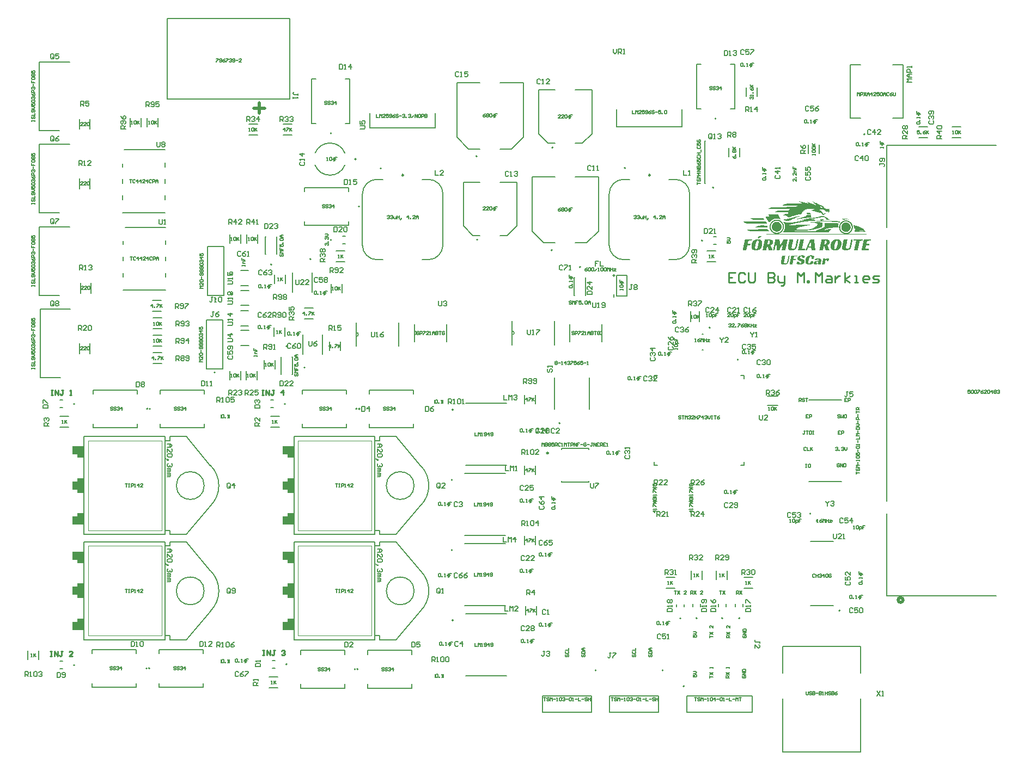
<source format=gbr>
%TF.GenerationSoftware,Altium Limited,Altium Designer,22.2.1 (43)*%
G04 Layer_Color=65535*
%FSLAX44Y44*%
%MOMM*%
%TF.SameCoordinates,040CE2E0-B857-4D47-B26F-9B72162B56B4*%
%TF.FilePolarity,Positive*%
%TF.FileFunction,Legend,Top*%
%TF.Part,Single*%
G01*
G75*
%TA.AperFunction,NonConductor*%
%ADD95C,0.2000*%
%ADD96C,0.5080*%
%ADD97C,0.3000*%
%ADD98C,0.1270*%
%ADD144C,0.1524*%
%ADD145C,0.2500*%
%ADD146C,0.0508*%
%ADD147C,0.2540*%
G36*
X1489508Y1030386D02*
X1489841Y1030186D01*
X1490129Y1030076D01*
X1492413Y1028945D01*
X1494231Y1028058D01*
X1494896Y1027747D01*
X1495118Y1027659D01*
X1497202Y1026639D01*
X1497689Y1026417D01*
X1497778Y1026373D01*
X1498044Y1026196D01*
X1498288Y1026129D01*
X1498355Y1026062D01*
X1501148Y1024688D01*
X1502079Y1024245D01*
X1502301Y1024156D01*
X1502611Y1024023D01*
X1502833Y1023934D01*
X1503986Y1023491D01*
X1504296Y1023402D01*
X1504695Y1023225D01*
X1504873Y1023180D01*
X1505316Y1023003D01*
X1505494Y1022959D01*
X1505915Y1022803D01*
X1506270Y1022582D01*
X1506447Y1022404D01*
X1506536Y1022094D01*
X1506580Y1021562D01*
X1506624Y1021429D01*
X1506735Y1021141D01*
X1506868Y1020874D01*
X1507046Y1020608D01*
X1507267Y1020342D01*
X1507378Y1020187D01*
X1507578Y1019988D01*
X1507666Y1019943D01*
X1507755Y1019855D01*
X1508686Y1019411D01*
X1509263Y1019190D01*
X1509440Y1019145D01*
X1509839Y1018968D01*
X1510016Y1018923D01*
X1510593Y1018702D01*
X1510903Y1018613D01*
X1511192Y1018502D01*
X1511436Y1018436D01*
X1511746Y1018347D01*
X1512189Y1018214D01*
X1512544Y1018258D01*
X1512766Y1018347D01*
X1512943Y1018391D01*
X1513387Y1018436D01*
X1513697Y1018480D01*
X1515338Y1018436D01*
X1515559Y1018303D01*
X1515626Y1018236D01*
X1515582Y1018059D01*
X1515404Y1017881D01*
X1515360Y1017793D01*
X1515205Y1017682D01*
X1515049Y1017527D01*
X1515005Y1017349D01*
X1515072Y1017105D01*
X1515182Y1016994D01*
X1515271Y1016773D01*
X1515404Y1016462D01*
X1515448Y1016019D01*
X1515404Y1015398D01*
X1515360Y1015265D01*
X1515160Y1014356D01*
X1515072Y1014134D01*
X1514983Y1013780D01*
X1514894Y1013558D01*
X1514783Y1013314D01*
X1514606Y1013004D01*
X1514406Y1012760D01*
X1514229Y1012804D01*
X1514162Y1013004D01*
X1514118Y1013181D01*
X1514007Y1013469D01*
X1513675Y1014068D01*
X1513497Y1014245D01*
X1513453Y1014334D01*
X1513342Y1014445D01*
X1513253Y1014489D01*
X1512988Y1014667D01*
X1512766Y1014755D01*
X1512588Y1014800D01*
X1512367Y1014844D01*
X1512234Y1014800D01*
X1511923Y1014755D01*
X1511524Y1014533D01*
X1511280Y1014334D01*
X1510926Y1013979D01*
X1510881Y1013891D01*
X1510793Y1013802D01*
X1510615Y1013492D01*
X1510504Y1013469D01*
X1510438Y1013536D01*
X1510349Y1013846D01*
X1510305Y1014024D01*
X1510083Y1014511D01*
X1509972Y1014800D01*
X1509906Y1014866D01*
X1509817Y1015088D01*
X1509507Y1015487D01*
X1509130Y1015864D01*
X1509041Y1015908D01*
X1508598Y1016174D01*
X1507755Y1016573D01*
X1507179Y1016839D01*
X1506868Y1016972D01*
X1506447Y1017128D01*
X1506203Y1017238D01*
X1505959Y1017305D01*
X1505605Y1017438D01*
X1505427Y1017482D01*
X1505205Y1017527D01*
X1505028Y1017571D01*
X1504740Y1017682D01*
X1504230Y1017748D01*
X1504008Y1017793D01*
X1503831Y1017837D01*
X1503565Y1017881D01*
X1502855Y1017926D01*
X1501991Y1017948D01*
X1501858Y1017904D01*
X1501503Y1017859D01*
X1501281Y1017770D01*
X1500926Y1017637D01*
X1500527Y1017327D01*
X1500283Y1016994D01*
X1500239Y1016773D01*
X1500106Y1016462D01*
X1500062Y1016285D01*
X1500106Y1015842D01*
X1500173Y1015731D01*
X1500350Y1015686D01*
X1501326Y1015731D01*
X1501614Y1015753D01*
X1502190Y1015709D01*
X1502368Y1015664D01*
X1502589Y1015576D01*
X1502656Y1015509D01*
X1503055Y1015287D01*
X1503143Y1015199D01*
X1503232Y1015154D01*
X1503742Y1014644D01*
X1503786Y1014556D01*
X1503964Y1014378D01*
X1504008Y1014290D01*
X1504540Y1013757D01*
X1504585Y1013669D01*
X1504762Y1013492D01*
X1504806Y1013403D01*
X1505006Y1013159D01*
X1505117Y1013004D01*
X1505205Y1012915D01*
X1505250Y1012826D01*
X1505338Y1012738D01*
X1505383Y1012649D01*
X1505782Y1012073D01*
X1505826Y1011762D01*
X1505871Y1011496D01*
X1506092Y1011186D01*
X1506159Y1011119D01*
X1506735Y1011163D01*
X1506868Y1011208D01*
X1507201Y1011274D01*
X1507556Y1011363D01*
X1508088Y1011452D01*
X1508531Y1011540D01*
X1508886Y1011629D01*
X1509108Y1011674D01*
X1509374Y1011718D01*
X1509529Y1011740D01*
X1509684Y1011674D01*
X1509640Y1011452D01*
X1509573Y1011385D01*
X1509484Y1011341D01*
X1509218Y1011075D01*
X1509130Y1011031D01*
X1508908Y1010809D01*
X1508686Y1010676D01*
X1508509Y1010498D01*
X1508199Y1010321D01*
X1508110Y1010232D01*
X1507799Y1010055D01*
X1507356Y1009745D01*
X1506691Y1009434D01*
X1506203Y1009212D01*
X1505627Y1008991D01*
X1505161Y1008880D01*
X1504939Y1008791D01*
X1504762Y1008747D01*
X1504518Y1008680D01*
X1504363Y1008702D01*
X1504407Y1009013D01*
X1504496Y1009102D01*
X1504540Y1009412D01*
X1504562Y1009612D01*
X1504518Y1009966D01*
X1504429Y1010188D01*
X1504230Y1010609D01*
X1503809Y1011163D01*
X1503498Y1011474D01*
X1503409Y1011518D01*
X1503232Y1011696D01*
X1502789Y1011962D01*
X1502700Y1012006D01*
X1502345Y1012228D01*
X1502168Y1012272D01*
X1501680Y1012494D01*
X1501370Y1012538D01*
X1501192Y1012582D01*
X1500904Y1012649D01*
X1499995Y1012760D01*
X1499574Y1012826D01*
X1499352Y1012871D01*
X1499086Y1012915D01*
X1498864Y1012959D01*
X1498465Y1013004D01*
X1498111Y1013048D01*
X1497756Y1013137D01*
X1497512Y1013203D01*
X1497002Y1013270D01*
X1496825Y1013314D01*
X1496537Y1013425D01*
X1496226Y1013469D01*
X1496049Y1013514D01*
X1495827Y1013602D01*
X1495251Y1013780D01*
X1495073Y1013824D01*
X1494763Y1013957D01*
X1494586Y1014001D01*
X1494164Y1014157D01*
X1493965Y1014223D01*
X1493787Y1014268D01*
X1493366Y1014423D01*
X1493122Y1014489D01*
X1492834Y1014556D01*
X1492590Y1014667D01*
X1492302Y1014733D01*
X1491947Y1014866D01*
X1491747Y1014933D01*
X1491304Y1015066D01*
X1491016Y1015176D01*
X1490772Y1015243D01*
X1490218Y1015443D01*
X1489686Y1015576D01*
X1489176Y1015731D01*
X1488865Y1015775D01*
X1488289Y1015953D01*
X1487979Y1015997D01*
X1487579Y1016086D01*
X1487469Y1016152D01*
X1487513Y1016329D01*
X1487712Y1016396D01*
X1487890Y1016440D01*
X1488355Y1016551D01*
X1488644Y1016662D01*
X1488887Y1016729D01*
X1489109Y1016817D01*
X1489996Y1017128D01*
X1490218Y1017216D01*
X1490573Y1017349D01*
X1490949Y1017460D01*
X1491393Y1017637D01*
X1491703Y1017726D01*
X1491991Y1017837D01*
X1492169Y1018014D01*
X1492124Y1018103D01*
X1491881Y1018170D01*
X1491437Y1018214D01*
X1491127Y1018258D01*
X1490617Y1018325D01*
X1490085Y1018413D01*
X1489486Y1018480D01*
X1489043Y1018524D01*
X1488311Y1018591D01*
X1487956Y1018635D01*
X1487469Y1018680D01*
X1486537Y1018724D01*
X1483766Y1018746D01*
X1483633Y1018702D01*
X1482702Y1018657D01*
X1482569Y1018613D01*
X1481482Y1018458D01*
X1481305Y1018413D01*
X1481083Y1018369D01*
X1480196Y1018147D01*
X1479975Y1018059D01*
X1479620Y1017970D01*
X1479265Y1017837D01*
X1479043Y1017748D01*
X1478866Y1017704D01*
X1478644Y1017615D01*
X1478401Y1017505D01*
X1478157Y1017438D01*
X1477868Y1017283D01*
X1477580Y1017172D01*
X1477514Y1017105D01*
X1477026Y1016839D01*
X1476627Y1016618D01*
X1476006Y1016174D01*
X1475917Y1016130D01*
X1475784Y1015997D01*
X1475563Y1015864D01*
X1475474Y1015775D01*
X1475385Y1015731D01*
X1475164Y1015509D01*
X1475075Y1015465D01*
X1474742Y1015132D01*
X1474698Y1015043D01*
X1474077Y1014423D01*
X1474033Y1014334D01*
X1473855Y1014157D01*
X1473811Y1014068D01*
X1473722Y1013979D01*
X1473678Y1013891D01*
X1473589Y1013802D01*
X1473545Y1013713D01*
X1473235Y1013270D01*
X1473190Y1013181D01*
X1473102Y1013092D01*
X1472924Y1012782D01*
X1472747Y1012516D01*
X1472703Y1012427D01*
X1472392Y1011851D01*
X1472171Y1011363D01*
X1472126Y1011274D01*
X1471993Y1010964D01*
X1471949Y1010787D01*
X1471816Y1010476D01*
X1471771Y1010299D01*
X1471683Y1010077D01*
X1471483Y1010011D01*
X1469443Y1009966D01*
X1469310Y1009922D01*
X1468778Y1009878D01*
X1468645Y1009833D01*
X1468135Y1009767D01*
X1467736Y1009722D01*
X1467204Y1009634D01*
X1466982Y1009589D01*
X1466450Y1009501D01*
X1466007Y1009412D01*
X1465829Y1009368D01*
X1465608Y1009323D01*
X1465364Y1009257D01*
X1465054Y1009212D01*
X1464876Y1009168D01*
X1464632Y1009102D01*
X1464433Y1009035D01*
X1464255Y1008991D01*
X1463878Y1008924D01*
X1463369Y1008769D01*
X1462992Y1008702D01*
X1462482Y1008547D01*
X1462304Y1008503D01*
X1462016Y1008437D01*
X1461506Y1008281D01*
X1461329Y1008237D01*
X1460907Y1008082D01*
X1460553Y1007993D01*
X1460109Y1007816D01*
X1459866Y1007749D01*
X1459688Y1007705D01*
X1459444Y1007638D01*
X1459223Y1007550D01*
X1459045Y1007505D01*
X1458824Y1007461D01*
X1458646Y1007417D01*
X1458402Y1007306D01*
X1458225Y1007261D01*
X1457937Y1007195D01*
X1457693Y1007084D01*
X1457382Y1006995D01*
X1457094Y1006885D01*
X1456717Y1006774D01*
X1456296Y1006618D01*
X1456008Y1006508D01*
X1455587Y1006352D01*
X1455298Y1006242D01*
X1455010Y1006175D01*
X1454766Y1006064D01*
X1454212Y1005865D01*
X1454012Y1005798D01*
X1453591Y1005643D01*
X1453303Y1005532D01*
X1453125Y1005488D01*
X1452726Y1005310D01*
X1452438Y1005200D01*
X1452150Y1005177D01*
X1451950Y1005377D01*
X1451906Y1005466D01*
X1451640Y1005732D01*
X1451596Y1005820D01*
X1451330Y1006086D01*
X1451285Y1006175D01*
X1450864Y1006596D01*
X1450775Y1006641D01*
X1450687Y1006729D01*
X1450598Y1006774D01*
X1450465Y1006907D01*
X1450376Y1006951D01*
X1449888Y1007261D01*
X1449401Y1007483D01*
X1449002Y1007661D01*
X1448314Y1007904D01*
X1448071Y1007971D01*
X1447893Y1008015D01*
X1447428Y1008126D01*
X1447250Y1008170D01*
X1446984Y1008215D01*
X1446385Y1008281D01*
X1446208Y1008326D01*
X1445454Y1008414D01*
X1445144Y1008459D01*
X1443769Y1008503D01*
X1443503Y1008547D01*
X1443481Y1008658D01*
X1443592Y1008769D01*
X1443681Y1008813D01*
X1443769Y1008902D01*
X1443858Y1008946D01*
X1444213Y1009168D01*
X1444523Y1009345D01*
X1444922Y1009567D01*
X1445277Y1009789D01*
X1445454Y1009833D01*
X1445720Y1010011D01*
X1446119Y1010188D01*
X1446696Y1010454D01*
X1447184Y1010676D01*
X1447538Y1010764D01*
X1447849Y1010898D01*
X1448159Y1010942D01*
X1448514Y1011031D01*
X1448824Y1011075D01*
X1449401Y1011119D01*
X1450642Y1011163D01*
X1450997Y1011208D01*
X1451108Y1011319D01*
X1451152Y1011629D01*
X1451197Y1012117D01*
X1451241Y1012250D01*
X1451308Y1012538D01*
X1451374Y1012782D01*
X1451330Y1012959D01*
X1451263Y1013026D01*
X1451086Y1013070D01*
X1431376Y1013137D01*
X1430356Y1013181D01*
X1430311Y1013314D01*
X1430378Y1013425D01*
X1430467Y1013469D01*
X1430555Y1013558D01*
X1430644Y1013602D01*
X1430954Y1013824D01*
X1431043Y1013868D01*
X1431353Y1014090D01*
X1431841Y1014356D01*
X1432240Y1014578D01*
X1432728Y1014844D01*
X1433304Y1015110D01*
X1433859Y1015310D01*
X1435167Y1015731D01*
X1435544Y1015797D01*
X1435921Y1015908D01*
X1436098Y1015953D01*
X1436608Y1016019D01*
X1437051Y1016108D01*
X1437451Y1016152D01*
X1437983Y1016196D01*
X1440333Y1016285D01*
X1452172Y1016329D01*
X1452350Y1016374D01*
X1452616Y1016595D01*
X1453015Y1016994D01*
X1453059Y1017083D01*
X1453170Y1017194D01*
X1453259Y1017238D01*
X1453480Y1017460D01*
X1453569Y1017505D01*
X1453791Y1017726D01*
X1453879Y1017770D01*
X1454079Y1017970D01*
X1454034Y1018147D01*
X1453968Y1018214D01*
X1453525Y1018258D01*
X1451418Y1018236D01*
X1450908Y1018258D01*
X1450775Y1018214D01*
X1449401Y1018258D01*
X1448447Y1018236D01*
X1448071Y1018258D01*
X1448026Y1018214D01*
X1447893Y1018258D01*
X1446984Y1018236D01*
X1446962Y1018258D01*
X1446829Y1018214D01*
X1429469Y1018192D01*
X1419891Y1018236D01*
X1419935Y1018413D01*
X1420135Y1018613D01*
X1420445Y1018790D01*
X1420578Y1018923D01*
X1421199Y1019278D01*
X1421687Y1019544D01*
X1422795Y1020121D01*
X1423017Y1020209D01*
X1423416Y1020387D01*
X1423837Y1020542D01*
X1423904Y1020608D01*
X1424214Y1020697D01*
X1424503Y1020764D01*
X1424879Y1020874D01*
X1425168Y1020941D01*
X1425434Y1020985D01*
X1425966Y1021118D01*
X1426564Y1021185D01*
X1426875Y1021229D01*
X1427318Y1021273D01*
X1428427Y1021318D01*
X1428604Y1021362D01*
X1448957Y1021407D01*
X1449090Y1021451D01*
X1463280Y1021495D01*
X1463524Y1021695D01*
X1463679Y1021806D01*
X1463768Y1021894D01*
X1463856Y1021939D01*
X1464078Y1022160D01*
X1464167Y1022205D01*
X1464477Y1022427D01*
X1464787Y1022604D01*
X1465054Y1022781D01*
X1465142Y1022825D01*
X1465453Y1023047D01*
X1465541Y1023092D01*
X1465918Y1023291D01*
X1465874Y1023513D01*
X1465674Y1023579D01*
X1464832Y1023535D01*
X1463989Y1023579D01*
X1463723Y1023535D01*
X1463590Y1023579D01*
X1455564Y1023535D01*
X1453946Y1023513D01*
X1452593Y1023535D01*
X1452460Y1023491D01*
X1442417Y1023513D01*
X1442461Y1023690D01*
X1442705Y1023934D01*
X1442794Y1023978D01*
X1443414Y1024422D01*
X1443503Y1024466D01*
X1443814Y1024688D01*
X1444124Y1024865D01*
X1444523Y1025087D01*
X1445188Y1025397D01*
X1445765Y1025663D01*
X1446208Y1025841D01*
X1446496Y1025952D01*
X1446674Y1025996D01*
X1446918Y1026107D01*
X1447228Y1026196D01*
X1447516Y1026262D01*
X1447738Y1026351D01*
X1447982Y1026417D01*
X1449201Y1026617D01*
X1449689Y1026661D01*
X1450487Y1026705D01*
X1453015Y1026750D01*
X1469754Y1026772D01*
X1469887Y1026728D01*
X1470064Y1026772D01*
X1471306Y1026728D01*
X1473523Y1026683D01*
X1473634Y1026750D01*
X1473589Y1026883D01*
X1473434Y1027038D01*
X1473345Y1027082D01*
X1473080Y1027260D01*
X1472769Y1027437D01*
X1472414Y1027659D01*
X1471616Y1028102D01*
X1471306Y1028324D01*
X1470729Y1028634D01*
X1470242Y1028900D01*
X1470020Y1028989D01*
X1469709Y1029166D01*
X1469355Y1029388D01*
X1468246Y1029965D01*
X1468135Y1030076D01*
X1468158Y1030142D01*
X1468313Y1030164D01*
X1468712Y1030120D01*
X1469200Y1030031D01*
X1469599Y1029987D01*
X1469865Y1029942D01*
X1470219Y1029898D01*
X1470751Y1029809D01*
X1471195Y1029721D01*
X1471550Y1029676D01*
X1471771Y1029632D01*
X1472037Y1029588D01*
X1472259Y1029543D01*
X1472614Y1029455D01*
X1473013Y1029410D01*
X1473235Y1029366D01*
X1473412Y1029322D01*
X1473656Y1029255D01*
X1473833Y1029211D01*
X1474254Y1029144D01*
X1474765Y1028989D01*
X1475141Y1028923D01*
X1475363Y1028878D01*
X1475740Y1028767D01*
X1475917Y1028723D01*
X1476427Y1028612D01*
X1476804Y1028501D01*
X1477159Y1028413D01*
X1477447Y1028346D01*
X1477824Y1028235D01*
X1478179Y1028147D01*
X1478467Y1028080D01*
X1478844Y1027969D01*
X1479310Y1027858D01*
X1479531Y1027770D01*
X1479709Y1027725D01*
X1479975Y1027681D01*
X1480152Y1027637D01*
X1480374Y1027548D01*
X1480618Y1027482D01*
X1480795Y1027437D01*
X1481017Y1027348D01*
X1481593Y1027171D01*
X1481770Y1027127D01*
X1481992Y1027038D01*
X1482879Y1026816D01*
X1483101Y1026728D01*
X1483322Y1026772D01*
X1483345Y1026972D01*
X1482835Y1027482D01*
X1482746Y1027526D01*
X1482391Y1027880D01*
X1482303Y1027925D01*
X1481859Y1028368D01*
X1481770Y1028413D01*
X1481460Y1028723D01*
X1481371Y1028767D01*
X1481150Y1028989D01*
X1481061Y1029033D01*
X1480928Y1029166D01*
X1480839Y1029211D01*
X1480706Y1029344D01*
X1480618Y1029388D01*
X1480462Y1029543D01*
X1480418Y1029676D01*
X1480662Y1029699D01*
X1480795Y1029654D01*
X1481083Y1029543D01*
X1481305Y1029455D01*
X1481549Y1029388D01*
X1481948Y1029211D01*
X1482192Y1029144D01*
X1482657Y1028945D01*
X1482835Y1028900D01*
X1483810Y1028457D01*
X1484032Y1028368D01*
X1484320Y1028257D01*
X1484564Y1028147D01*
X1484852Y1028036D01*
X1485362Y1027880D01*
X1485761Y1027703D01*
X1486050Y1027592D01*
X1486293Y1027482D01*
X1486471Y1027437D01*
X1486870Y1027260D01*
X1487291Y1027104D01*
X1487535Y1026994D01*
X1487823Y1026883D01*
X1488178Y1026750D01*
X1488799Y1026528D01*
X1489087Y1026417D01*
X1489264Y1026373D01*
X1489664Y1026196D01*
X1490240Y1025974D01*
X1490462Y1025885D01*
X1490772Y1025752D01*
X1490949Y1025708D01*
X1490972Y1025686D01*
X1491637Y1025419D01*
X1491814Y1025375D01*
X1492036Y1025286D01*
X1492900Y1024954D01*
X1493144Y1024887D01*
X1493699Y1024643D01*
X1494009Y1024510D01*
X1494430Y1024355D01*
X1494608Y1024311D01*
X1494852Y1024289D01*
X1494874Y1024488D01*
X1494785Y1024577D01*
X1494741Y1024666D01*
X1494586Y1024777D01*
X1493432Y1025929D01*
X1493344Y1025974D01*
X1493167Y1026151D01*
X1493078Y1026196D01*
X1492967Y1026351D01*
X1492479Y1026839D01*
X1492435Y1026927D01*
X1492235Y1027127D01*
X1492147Y1027171D01*
X1491459Y1027858D01*
X1491415Y1027947D01*
X1491149Y1028213D01*
X1491105Y1028302D01*
X1489907Y1029499D01*
X1489863Y1029588D01*
X1489597Y1029854D01*
X1489553Y1029942D01*
X1489153Y1030341D01*
X1489176Y1030452D01*
X1489508Y1030386D01*
D02*
G37*
G36*
X1485495Y1012494D02*
X1486005Y1011984D01*
X1486050Y1011895D01*
X1486138Y1011806D01*
X1486183Y1011718D01*
X1486271Y1011629D01*
X1486316Y1011540D01*
X1486404Y1011452D01*
X1486449Y1011363D01*
X1486848Y1010787D01*
X1486892Y1010698D01*
X1487025Y1010476D01*
X1487069Y1010299D01*
X1487025Y1010077D01*
X1486826Y1010011D01*
X1486648Y1009966D01*
X1483123Y1009855D01*
X1482014Y1009811D01*
X1481172Y1009767D01*
X1481017Y1009745D01*
X1480795Y1009878D01*
X1480751Y1010454D01*
X1480706Y1010720D01*
X1480529Y1011208D01*
X1480263Y1011651D01*
X1480108Y1011806D01*
Y1011851D01*
X1479842Y1012117D01*
X1479797Y1012206D01*
X1479731Y1012272D01*
X1479642Y1012316D01*
X1479487Y1012472D01*
X1479509Y1012627D01*
X1479819Y1012671D01*
X1481837Y1012649D01*
X1484121Y1012671D01*
X1484254Y1012627D01*
X1484608Y1012671D01*
X1484742Y1012627D01*
X1485185Y1012671D01*
X1485495Y1012494D01*
D02*
G37*
G36*
X1436187Y1009700D02*
X1436298Y1009589D01*
X1436342Y1009501D01*
X1436874Y1008392D01*
X1437229Y1007594D01*
X1437384Y1007173D01*
X1437495Y1006929D01*
X1437628Y1006574D01*
X1437761Y1006264D01*
X1437850Y1006042D01*
X1438116Y1005421D01*
X1438293Y1004978D01*
X1438515Y1004490D01*
X1438781Y1003914D01*
X1438847Y1003670D01*
X1438914Y1003603D01*
X1439113Y1003049D01*
X1439224Y1002805D01*
X1439268Y1002628D01*
X1439357Y1002406D01*
X1439313Y1002273D01*
X1439202Y1002251D01*
X1438626Y1002517D01*
X1438315Y1002650D01*
X1438094Y1002738D01*
X1437916Y1002783D01*
X1437495Y1002938D01*
X1436830Y1003071D01*
X1436475Y1003160D01*
X1436209Y1003204D01*
X1435766Y1003248D01*
X1435411Y1003293D01*
X1434834Y1003382D01*
X1434258Y1003426D01*
X1432861Y1003448D01*
X1432728Y1003404D01*
X1432196Y1003359D01*
X1432063Y1003315D01*
X1431752Y1003271D01*
X1431309Y1003226D01*
X1430888Y1003160D01*
X1430710Y1003115D01*
X1430467Y1003049D01*
X1430289Y1003005D01*
X1429890Y1002916D01*
X1429668Y1002827D01*
X1429491Y1002783D01*
X1429070Y1002628D01*
X1428493Y1002406D01*
X1427873Y1002095D01*
X1427141Y1001719D01*
X1426830Y1001541D01*
X1426564Y1001364D01*
X1426476Y1001320D01*
X1426387Y1001231D01*
X1426298Y1001187D01*
X1425899Y1000876D01*
X1425722Y1000699D01*
X1425633Y1000654D01*
X1425456Y1000477D01*
X1425367Y1000433D01*
X1425279Y1000344D01*
X1425190Y1000300D01*
X1425101Y1000211D01*
X1425013Y1000167D01*
X1424547Y999701D01*
X1424503Y999612D01*
X1424347Y999457D01*
X1424325Y999435D01*
X1424126Y999191D01*
X1424015Y999080D01*
X1423970Y998992D01*
X1423616Y998637D01*
X1423571Y998548D01*
X1423483Y998459D01*
X1423438Y998371D01*
X1423372Y998304D01*
X1421288Y998349D01*
X1421044Y998548D01*
X1420999Y998637D01*
X1420911Y998726D01*
X1420867Y998814D01*
X1420645Y999125D01*
X1420600Y999213D01*
X1420290Y999657D01*
X1420157Y999878D01*
X1419869Y1000300D01*
X1419536Y1000765D01*
X1419492Y1000854D01*
X1419270Y1001164D01*
X1419226Y1001253D01*
X1418916Y1001652D01*
X1418827Y1001741D01*
X1418783Y1001830D01*
X1418605Y1002007D01*
X1418383Y1002406D01*
X1418095Y1002827D01*
X1417984Y1002982D01*
X1417896Y1003071D01*
X1417851Y1003160D01*
X1417763Y1003248D01*
X1417718Y1003337D01*
X1417585Y1003470D01*
X1417408Y1003781D01*
X1417319Y1003869D01*
X1417275Y1003958D01*
X1417053Y1004268D01*
X1417009Y1004357D01*
X1416920Y1004446D01*
X1416876Y1004534D01*
X1416654Y1004845D01*
X1416610Y1004933D01*
X1416432Y1005200D01*
X1416344Y1005421D01*
X1416299Y1005599D01*
X1416344Y1005998D01*
X1416521Y1006308D01*
X1416809Y1006596D01*
X1417120Y1006729D01*
X1417430Y1006774D01*
X1418339Y1006796D01*
X1418627Y1006774D01*
X1418760Y1006818D01*
X1420268Y1006774D01*
X1421798Y1006840D01*
X1421886Y1006885D01*
X1421931Y1007062D01*
X1421886Y1007328D01*
X1421709Y1007638D01*
X1421620Y1007727D01*
X1421510Y1008015D01*
X1421310Y1008348D01*
X1421266Y1008525D01*
X1421177Y1008614D01*
X1421133Y1008702D01*
X1420822Y1009190D01*
X1420778Y1009279D01*
X1420689Y1009368D01*
X1420645Y1009545D01*
X1420711Y1009700D01*
X1420977Y1009745D01*
X1421110Y1009700D01*
X1421532Y1009722D01*
X1422840Y1009700D01*
X1422973Y1009745D01*
X1436187Y1009700D01*
D02*
G37*
G36*
X1470175Y1007594D02*
X1470064Y1007572D01*
X1470042Y1007594D01*
X1470153Y1007616D01*
X1470175Y1007594D01*
D02*
G37*
G36*
X1412597Y1004246D02*
X1412796Y1004047D01*
X1412841Y1003958D01*
X1412929Y1003869D01*
X1412974Y1003781D01*
X1413284Y1003382D01*
X1413506Y1003071D01*
X1413550Y1002982D01*
X1413683Y1002849D01*
X1413727Y1002761D01*
X1413949Y1002450D01*
X1413994Y1002362D01*
X1414215Y1002140D01*
X1414259Y1002051D01*
X1414348Y1001963D01*
X1414393Y1001874D01*
X1414481Y1001785D01*
X1414548Y1001541D01*
X1414459Y1001453D01*
X1413971Y1001408D01*
X1413838Y1001453D01*
X1413528Y1001408D01*
X1413395Y1001453D01*
X1411621Y1001408D01*
X1399959Y1001453D01*
X1399826Y1001497D01*
X1398651Y1001563D01*
X1397831Y1001630D01*
X1397698Y1001674D01*
X1397520Y1001719D01*
X1397010Y1001785D01*
X1396656Y1001874D01*
X1396279Y1001985D01*
X1396101Y1002029D01*
X1395813Y1002140D01*
X1394705Y1002672D01*
X1394638Y1002738D01*
X1394350Y1002849D01*
X1394084Y1003027D01*
X1393884Y1003182D01*
X1393574Y1003359D01*
X1393175Y1003670D01*
X1392842Y1004002D01*
X1392754Y1004224D01*
X1393241Y1004268D01*
X1393663Y1004290D01*
X1393796Y1004246D01*
X1394439Y1004268D01*
X1395259Y1004246D01*
X1395392Y1004290D01*
X1396523Y1004268D01*
X1398097Y1004290D01*
X1398141D01*
X1411909Y1004313D01*
X1412597Y1004246D01*
D02*
G37*
G36*
X1487003Y1009212D02*
X1487180Y1009168D01*
X1487291Y1008880D01*
Y1008658D01*
Y1008614D01*
X1487358Y1006020D01*
X1487424Y1005421D01*
X1487380Y1005244D01*
X1487269Y1005133D01*
X1487025Y1005067D01*
X1486427Y1005000D01*
X1484985Y1004889D01*
X1483988Y1004778D01*
X1483810Y1004734D01*
X1482103Y1004667D01*
X1481704Y1004623D01*
X1481349Y1004579D01*
X1480862Y1004534D01*
X1480241Y1004490D01*
X1479398Y1004446D01*
X1478689Y1004357D01*
X1478423Y1004313D01*
X1477935Y1004268D01*
X1477491Y1004224D01*
X1477137Y1004180D01*
X1476605Y1004091D01*
X1476006Y1004024D01*
X1475696Y1003980D01*
X1475141Y1003914D01*
X1474920Y1003869D01*
X1474343Y1003781D01*
X1473988Y1003736D01*
X1473501Y1003692D01*
X1473146Y1003648D01*
X1472969Y1003603D01*
X1472392Y1003514D01*
X1472037Y1003470D01*
X1471505Y1003426D01*
X1471239Y1003382D01*
X1471062Y1003337D01*
X1470463Y1003271D01*
X1470286Y1003226D01*
X1469488Y1003182D01*
X1469355Y1003138D01*
X1468978Y1003071D01*
X1468379Y1003005D01*
X1467825Y1002938D01*
X1467603Y1002894D01*
X1467337Y1002849D01*
X1466738Y1002783D01*
X1466428Y1002738D01*
X1465918Y1002672D01*
X1465697Y1002628D01*
X1465519Y1002583D01*
X1465253Y1002539D01*
X1464544Y1002450D01*
X1464189Y1002362D01*
X1463590Y1002295D01*
X1463147Y1002251D01*
X1463125Y1002273D01*
X1463191Y1002339D01*
X1463502Y1002384D01*
X1463590Y1002472D01*
X1463901Y1002606D01*
X1464189Y1002672D01*
X1464366Y1002716D01*
X1464588Y1002805D01*
X1464876Y1002916D01*
X1465164Y1002982D01*
X1465342Y1003027D01*
X1465564Y1003115D01*
X1465741Y1003160D01*
X1465963Y1003204D01*
X1466317Y1003293D01*
X1466561Y1003404D01*
X1466872Y1003448D01*
X1467315Y1003625D01*
X1467648Y1003692D01*
X1467891Y1003758D01*
X1468335Y1003891D01*
X1468512Y1003936D01*
X1468956Y1004069D01*
X1469576Y1004246D01*
X1469798Y1004335D01*
X1470108Y1004424D01*
X1470530Y1004579D01*
X1470907Y1004690D01*
X1471084Y1004734D01*
X1471395Y1004867D01*
X1471749Y1004956D01*
X1471993Y1005022D01*
X1472370Y1005133D01*
X1472547Y1005177D01*
X1473124Y1005355D01*
X1473567Y1005488D01*
X1474122Y1005687D01*
X1474299Y1005732D01*
X1475075Y1005975D01*
X1475363Y1006086D01*
X1475740Y1006197D01*
X1476161Y1006352D01*
X1476405Y1006419D01*
X1476582Y1006463D01*
X1476871Y1006574D01*
X1477115Y1006641D01*
X1477292Y1006685D01*
X1477580Y1006796D01*
X1477824Y1006862D01*
X1478534Y1007084D01*
X1478822Y1007195D01*
X1478999Y1007239D01*
X1479886Y1007550D01*
X1480019Y1007638D01*
X1480063Y1007771D01*
X1479864Y1007838D01*
X1479287Y1007882D01*
X1478844Y1007926D01*
X1476937Y1007971D01*
X1475829Y1008015D01*
X1474986Y1008060D01*
X1474964Y1008082D01*
X1475031Y1008148D01*
X1475452Y1008215D01*
X1475895Y1008303D01*
X1476494Y1008370D01*
X1476671Y1008414D01*
X1477314Y1008481D01*
X1478711Y1008636D01*
X1479021Y1008680D01*
X1480019Y1008747D01*
X1480507Y1008791D01*
X1481505Y1008902D01*
X1481948Y1008946D01*
X1482524Y1008991D01*
X1483345Y1009057D01*
X1483788Y1009102D01*
X1484276Y1009146D01*
X1485384Y1009190D01*
X1486715Y1009235D01*
X1486870Y1009257D01*
X1487003Y1009212D01*
D02*
G37*
G36*
X1540435Y1003448D02*
X1540568Y1003404D01*
X1541145Y1003359D01*
X1541278Y1003315D01*
X1541810Y1003226D01*
X1542187Y1003160D01*
X1542364Y1003115D01*
X1542564Y1003049D01*
X1542608Y1003049D01*
X1542741Y1003005D01*
X1542919Y1002960D01*
X1543340Y1002805D01*
X1543561Y1002716D01*
X1543916Y1002583D01*
X1544160Y1002473D01*
X1544448Y1002362D01*
X1544781Y1002162D01*
X1544958Y1002118D01*
X1545091Y1001985D01*
X1545180Y1001940D01*
X1545291Y1001830D01*
X1545246Y1001741D01*
X1545047Y1001719D01*
X1544914Y1001763D01*
X1544736Y1001807D01*
X1544293Y1001940D01*
X1544116Y1001985D01*
X1543606Y1002051D01*
X1543384Y1002095D01*
X1543118Y1002140D01*
X1542586Y1002184D01*
X1540701Y1002206D01*
X1540568Y1002162D01*
X1539814Y1002118D01*
X1539682Y1002073D01*
X1539371Y1002029D01*
X1539194Y1001985D01*
X1538639Y1001918D01*
X1538462Y1001874D01*
X1538218Y1001807D01*
X1538041Y1001763D01*
X1537730Y1001719D01*
X1537309Y1001563D01*
X1537065Y1001497D01*
X1536755Y1001364D01*
X1536644Y1001475D01*
X1536600Y1002051D01*
X1536311Y1002472D01*
X1536001Y1002783D01*
X1535425Y1003049D01*
X1535181Y1003115D01*
X1534959Y1003204D01*
X1534870Y1003248D01*
X1534892Y1003359D01*
X1535203Y1003404D01*
X1535380Y1003448D01*
X1537553Y1003492D01*
X1540435Y1003448D01*
D02*
G37*
G36*
X1505671Y1007705D02*
X1506336Y1007661D01*
X1506735Y1007483D01*
X1507023Y1007417D01*
X1507245Y1007328D01*
X1508043Y1006973D01*
X1509263Y1006330D01*
X1509529Y1006153D01*
X1509617Y1006108D01*
X1509884Y1005931D01*
X1510105Y1005798D01*
X1510416Y1005576D01*
X1510504Y1005532D01*
X1510815Y1005310D01*
X1510903Y1005266D01*
X1511214Y1005089D01*
X1511480Y1004911D01*
X1511568Y1004867D01*
X1511702Y1004734D01*
X1511790Y1004690D01*
X1511923Y1004557D01*
X1512012Y1004512D01*
X1513564Y1003404D01*
X1513653Y1003359D01*
X1513786Y1003226D01*
X1513874Y1003182D01*
X1515249Y1002206D01*
X1515559Y1002029D01*
X1515648Y1001940D01*
X1515870Y1001807D01*
X1516003Y1001674D01*
X1516091Y1001630D01*
X1516291Y1001430D01*
X1516269Y1001320D01*
X1516091Y1001275D01*
X1515227Y1001297D01*
X1514894Y1001275D01*
X1514761Y1001320D01*
X1513941Y1001297D01*
X1510704Y1001342D01*
X1510571Y1001430D01*
X1510615Y1001652D01*
X1510704Y1001741D01*
X1510793Y1001963D01*
X1510748Y1002583D01*
X1510438Y1003160D01*
X1510349Y1003248D01*
X1510305Y1003337D01*
X1510127Y1003514D01*
X1510083Y1003603D01*
X1509884Y1003847D01*
X1509817Y1003914D01*
X1509773Y1004002D01*
X1509484Y1004290D01*
X1509396Y1004335D01*
X1509085Y1004645D01*
X1508997Y1004690D01*
X1508753Y1004889D01*
X1508686Y1004956D01*
X1508598Y1005000D01*
X1508509Y1005089D01*
X1508420Y1005133D01*
X1508154Y1005310D01*
X1508065Y1005355D01*
X1507799Y1005532D01*
X1507312Y1005754D01*
X1506913Y1005931D01*
X1506735Y1005975D01*
X1506447Y1006042D01*
X1506203Y1006108D01*
X1505671Y1006197D01*
X1504695Y1006153D01*
X1504562Y1006108D01*
X1504252Y1006064D01*
X1504075Y1006020D01*
X1503698Y1005953D01*
X1503476Y1005909D01*
X1503232Y1005843D01*
X1502922Y1005754D01*
X1502589Y1005687D01*
X1502368Y1005599D01*
X1502013Y1005510D01*
X1501791Y1005466D01*
X1501281Y1005310D01*
X1500926Y1005222D01*
X1500505Y1005067D01*
X1500261Y1005000D01*
X1499796Y1004889D01*
X1499419Y1004778D01*
X1499241Y1004734D01*
X1498820Y1004667D01*
X1498598Y1004623D01*
X1498421Y1004579D01*
X1498177Y1004512D01*
X1497756Y1004446D01*
X1497534Y1004401D01*
X1497290Y1004335D01*
X1496913Y1004268D01*
X1496381Y1004180D01*
X1496026Y1004091D01*
X1495450Y1004002D01*
X1495095Y1003958D01*
X1494874Y1003914D01*
X1494608Y1003869D01*
X1494164Y1003781D01*
X1493566Y1003714D01*
X1493122Y1003670D01*
X1492945Y1003625D01*
X1492568Y1003559D01*
X1492302Y1003514D01*
X1491947Y1003470D01*
X1491459Y1003426D01*
X1490972Y1003337D01*
X1490750Y1003293D01*
X1490151Y1003226D01*
X1489375Y1003160D01*
X1489109Y1003115D01*
X1488511Y1003049D01*
X1488067Y1003005D01*
X1487646Y1002938D01*
X1487513Y1002849D01*
X1487557Y1002716D01*
X1487624Y1002650D01*
X1487934Y1002561D01*
X1488511Y1002517D01*
X1489353Y1002472D01*
X1491127Y1002428D01*
X1491260Y1002384D01*
X1491659Y1002339D01*
X1492147Y1002073D01*
X1492324Y1001896D01*
X1492413Y1001852D01*
X1492612Y1001652D01*
X1492657Y1001563D01*
X1492923Y1001297D01*
X1492967Y1001209D01*
X1493233Y1000943D01*
X1493277Y1000854D01*
X1493477Y1000610D01*
X1493632Y1000366D01*
X1493787Y1000211D01*
X1494098Y1000122D01*
X1494275Y1000078D01*
X1494918Y1000012D01*
X1496603Y999967D01*
X1499884Y999923D01*
X1500173Y999901D01*
X1500306Y999945D01*
X1500749Y999901D01*
X1502456Y999967D01*
X1502589Y1000056D01*
X1502634Y1000233D01*
X1502589Y1000854D01*
X1502478Y1000965D01*
X1501858Y1001009D01*
X1501658Y1001164D01*
X1501614Y1001342D01*
X1501591Y1002118D01*
X1501636Y1002472D01*
X1501725Y1002606D01*
X1502434Y1002650D01*
X1505937Y1002606D01*
X1506004Y1002539D01*
X1506048Y1002362D01*
X1506004Y1000987D01*
X1505937Y1000876D01*
X1504296Y1000832D01*
X1504052Y1000632D01*
X1504008Y1000455D01*
X1504052Y1000233D01*
X1504208Y1000034D01*
X1504385Y999989D01*
X1505095Y1000034D01*
X1508952Y1000078D01*
X1509085Y1000034D01*
X1516734Y999967D01*
X1519971Y999923D01*
X1522189Y999878D01*
X1523341Y999834D01*
X1524095Y999790D01*
X1524982Y999745D01*
X1526224Y999657D01*
X1526667Y999612D01*
X1527066Y999568D01*
X1527975Y999457D01*
X1528419Y999413D01*
X1528729Y999369D01*
X1529061Y999302D01*
X1529328Y999258D01*
X1529682Y999213D01*
X1530214Y999125D01*
X1530458Y999058D01*
X1530636Y999014D01*
X1531256Y998925D01*
X1531545Y998859D01*
X1531922Y998748D01*
X1532143Y998703D01*
X1532210Y998637D01*
X1532166Y998415D01*
X1531855Y998105D01*
X1531811Y998016D01*
X1531722Y997927D01*
X1531700Y997861D01*
X1531633Y997839D01*
X1531589Y997750D01*
X1531301Y997462D01*
X1531123Y997417D01*
X1530702Y997484D01*
X1530480Y997528D01*
X1529948Y997661D01*
X1529682Y997706D01*
X1529328Y997750D01*
X1529061Y997794D01*
X1528618Y997883D01*
X1528352Y997927D01*
X1527288Y998060D01*
X1527022Y998105D01*
X1526423Y998171D01*
X1526246Y998216D01*
X1525403Y998260D01*
X1525226Y998304D01*
X1524361Y998371D01*
X1523918Y998415D01*
X1523120Y998459D01*
X1521789Y998504D01*
X1520193Y998548D01*
X1518508Y998593D01*
X1517089Y998637D01*
X1511169Y998659D01*
X1511036Y998615D01*
X1506757Y998593D01*
X1504585Y998637D01*
X1502589Y998681D01*
X1501348Y998726D01*
X1499929Y998770D01*
X1499485Y998814D01*
X1498887Y998881D01*
X1498709Y998925D01*
X1497756Y998992D01*
X1497401Y999036D01*
X1497135Y999080D01*
X1496958Y999125D01*
X1496692Y999169D01*
X1495982Y999258D01*
X1495760Y999302D01*
X1495406Y999391D01*
X1495184Y999435D01*
X1494586Y999501D01*
X1494408Y999546D01*
X1493721Y999657D01*
X1493233Y999701D01*
X1492213Y999745D01*
X1491969Y999768D01*
X1491881Y999723D01*
X1491747Y999768D01*
X1488222Y999701D01*
X1487114Y999657D01*
X1486183Y999612D01*
X1485429Y999568D01*
X1484121Y999501D01*
X1483943Y999457D01*
X1482879Y999413D01*
X1482746Y999369D01*
X1482214Y999324D01*
X1482081Y999280D01*
X1481261Y999213D01*
X1480307Y999147D01*
X1480174Y999102D01*
X1479753Y999036D01*
X1479398Y998992D01*
X1478600Y998947D01*
X1478245Y998903D01*
X1477669Y998814D01*
X1477403Y998770D01*
X1476826Y998726D01*
X1476472Y998681D01*
X1476294Y998637D01*
X1476073Y998593D01*
X1475474Y998526D01*
X1475164Y998482D01*
X1474476Y998371D01*
X1474254Y998326D01*
X1473656Y998260D01*
X1473479Y998216D01*
X1473013Y998149D01*
X1472791Y998105D01*
X1472525Y998060D01*
X1472303Y998016D01*
X1471505Y997883D01*
X1471284Y997839D01*
X1471106Y997794D01*
X1470885Y997750D01*
X1470486Y997706D01*
X1469953Y997617D01*
X1469732Y997573D01*
X1469554Y997528D01*
X1469155Y997484D01*
X1468800Y997440D01*
X1468534Y997395D01*
X1468291Y997329D01*
X1467980Y997284D01*
X1467027Y997085D01*
X1466849Y997040D01*
X1466583Y996996D01*
X1466362Y996952D01*
X1465829Y996819D01*
X1465386Y996730D01*
X1465120Y996686D01*
X1464743Y996575D01*
X1464433Y996486D01*
X1464122Y996442D01*
X1463546Y996264D01*
X1463235Y996220D01*
X1462770Y996109D01*
X1462393Y995999D01*
X1461994Y995954D01*
X1461861Y995910D01*
X1461684Y995865D01*
X1461373Y995777D01*
X1460996Y995710D01*
X1460819Y995666D01*
X1460575Y995599D01*
X1460265Y995511D01*
X1459799Y995400D01*
X1459622Y995356D01*
X1459378Y995289D01*
X1459200Y995245D01*
X1458690Y995134D01*
X1458181Y994979D01*
X1457848Y994912D01*
X1457671Y994868D01*
X1457382Y994757D01*
X1456917Y994690D01*
X1456695Y994646D01*
X1456318Y994535D01*
X1455808Y994424D01*
X1455099Y994247D01*
X1454833Y994203D01*
X1454323Y994047D01*
X1454145Y994003D01*
X1453857Y993937D01*
X1453214Y993737D01*
X1452239Y993427D01*
X1451950Y993316D01*
X1451707Y993249D01*
X1451529Y993205D01*
X1451285Y993138D01*
X1451130Y993028D01*
X1451064Y992961D01*
X1451130Y992895D01*
X1451817Y992872D01*
X1452438Y992917D01*
X1452970Y992961D01*
X1453724Y993005D01*
X1454700Y993094D01*
X1455143Y993138D01*
X1455853Y993183D01*
X1456917Y993227D01*
X1457848Y993271D01*
X1458557Y993316D01*
X1459134Y993360D01*
X1460154Y993404D01*
X1461484Y993449D01*
X1464056Y993493D01*
X1465209Y993538D01*
X1466051Y993582D01*
X1467115Y993626D01*
X1468401Y993671D01*
X1470352Y993715D01*
X1471284Y993759D01*
X1472303Y993803D01*
X1474565Y993892D01*
X1477225Y993981D01*
X1479664Y994070D01*
X1481216Y994114D01*
X1482502Y994158D01*
X1486892Y994247D01*
X1487136Y994269D01*
X1487269Y994225D01*
X1487712Y994269D01*
X1488378Y994225D01*
X1488400Y994158D01*
X1488333Y994092D01*
X1488156Y994047D01*
X1487845Y994003D01*
X1487557Y993937D01*
X1487380Y993892D01*
X1487114Y993848D01*
X1486892Y993803D01*
X1486050Y993671D01*
X1485784Y993626D01*
X1485429Y993538D01*
X1485207Y993493D01*
X1484409Y993360D01*
X1484165Y993294D01*
X1483988Y993249D01*
X1483433Y993183D01*
X1483167Y993138D01*
X1482790Y993028D01*
X1482236Y992961D01*
X1481970Y992917D01*
X1481793Y992872D01*
X1481549Y992806D01*
X1481083Y992739D01*
X1480862Y992695D01*
X1480507Y992606D01*
X1480063Y992518D01*
X1479797Y992473D01*
X1479088Y992296D01*
X1478556Y992207D01*
X1478378Y992163D01*
X1478157Y992119D01*
X1477802Y992030D01*
X1477580Y991985D01*
X1476782Y991852D01*
X1476538Y991786D01*
X1476361Y991742D01*
X1475851Y991675D01*
X1475474Y991564D01*
X1475297Y991520D01*
X1474831Y991453D01*
X1474609Y991409D01*
X1474365Y991342D01*
X1474188Y991298D01*
X1473878Y991254D01*
X1473523Y991165D01*
X1473212Y991077D01*
X1473035Y991032D01*
X1472525Y990921D01*
X1472281Y990855D01*
X1471971Y990766D01*
X1471505Y990655D01*
X1471328Y990611D01*
X1471106Y990522D01*
X1470885Y990478D01*
X1470618Y990434D01*
X1470441Y990389D01*
X1470064Y990278D01*
X1469887Y990234D01*
X1469554Y990167D01*
X1469266Y990057D01*
X1468978Y989990D01*
X1468800Y989946D01*
X1468424Y989791D01*
X1468180Y989724D01*
X1467692Y989547D01*
X1467337Y989414D01*
X1466960Y989258D01*
X1466672Y989148D01*
X1466384Y988992D01*
X1466162Y988904D01*
X1465408Y988505D01*
X1465054Y988283D01*
X1464965Y988239D01*
X1464765Y988083D01*
X1464743Y988017D01*
X1464654Y987972D01*
X1464499Y987817D01*
X1464455Y987729D01*
X1464277Y987551D01*
X1464322Y987108D01*
X1464433Y986997D01*
X1464521Y986953D01*
X1465009Y986731D01*
X1465364Y986642D01*
X1465652Y986576D01*
X1465829Y986531D01*
X1466051Y986487D01*
X1466495Y986443D01*
X1466894Y986398D01*
X1467337Y986310D01*
X1467692Y986265D01*
X1468135Y986221D01*
X1468934Y986177D01*
X1469643Y986132D01*
X1470707Y986044D01*
X1471638Y985999D01*
X1475917Y985977D01*
X1476050Y986021D01*
X1478090Y986066D01*
X1478223Y986110D01*
X1480596Y986221D01*
X1481172Y986265D01*
X1481748Y986354D01*
X1482014Y986398D01*
X1482502Y986443D01*
X1482946Y986487D01*
X1483167Y986531D01*
X1483433Y986576D01*
X1483655Y986620D01*
X1483921Y986664D01*
X1484276Y986709D01*
X1484498Y986753D01*
X1484852Y986842D01*
X1485296Y986930D01*
X1485473Y986975D01*
X1485695Y987019D01*
X1485939Y987086D01*
X1486293Y987174D01*
X1487136Y987440D01*
X1487557Y987596D01*
X1487845Y987707D01*
X1488089Y987773D01*
X1488311Y987862D01*
X1488799Y988039D01*
X1489464Y988305D01*
X1490550Y988859D01*
X1490949Y989081D01*
X1491437Y989347D01*
X1491925Y989658D01*
X1492235Y989835D01*
X1492812Y990234D01*
X1492900Y990278D01*
X1492989Y990367D01*
X1493078Y990411D01*
X1493388Y990633D01*
X1493477Y990677D01*
X1493721Y990877D01*
X1493876Y990988D01*
X1494586Y991520D01*
X1494718Y991653D01*
X1494807Y991697D01*
X1494896Y991786D01*
X1494984Y991830D01*
X1495251Y992096D01*
X1495339Y992141D01*
X1495894Y992695D01*
X1495938Y992784D01*
X1496204Y993050D01*
X1496248Y993138D01*
X1496381Y993271D01*
X1496426Y993360D01*
X1496514Y993449D01*
X1496559Y993538D01*
X1496647Y993626D01*
X1496869Y994114D01*
X1496958Y994424D01*
X1497002Y994602D01*
X1497046Y994823D01*
X1497002Y994957D01*
X1496936Y995200D01*
X1496847Y995422D01*
X1496825Y995444D01*
X1496692Y995666D01*
X1496537Y995821D01*
X1496448Y995865D01*
X1496359Y995954D01*
X1495694Y996264D01*
X1495295Y996442D01*
X1494940Y996531D01*
X1494364Y996708D01*
X1493743Y996797D01*
X1493566Y996841D01*
X1493255Y996885D01*
X1493078Y996930D01*
X1491659Y997018D01*
X1490838Y997085D01*
X1490262Y997129D01*
X1489730Y997173D01*
X1488754Y997218D01*
X1487291Y997262D01*
X1485030Y997307D01*
X1484453Y997351D01*
X1484475Y997417D01*
X1485163Y997573D01*
X1485384Y997617D01*
X1485983Y997683D01*
X1486427Y997728D01*
X1487446Y997772D01*
X1487579Y997816D01*
X1488134Y997883D01*
X1488843Y997927D01*
X1489863Y997972D01*
X1490573Y998016D01*
X1491326Y998060D01*
X1493100Y998105D01*
X1493255Y998127D01*
X1493388Y998083D01*
X1493521Y998127D01*
X1494098Y998083D01*
X1494231Y998127D01*
X1494807Y998083D01*
X1498044Y998038D01*
X1498177Y997994D01*
X1500106Y997927D01*
X1500549Y997883D01*
X1500904Y997839D01*
X1501170Y997794D01*
X1501392Y997750D01*
X1501791Y997706D01*
X1502146Y997661D01*
X1502323Y997617D01*
X1502700Y997506D01*
X1503121Y997440D01*
X1503387Y997395D01*
X1503609Y997307D01*
X1503986Y997196D01*
X1504230Y997129D01*
X1504585Y996908D01*
X1504718Y996775D01*
X1504806Y996420D01*
X1504851Y993582D01*
X1504806Y992606D01*
X1504762Y991453D01*
X1504252Y990944D01*
X1504163Y990899D01*
X1504030Y990766D01*
X1503942Y990722D01*
X1503698Y990522D01*
X1502611Y989924D01*
X1501680Y989480D01*
X1501392Y989369D01*
X1501148Y989258D01*
X1500727Y989103D01*
X1500483Y988992D01*
X1500084Y988904D01*
X1499774Y988771D01*
X1499397Y988704D01*
X1499042Y988571D01*
X1498864Y988527D01*
X1498598Y988483D01*
X1497955Y988283D01*
X1497778Y988239D01*
X1497069Y988017D01*
X1496537Y987884D01*
X1496315Y987795D01*
X1495960Y987707D01*
X1495627Y987640D01*
X1495251Y987529D01*
X1494563Y987374D01*
X1494319Y987307D01*
X1494142Y987263D01*
X1493765Y987197D01*
X1492878Y986975D01*
X1492612Y986930D01*
X1492235Y986820D01*
X1492058Y986775D01*
X1491592Y986664D01*
X1491415Y986620D01*
X1491193Y986576D01*
X1491016Y986531D01*
X1490794Y986487D01*
X1490528Y986443D01*
X1490306Y986398D01*
X1489774Y986265D01*
X1488932Y986132D01*
X1488710Y986088D01*
X1488533Y986044D01*
X1488267Y985999D01*
X1487912Y985955D01*
X1487646Y985911D01*
X1487469Y985866D01*
X1487247Y985822D01*
X1486648Y985755D01*
X1486227Y985689D01*
X1485784Y985600D01*
X1485517Y985556D01*
X1484919Y985489D01*
X1484742Y985445D01*
X1484365Y985378D01*
X1484143Y985334D01*
X1483544Y985268D01*
X1482458Y985113D01*
X1482236Y985068D01*
X1481638Y985002D01*
X1481194Y984957D01*
X1480374Y984891D01*
X1479465Y984780D01*
X1479021Y984736D01*
X1477270Y984669D01*
X1476560Y984625D01*
X1475984Y984580D01*
X1475363Y984536D01*
X1473900Y984492D01*
X1471239Y984447D01*
X1461927Y984403D01*
X1461085Y984359D01*
X1460952Y984314D01*
X1461151Y984248D01*
X1461706Y984181D01*
X1462149Y984137D01*
X1462681Y984093D01*
X1463479Y984004D01*
X1463967Y983960D01*
X1464765Y983915D01*
X1466450Y983827D01*
X1467249Y983782D01*
X1468135Y983738D01*
X1469466Y983693D01*
X1470707Y983649D01*
X1472880Y983560D01*
X1475230Y983516D01*
X1477403Y983472D01*
X1488799Y983428D01*
X1489397Y983405D01*
X1489530Y983450D01*
X1489708Y983405D01*
X1490284Y983450D01*
X1492457Y983494D01*
X1492546Y983583D01*
X1492945Y983804D01*
X1493388Y984115D01*
X1493477Y984159D01*
X1494231Y984691D01*
X1494319Y984736D01*
X1494586Y984913D01*
X1495162Y985179D01*
X1495650Y985401D01*
X1495938Y985512D01*
X1496182Y985622D01*
X1496404Y985711D01*
X1496980Y985933D01*
X1497224Y985999D01*
X1497601Y986154D01*
X1497889Y986221D01*
X1498133Y986332D01*
X1498354Y986421D01*
X1498820Y986531D01*
X1499108Y986642D01*
X1499397Y986709D01*
X1499751Y986842D01*
X1499995Y986908D01*
X1500549Y987108D01*
X1500793Y987174D01*
X1501215Y987330D01*
X1501503Y987440D01*
X1501991Y987662D01*
X1502412Y987817D01*
X1502988Y988039D01*
X1503232Y988150D01*
X1503520Y988261D01*
X1504030Y988505D01*
X1505494Y989214D01*
X1505582Y989258D01*
X1506780Y989879D01*
X1507090Y990101D01*
X1507179Y990145D01*
X1507334Y990301D01*
X1507378Y990389D01*
X1507511Y990478D01*
X1507556Y990567D01*
X1507777Y991054D01*
X1507822Y991232D01*
X1507866Y991675D01*
X1507844Y996575D01*
X1507932Y996664D01*
X1508110Y996708D01*
X1511724Y996775D01*
X1516490Y996797D01*
X1516624Y996752D01*
X1520526Y996708D01*
X1520659Y996664D01*
X1522610Y996619D01*
X1522743Y996575D01*
X1524494Y996464D01*
X1525248Y996420D01*
X1525824Y996375D01*
X1526357Y996287D01*
X1526955Y996220D01*
X1527399Y996176D01*
X1527753Y996132D01*
X1527887Y996087D01*
X1528064Y996043D01*
X1528374Y995999D01*
X1528552Y995954D01*
X1529017Y995888D01*
X1529505Y995755D01*
X1529682Y995710D01*
X1529904Y995666D01*
X1530037Y995577D01*
X1529993Y995222D01*
X1529682Y994557D01*
X1529505Y994114D01*
X1529438Y993870D01*
X1529305Y993515D01*
X1529217Y993072D01*
X1529172Y992895D01*
X1529106Y992651D01*
X1529061Y992473D01*
X1528951Y991520D01*
X1528906Y991254D01*
X1528862Y990722D01*
X1528840Y989857D01*
X1528884Y989724D01*
X1528773Y989436D01*
X1528618Y989414D01*
X1527288Y989458D01*
X1524650Y989480D01*
X1524516Y989436D01*
X1521812Y989391D01*
X1521678Y989347D01*
X1520459Y989281D01*
X1519750Y989236D01*
X1518952Y989192D01*
X1518464Y989148D01*
X1517666Y989015D01*
X1517089Y988970D01*
X1516380Y988926D01*
X1516025Y988882D01*
X1515803Y988837D01*
X1515537Y988793D01*
X1514939Y988726D01*
X1514562Y988660D01*
X1514384Y988615D01*
X1514162Y988571D01*
X1513630Y988483D01*
X1513187Y988394D01*
X1513010Y988349D01*
X1512766Y988283D01*
X1512256Y988172D01*
X1512078Y988128D01*
X1511702Y988017D01*
X1511391Y987928D01*
X1511147Y987862D01*
X1510859Y987751D01*
X1510571Y987684D01*
X1510216Y987551D01*
X1509728Y987418D01*
X1509484Y987307D01*
X1509063Y987152D01*
X1508620Y986886D01*
X1508398Y986664D01*
X1508354Y986487D01*
X1508309Y986354D01*
X1508354Y986221D01*
X1508420Y985977D01*
X1508531Y985600D01*
X1508598Y985312D01*
X1508686Y985179D01*
X1508908Y985223D01*
X1509307Y985622D01*
X1509396Y985667D01*
X1509529Y985800D01*
X1509617Y985844D01*
X1509706Y985933D01*
X1509795Y985977D01*
X1510061Y986154D01*
X1510482Y986310D01*
X1510770Y986421D01*
X1511325Y986487D01*
X1511546Y986531D01*
X1511724Y986576D01*
X1511990Y986620D01*
X1512877Y986709D01*
X1513409Y986753D01*
X1513896Y986797D01*
X1515205Y986864D01*
X1515781Y986908D01*
X1517666Y986930D01*
X1518508Y986886D01*
X1518641Y986842D01*
X1518597Y986709D01*
X1518530Y986642D01*
X1518220Y986509D01*
X1517422Y986066D01*
X1517111Y985889D01*
X1517023Y985800D01*
X1516934Y985755D01*
X1516845Y985667D01*
X1516757Y985622D01*
X1516069Y984935D01*
X1516025Y984846D01*
X1515759Y984580D01*
X1515715Y984492D01*
X1515537Y984314D01*
X1515493Y984226D01*
X1515404Y984137D01*
X1515360Y984048D01*
X1515271Y983960D01*
X1515227Y983871D01*
X1515005Y983560D01*
X1514961Y983383D01*
X1514872Y983294D01*
X1514783Y983073D01*
X1514562Y982496D01*
X1514495Y982119D01*
X1514451Y981942D01*
X1514362Y981809D01*
X1514185Y981765D01*
X1507755Y981809D01*
X1502390Y981853D01*
X1502257Y981898D01*
X1499042Y981920D01*
X1498798Y981898D01*
X1498665Y981942D01*
X1490794Y981964D01*
X1490595Y981942D01*
X1490462Y981986D01*
X1475031Y982031D01*
X1474897Y982075D01*
X1465719Y982119D01*
X1465586Y982164D01*
X1465453Y982119D01*
X1465275Y982164D01*
X1447937Y982208D01*
X1444834Y982252D01*
X1444279Y982275D01*
X1444124Y982252D01*
X1443991Y982297D01*
X1443681Y982252D01*
X1443481Y982363D01*
X1443525Y982585D01*
X1443614Y982674D01*
X1443658Y982762D01*
X1443880Y983073D01*
X1443925Y983161D01*
X1444146Y983472D01*
X1444191Y983560D01*
X1444368Y983827D01*
X1444412Y983915D01*
X1444501Y984004D01*
X1444767Y984492D01*
X1444944Y984802D01*
X1445255Y985378D01*
X1445388Y985689D01*
X1445565Y986132D01*
X1445609Y986310D01*
X1445787Y986709D01*
X1445853Y987041D01*
X1446009Y987418D01*
X1446053Y987729D01*
X1446142Y988083D01*
X1446230Y988394D01*
X1446275Y988704D01*
X1446319Y988882D01*
X1446385Y989480D01*
X1446430Y990012D01*
X1446452Y991498D01*
X1446408Y991631D01*
X1446363Y992252D01*
X1446319Y992385D01*
X1446275Y992961D01*
X1446230Y993094D01*
X1446164Y993382D01*
X1446097Y993626D01*
X1446053Y993937D01*
X1445898Y994358D01*
X1445831Y994602D01*
X1445787Y994779D01*
X1445565Y995356D01*
X1445477Y995577D01*
X1445343Y995888D01*
X1444678Y997173D01*
X1444501Y997484D01*
X1444368Y997617D01*
X1444146Y998016D01*
X1444057Y998105D01*
X1444013Y998193D01*
X1443880Y998326D01*
X1443836Y998415D01*
X1443747Y998637D01*
X1443991Y998659D01*
X1444301Y998526D01*
X1445676Y998083D01*
X1445853Y998038D01*
X1446164Y997950D01*
X1446585Y997883D01*
X1446962Y997772D01*
X1447139Y997728D01*
X1447560Y997661D01*
X1447782Y997617D01*
X1448137Y997528D01*
X1448359Y997484D01*
X1448957Y997417D01*
X1449268Y997373D01*
X1449645Y997307D01*
X1449999Y997262D01*
X1450576Y997218D01*
X1451551Y997173D01*
X1454012Y997151D01*
X1454145Y997196D01*
X1455697Y997240D01*
X1455830Y997284D01*
X1456540Y997329D01*
X1456673Y997373D01*
X1457382Y997417D01*
X1457693Y997462D01*
X1458380Y997528D01*
X1458602Y997573D01*
X1458868Y997617D01*
X1459466Y997683D01*
X1459910Y997728D01*
X1460331Y997794D01*
X1460553Y997839D01*
X1460819Y997883D01*
X1461617Y997972D01*
X1461883Y998016D01*
X1462105Y998060D01*
X1462371Y998105D01*
X1462969Y998171D01*
X1463324Y998260D01*
X1463745Y998326D01*
X1463967Y998371D01*
X1465031Y998548D01*
X1465253Y998593D01*
X1465430Y998637D01*
X1465697Y998681D01*
X1466051Y998726D01*
X1466317Y998770D01*
X1466539Y998814D01*
X1466716Y998859D01*
X1466938Y998903D01*
X1467781Y999036D01*
X1468446Y999169D01*
X1468889Y999213D01*
X1469155Y999258D01*
X1469399Y999324D01*
X1469709Y999369D01*
X1469887Y999413D01*
X1470441Y999479D01*
X1470707Y999524D01*
X1471151Y999612D01*
X1472215Y999790D01*
X1472658Y999878D01*
X1472924Y999923D01*
X1473146Y999967D01*
X1473412Y1000012D01*
X1474077Y1000145D01*
X1474343Y1000189D01*
X1475008Y1000322D01*
X1475252Y1000388D01*
X1475718Y1000455D01*
X1476206Y1000544D01*
X1476383Y1000588D01*
X1476826Y1000677D01*
X1477225Y1000721D01*
X1477491Y1000765D01*
X1477669Y1000810D01*
X1477935Y1000943D01*
X1478068Y1000987D01*
X1478046Y1001053D01*
X1476494Y1001009D01*
X1476361Y1000965D01*
X1475629Y1000898D01*
X1475363Y1000854D01*
X1474454Y1000743D01*
X1473833Y1000654D01*
X1473479Y1000610D01*
X1473345Y1000566D01*
X1473035Y1000521D01*
X1472459Y1000477D01*
X1472148Y1000433D01*
X1471638Y1000366D01*
X1471040Y1000300D01*
X1470729Y1000255D01*
X1469975Y1000211D01*
X1469843Y1000167D01*
X1469333Y1000100D01*
X1468956Y1000078D01*
X1468934Y1000100D01*
X1469000Y1000167D01*
X1469333Y1000233D01*
X1469621Y1000388D01*
X1469798Y1000433D01*
X1470264Y1000544D01*
X1470552Y1000654D01*
X1470862Y1000699D01*
X1471151Y1000765D01*
X1471528Y1000876D01*
X1471705Y1000920D01*
X1472171Y1001031D01*
X1472880Y1001209D01*
X1473257Y1001320D01*
X1473700Y1001453D01*
X1473878Y1001497D01*
X1474454Y1001674D01*
X1474809Y1001763D01*
X1475031Y1001852D01*
X1475341Y1001940D01*
X1475674Y1002007D01*
X1475895Y1002095D01*
X1476073Y1002140D01*
X1476605Y1002229D01*
X1476849Y1002295D01*
X1477203Y1002384D01*
X1477935Y1002539D01*
X1478157Y1002583D01*
X1478689Y1002716D01*
X1478955Y1002761D01*
X1479176Y1002805D01*
X1479354Y1002849D01*
X1479576Y1002894D01*
X1479753Y1002938D01*
X1480019Y1002982D01*
X1480462Y1003071D01*
X1480706Y1003138D01*
X1481238Y1003226D01*
X1481549Y1003271D01*
X1481992Y1003404D01*
X1482303Y1003448D01*
X1482857Y1003514D01*
X1483034Y1003559D01*
X1483566Y1003648D01*
X1484165Y1003714D01*
X1484453Y1003781D01*
X1484675Y1003825D01*
X1485274Y1003891D01*
X1485894Y1003980D01*
X1486072Y1004024D01*
X1486537Y1004091D01*
X1486892Y1004135D01*
X1487491Y1004202D01*
X1487668Y1004246D01*
X1488200Y1004290D01*
X1488333Y1004335D01*
X1488511Y1004379D01*
X1488821Y1004424D01*
X1489264Y1004468D01*
X1489442Y1004512D01*
X1489774Y1004579D01*
X1489952Y1004623D01*
X1490949Y1004734D01*
X1491304Y1004823D01*
X1491836Y1004911D01*
X1492147Y1004956D01*
X1492568Y1005022D01*
X1492745Y1005067D01*
X1493277Y1005155D01*
X1493632Y1005200D01*
X1494741Y1005421D01*
X1495007Y1005466D01*
X1495228Y1005510D01*
X1495583Y1005599D01*
X1495827Y1005665D01*
X1496559Y1005820D01*
X1496803Y1005887D01*
X1496980Y1005931D01*
X1497490Y1006042D01*
X1497867Y1006153D01*
X1498377Y1006264D01*
X1498665Y1006375D01*
X1499352Y1006530D01*
X1499596Y1006596D01*
X1500306Y1006774D01*
X1500616Y1006862D01*
X1500971Y1006951D01*
X1501281Y1007040D01*
X1501725Y1007173D01*
X1502013Y1007239D01*
X1502190Y1007284D01*
X1502700Y1007439D01*
X1503011Y1007483D01*
X1503299Y1007594D01*
X1503476Y1007638D01*
X1503831Y1007683D01*
X1504230Y1007727D01*
X1505538Y1007749D01*
X1505671Y1007705D01*
D02*
G37*
G36*
X1469466Y1007417D02*
X1469355Y1007306D01*
X1469111Y1007239D01*
X1468889Y1007151D01*
X1468379Y1006995D01*
X1468091Y1006885D01*
X1467714Y1006774D01*
X1467293Y1006618D01*
X1467005Y1006508D01*
X1466827Y1006463D01*
X1466340Y1006242D01*
X1466051Y1006175D01*
X1465586Y1005975D01*
X1465408Y1005931D01*
X1465098Y1005798D01*
X1464810Y1005687D01*
X1463036Y1004845D01*
X1462792Y1004734D01*
X1462570Y1004645D01*
X1461728Y1004246D01*
X1460353Y1003537D01*
X1460132Y1003448D01*
X1459644Y1003226D01*
X1459356Y1003115D01*
X1459289Y1003049D01*
X1459045Y1002982D01*
X1457094Y1002051D01*
X1456362Y1001719D01*
X1456185Y1001674D01*
X1456096Y1001586D01*
X1455875Y1001497D01*
X1455476Y1001320D01*
X1454810Y1001009D01*
X1454234Y1000743D01*
X1453946Y1000632D01*
X1453569Y1000477D01*
X1453148Y1000322D01*
X1452948Y1000255D01*
X1452482Y1000145D01*
X1452283Y1000078D01*
X1451662Y999989D01*
X1450376Y999945D01*
X1450243Y999989D01*
X1448869Y1000034D01*
X1448736Y1000078D01*
X1448381Y1000122D01*
X1448248Y1000167D01*
X1447937Y1000211D01*
X1447250Y1000366D01*
X1446895Y1000455D01*
X1446674Y1000499D01*
X1446541Y1000544D01*
X1446519Y1000566D01*
X1446341Y1000610D01*
X1446119Y1000699D01*
X1445565Y1000898D01*
X1445499Y1000965D01*
X1445255Y1001031D01*
X1444900Y1001164D01*
X1444523Y1001320D01*
X1444213Y1001453D01*
X1443769Y1001630D01*
X1443681Y1001674D01*
X1443481Y1001830D01*
X1443548Y1001896D01*
X1443858Y1001940D01*
X1444700Y1001985D01*
X1445011Y1002029D01*
X1445188Y1002073D01*
X1445609Y1002140D01*
X1446053Y1002184D01*
X1446541Y1002229D01*
X1446762Y1002273D01*
X1447294Y1002362D01*
X1447871Y1002450D01*
X1448137Y1002495D01*
X1448359Y1002539D01*
X1448536Y1002583D01*
X1448979Y1002672D01*
X1449157Y1002716D01*
X1449423Y1002761D01*
X1449955Y1002894D01*
X1450177Y1002938D01*
X1450531Y1003027D01*
X1450908Y1003138D01*
X1451086Y1003182D01*
X1451374Y1003248D01*
X1451596Y1003337D01*
X1451840Y1003404D01*
X1452350Y1003514D01*
X1452859Y1003670D01*
X1453369Y1003781D01*
X1453613Y1003847D01*
X1454500Y1004069D01*
X1454810Y1004157D01*
X1455165Y1004246D01*
X1455409Y1004313D01*
X1455587Y1004357D01*
X1455963Y1004468D01*
X1456296Y1004534D01*
X1456584Y1004645D01*
X1457094Y1004756D01*
X1457272Y1004800D01*
X1457560Y1004911D01*
X1457870Y1004956D01*
X1458158Y1005022D01*
X1458358Y1005089D01*
X1458713Y1005177D01*
X1459001Y1005244D01*
X1459245Y1005310D01*
X1459599Y1005399D01*
X1459888Y1005466D01*
X1460065Y1005510D01*
X1460797Y1005709D01*
X1461262Y1005820D01*
X1461440Y1005865D01*
X1461684Y1005931D01*
X1461994Y1005975D01*
X1462437Y1006108D01*
X1462792Y1006197D01*
X1463147Y1006242D01*
X1463369Y1006330D01*
X1463657Y1006397D01*
X1464189Y1006485D01*
X1464433Y1006552D01*
X1464610Y1006596D01*
X1464987Y1006663D01*
X1465253Y1006707D01*
X1465475Y1006751D01*
X1465829Y1006840D01*
X1466096Y1006885D01*
X1466982Y1007062D01*
X1467337Y1007151D01*
X1467559Y1007195D01*
X1468135Y1007284D01*
X1468379Y1007350D01*
X1468557Y1007394D01*
X1468867Y1007439D01*
X1469466Y1007417D01*
D02*
G37*
G36*
X1416676Y998570D02*
X1416920Y998371D01*
X1416964Y998282D01*
X1417164Y998038D01*
X1417363Y997839D01*
X1417408Y997750D01*
X1417496Y997661D01*
X1417630Y997440D01*
X1417851Y997129D01*
X1417896Y997040D01*
X1417984Y996952D01*
X1418029Y996863D01*
X1418117Y996775D01*
X1418162Y996686D01*
X1418383Y996464D01*
X1418428Y996375D01*
X1418561Y996242D01*
X1418605Y996154D01*
X1418694Y996065D01*
X1418783Y995843D01*
X1418760Y995732D01*
X1418273Y995688D01*
X1418139Y995644D01*
X1412752Y995622D01*
X1412419Y995644D01*
X1412286Y995599D01*
X1406743D01*
X1405391Y995622D01*
X1405280Y995599D01*
X1405147Y995644D01*
X1391534Y995688D01*
X1388430Y995732D01*
X1388297Y995777D01*
X1387144Y995821D01*
X1387011Y995865D01*
X1386656Y995910D01*
X1386435Y995999D01*
X1386124Y996043D01*
X1385836Y996109D01*
X1385614Y996198D01*
X1385437Y996242D01*
X1385171Y996287D01*
X1384683Y996508D01*
X1384351Y996664D01*
X1383553Y997107D01*
X1383286Y997284D01*
X1383154Y997329D01*
X1382843Y997551D01*
X1382621Y997683D01*
X1382488Y997816D01*
X1382400Y997861D01*
X1381801Y998459D01*
X1381823Y998570D01*
X1382001Y998615D01*
X1416676Y998570D01*
D02*
G37*
G36*
X1414415Y992628D02*
X1419071Y992584D01*
X1419093Y992340D01*
X1419004Y992119D01*
X1418960Y991808D01*
X1418916Y989857D01*
X1418849Y989791D01*
X1418228Y989835D01*
X1418184Y989791D01*
X1418051Y989835D01*
X1411799D01*
X1401356Y989857D01*
X1401023Y989835D01*
X1400890Y989879D01*
X1400513Y989901D01*
X1400558Y990079D01*
X1400624Y990145D01*
X1400713Y990190D01*
X1400802Y990278D01*
X1400890Y990323D01*
X1401245Y990677D01*
X1401334Y990722D01*
X1401422Y990810D01*
X1402176Y991209D01*
X1402753Y991520D01*
X1403241Y991742D01*
X1403640Y991919D01*
X1404216Y992141D01*
X1404549Y992207D01*
X1404792Y992274D01*
X1404970Y992318D01*
X1405280Y992362D01*
X1405458Y992407D01*
X1405990Y992495D01*
X1406167Y992540D01*
X1407254Y992606D01*
X1408539Y992651D01*
X1414282Y992673D01*
X1414415Y992628D01*
D02*
G37*
G36*
X1419825Y986642D02*
X1419913Y986598D01*
X1420246Y986265D01*
X1420290Y986177D01*
X1420379Y986088D01*
X1420423Y985999D01*
X1420867Y985378D01*
X1420911Y985290D01*
X1421221Y984891D01*
X1421642Y984336D01*
X1421753Y984226D01*
X1421798Y984137D01*
X1421931Y983915D01*
X1421886Y983827D01*
X1419403Y983782D01*
X1418405Y983760D01*
X1418273Y983804D01*
X1416499Y983760D01*
X1410357Y983738D01*
X1410158Y983760D01*
X1410025Y983716D01*
X1409471Y983738D01*
X1409094Y983716D01*
X1408961Y983760D01*
X1407830Y983738D01*
X1404238Y983782D01*
X1394527Y983827D01*
X1393596Y983871D01*
X1393020Y983915D01*
X1392754Y983960D01*
X1392310Y984048D01*
X1392044Y984093D01*
X1391867Y984137D01*
X1391645Y984226D01*
X1391468Y984270D01*
X1391024Y984359D01*
X1390802Y984447D01*
X1390248Y984647D01*
X1389760Y984869D01*
X1389007Y985268D01*
X1388918Y985356D01*
X1388608Y985534D01*
X1388519Y985622D01*
X1388430Y985667D01*
X1388342Y985755D01*
X1388253Y985800D01*
X1388009Y985999D01*
X1387854Y986110D01*
X1387610Y986310D01*
X1387433Y986487D01*
X1387477Y986620D01*
X1387765Y986642D01*
X1387854Y986598D01*
X1387987Y986642D01*
X1388807Y986620D01*
X1400647Y986664D01*
X1407830Y986709D01*
X1408783Y986731D01*
X1408828Y986731D01*
X1414393Y986753D01*
X1417519Y986731D01*
X1417652Y986775D01*
X1418960Y986753D01*
X1419514Y986775D01*
X1419825Y986642D01*
D02*
G37*
G36*
X1553516Y993116D02*
X1553871Y993028D01*
X1554558Y992917D01*
X1554913Y992828D01*
X1555157Y992762D01*
X1555334Y992717D01*
X1555623Y992651D01*
X1555800Y992606D01*
X1556044Y992540D01*
X1556753Y992362D01*
X1557064Y992274D01*
X1557418Y992185D01*
X1557995Y992008D01*
X1558172Y991963D01*
X1558638Y991852D01*
X1558926Y991742D01*
X1559214Y991675D01*
X1559569Y991542D01*
X1559746Y991498D01*
X1560633Y991187D01*
X1560877Y991121D01*
X1561320Y990944D01*
X1561498Y990899D01*
X1562074Y990677D01*
X1562318Y990611D01*
X1562606Y990456D01*
X1562784Y990411D01*
X1563072Y990301D01*
X1563138Y990234D01*
X1563316Y990190D01*
X1563892Y989924D01*
X1564114Y989835D01*
X1565045Y989391D01*
X1565533Y989170D01*
X1565622Y989126D01*
X1565843Y988992D01*
X1566464Y988638D01*
X1566553Y988549D01*
X1566863Y988372D01*
X1567218Y988150D01*
X1567307Y988106D01*
X1567617Y987884D01*
X1567706Y987840D01*
X1567794Y987751D01*
X1567883Y987707D01*
X1568127Y987507D01*
X1568415Y987219D01*
X1568504Y987174D01*
X1568659Y987019D01*
X1568703Y986930D01*
X1569014Y986620D01*
X1569147Y986398D01*
X1569324Y986132D01*
X1569768Y985201D01*
X1570034Y984713D01*
X1570233Y984470D01*
X1570300Y984403D01*
X1570344Y984314D01*
X1570588Y984070D01*
X1570677Y984026D01*
X1570765Y983937D01*
X1571519Y983538D01*
X1571586Y983472D01*
X1571541Y983339D01*
X1571342Y983272D01*
X1568238Y983228D01*
X1563892Y983184D01*
X1563759Y983139D01*
X1562961Y983095D01*
X1562828Y983051D01*
X1560522Y983006D01*
X1554846Y983051D01*
X1554780Y983117D01*
X1554736Y983250D01*
X1554780Y983383D01*
X1554846Y983849D01*
X1554891Y984070D01*
X1554980Y984425D01*
X1555024Y984647D01*
X1555068Y984913D01*
X1555246Y986110D01*
X1555290Y986376D01*
X1555334Y986775D01*
X1555356Y987374D01*
X1555157Y987618D01*
X1554846Y987795D01*
X1554802Y987795D01*
X1554403Y987972D01*
X1554181Y988061D01*
X1553938Y988128D01*
X1553450Y988305D01*
X1553405Y988438D01*
X1553450Y989680D01*
X1553405Y991099D01*
X1553361Y991232D01*
X1553295Y991963D01*
X1553250Y992185D01*
X1553206Y992362D01*
X1553139Y992606D01*
X1553095Y992784D01*
X1553073Y993028D01*
X1553117Y993161D01*
X1553295Y993205D01*
X1553516Y993116D01*
D02*
G37*
G36*
X1434857Y1001852D02*
X1434989Y1001807D01*
X1435743Y1001719D01*
X1435921Y1001674D01*
X1436209Y1001608D01*
X1436586Y1001497D01*
X1436941Y1001408D01*
X1437162Y1001320D01*
X1437717Y1001120D01*
X1437938Y1001031D01*
X1438005Y1001009D01*
X1438027Y1000987D01*
X1438382Y1000854D01*
X1438914Y1000588D01*
X1439402Y1000277D01*
X1439756Y1000056D01*
X1440022Y999878D01*
X1440133Y999768D01*
X1440222Y999723D01*
X1440311Y999635D01*
X1440399Y999590D01*
X1440532Y999457D01*
X1440621Y999413D01*
X1440754Y999280D01*
X1440843Y999236D01*
X1441109Y998969D01*
X1441197Y998925D01*
X1441885Y998238D01*
X1441929Y998149D01*
X1442195Y997883D01*
X1442240Y997794D01*
X1442328Y997706D01*
X1442372Y997617D01*
X1442505Y997484D01*
X1442550Y997395D01*
X1442639Y997307D01*
X1442683Y997218D01*
X1442816Y997085D01*
X1442860Y996996D01*
X1443038Y996730D01*
X1443082Y996641D01*
X1443171Y996553D01*
X1444102Y994646D01*
X1444191Y994424D01*
X1444279Y994114D01*
X1444434Y993693D01*
X1444501Y993449D01*
X1444612Y992806D01*
X1444656Y992628D01*
X1444700Y992407D01*
X1444745Y992052D01*
X1444767Y989680D01*
X1444723Y989547D01*
X1444678Y989103D01*
X1444634Y988970D01*
X1444567Y988638D01*
X1444523Y988283D01*
X1444479Y988061D01*
X1444434Y987884D01*
X1444324Y987596D01*
X1444257Y987307D01*
X1444168Y987086D01*
X1444057Y986842D01*
X1443969Y986620D01*
X1443658Y985955D01*
X1443126Y984935D01*
X1442905Y984625D01*
X1442860Y984536D01*
X1442772Y984447D01*
X1442727Y984359D01*
X1442639Y984270D01*
X1442594Y984181D01*
X1442505Y984093D01*
X1442461Y984004D01*
X1442240Y983782D01*
X1442195Y983693D01*
X1442018Y983516D01*
X1441973Y983428D01*
X1440976Y982430D01*
X1440887Y982385D01*
X1440621Y982119D01*
X1440532Y982075D01*
X1440399Y981942D01*
X1440311Y981898D01*
X1440178Y981765D01*
X1440089Y981720D01*
X1439778Y981499D01*
X1439468Y981321D01*
X1439047Y981033D01*
X1438781Y980856D01*
X1438049Y980479D01*
X1437805Y980412D01*
X1437184Y980102D01*
X1437251Y979991D01*
X1437606Y979902D01*
X1438803Y979858D01*
X1438892Y979902D01*
X1439025Y979858D01*
X1441929Y979836D01*
X1441996Y979858D01*
X1442129Y979814D01*
X1446962Y979858D01*
X1459976Y979880D01*
X1459998Y979858D01*
X1460132Y979902D01*
X1463479Y979880D01*
X1463768Y979902D01*
X1463901Y979858D01*
X1480906Y979880D01*
X1486382Y979858D01*
X1486515Y979902D01*
X1486826Y979858D01*
X1487003Y979902D01*
X1487136Y979858D01*
X1488887Y979880D01*
X1492457Y979858D01*
X1492590Y979902D01*
X1493167Y979858D01*
X1494940Y979902D01*
X1505627Y979858D01*
X1505760Y979902D01*
X1519262Y979836D01*
X1537287Y979814D01*
X1537398Y979880D01*
X1537354Y980013D01*
X1537243Y980124D01*
X1537021Y980213D01*
X1536733Y980323D01*
X1536533Y980434D01*
X1535912Y980789D01*
X1535602Y981011D01*
X1535513Y981055D01*
X1535425Y981144D01*
X1535336Y981188D01*
X1535247Y981277D01*
X1535159Y981321D01*
X1534449Y981853D01*
X1534360Y981942D01*
X1534272Y981986D01*
X1533252Y983006D01*
X1533163Y983051D01*
X1532675Y983671D01*
X1532498Y983937D01*
X1532431Y984004D01*
X1532387Y984093D01*
X1532166Y984403D01*
X1532121Y984492D01*
X1531855Y984891D01*
X1531367Y985911D01*
X1531301Y986154D01*
X1531234Y986221D01*
X1531190Y986398D01*
X1531101Y986620D01*
X1531035Y986864D01*
X1530924Y987152D01*
X1530746Y987862D01*
X1530614Y988305D01*
X1530525Y989281D01*
X1530480Y989591D01*
X1530525Y991143D01*
X1530569Y991276D01*
X1530614Y991897D01*
X1530658Y992030D01*
X1530746Y992340D01*
X1530880Y992872D01*
X1530990Y993161D01*
X1531256Y993914D01*
X1531367Y994203D01*
X1531456Y994424D01*
X1531589Y994735D01*
X1531899Y995311D01*
X1532077Y995577D01*
X1532210Y995799D01*
X1532387Y996065D01*
X1532520Y996287D01*
X1532720Y996531D01*
X1532786Y996597D01*
X1532831Y996686D01*
X1533030Y996930D01*
X1533141Y997085D01*
X1533318Y997262D01*
X1533363Y997351D01*
X1533695Y997683D01*
X1533784Y997728D01*
X1534183Y998127D01*
X1534272Y998171D01*
X1534405Y998304D01*
X1534493Y998349D01*
X1534582Y998437D01*
X1534671Y998482D01*
X1534915Y998681D01*
X1535181Y998859D01*
X1535535Y999080D01*
X1535602Y999147D01*
X1537154Y999901D01*
X1537575Y1000056D01*
X1537819Y1000167D01*
X1537997Y1000211D01*
X1538285Y1000322D01*
X1538484Y1000388D01*
X1538662Y1000433D01*
X1538994Y1000499D01*
X1539171Y1000544D01*
X1539415Y1000610D01*
X1539726Y1000654D01*
X1540169Y1000699D01*
X1541411Y1000743D01*
X1541544Y1000699D01*
X1542652Y1000654D01*
X1542785Y1000610D01*
X1543051Y1000566D01*
X1543273Y1000477D01*
X1543717Y1000433D01*
X1543850Y1000388D01*
X1544071Y1000300D01*
X1544426Y1000211D01*
X1544714Y1000100D01*
X1545202Y999923D01*
X1545645Y999745D01*
X1545889Y999635D01*
X1546555Y999280D01*
X1546954Y999058D01*
X1547042Y998969D01*
X1547131Y998925D01*
X1547685Y998504D01*
X1547840Y998393D01*
X1548239Y998083D01*
X1548483Y997883D01*
X1548572Y997839D01*
X1548616Y997750D01*
X1548772Y997639D01*
X1548882Y997528D01*
X1548905Y997462D01*
X1548993Y997417D01*
X1549104Y997262D01*
X1549237Y997129D01*
X1549282Y997040D01*
X1549503Y996819D01*
X1549548Y996730D01*
X1549681Y996597D01*
X1549725Y996508D01*
X1549902Y996331D01*
X1549947Y996242D01*
X1550080Y996109D01*
X1550213Y995888D01*
X1550390Y995577D01*
X1550567Y995311D01*
X1551011Y994380D01*
X1551100Y994158D01*
X1551233Y993848D01*
X1551321Y993626D01*
X1551499Y993050D01*
X1551632Y992518D01*
X1551765Y992074D01*
X1551809Y991764D01*
X1551876Y990899D01*
X1551898Y989414D01*
X1551853Y989281D01*
X1551787Y988150D01*
X1551743Y987972D01*
X1551654Y987751D01*
X1551476Y987041D01*
X1551299Y986554D01*
X1551166Y986199D01*
X1550967Y985733D01*
X1550701Y985157D01*
X1550656Y985068D01*
X1550390Y984580D01*
X1550102Y984159D01*
X1549924Y983893D01*
X1549858Y983827D01*
X1549814Y983738D01*
X1549725Y983649D01*
X1549681Y983560D01*
X1549503Y983383D01*
X1549459Y983295D01*
X1549259Y983051D01*
X1549104Y982895D01*
X1549060Y982807D01*
X1548838Y982585D01*
X1548794Y982496D01*
X1548461Y982164D01*
X1548372Y982119D01*
X1547929Y981676D01*
X1547840Y981632D01*
X1547707Y981499D01*
X1547619Y981454D01*
X1547530Y981366D01*
X1547441Y981321D01*
X1547131Y981099D01*
X1547042Y981055D01*
X1546776Y980878D01*
X1546687Y980833D01*
X1546266Y980545D01*
X1545779Y980323D01*
X1545490Y980213D01*
X1545269Y980080D01*
X1545202Y979924D01*
X1545313Y979769D01*
X1545779Y979747D01*
X1546155Y979769D01*
X1546288Y979725D01*
X1546732Y979769D01*
X1550634Y979725D01*
X1552674Y979680D01*
X1565090Y979636D01*
X1565223Y979592D01*
X1566996Y979548D01*
X1567129Y979503D01*
X1569236Y979437D01*
X1570034Y979392D01*
X1570788Y979348D01*
X1571187Y979304D01*
X1571630Y979259D01*
X1572162Y979215D01*
X1572650Y979171D01*
X1572982Y979104D01*
X1573005Y979038D01*
X1572761Y978971D01*
X1571652Y978927D01*
X1570921Y978860D01*
X1570522Y978816D01*
X1569989Y978772D01*
X1568304Y978727D01*
X1566353Y978683D01*
X1564668Y978639D01*
X1560944Y978594D01*
X1549769Y978550D01*
X1499108Y978528D01*
X1498975Y978572D01*
X1498798Y978528D01*
X1498355Y978572D01*
X1498221Y978528D01*
X1497512Y978572D01*
X1491770Y978550D01*
X1491615Y978572D01*
X1491481Y978528D01*
X1415656Y978572D01*
X1415590Y978639D01*
X1415656Y978705D01*
X1415878Y978794D01*
X1416233Y978882D01*
X1416543Y978927D01*
X1416987Y978971D01*
X1417740Y979104D01*
X1417918Y979148D01*
X1418361Y979193D01*
X1418916Y979259D01*
X1419315Y979304D01*
X1419581Y979348D01*
X1419935Y979392D01*
X1420689Y979437D01*
X1421798Y979525D01*
X1422153Y979570D01*
X1422552Y979614D01*
X1423084Y979658D01*
X1425234Y979769D01*
X1427673Y979814D01*
X1429691Y979880D01*
X1430045Y979924D01*
X1430267Y980013D01*
X1430223Y980146D01*
X1430156Y980213D01*
X1429824Y980279D01*
X1429358Y980479D01*
X1429136Y980567D01*
X1428560Y980878D01*
X1428250Y981055D01*
X1427939Y981277D01*
X1427629Y981454D01*
X1427318Y981676D01*
X1427230Y981720D01*
X1426986Y981920D01*
X1426919Y981986D01*
X1426830Y982031D01*
X1426609Y982252D01*
X1426520Y982297D01*
X1426254Y982563D01*
X1426165Y982607D01*
X1425766Y983006D01*
X1425678Y983051D01*
X1425456Y983317D01*
X1425345Y983428D01*
X1425301Y983516D01*
X1425123Y983693D01*
X1425079Y983782D01*
X1424990Y983871D01*
X1424946Y983960D01*
X1424813Y984093D01*
X1424769Y984181D01*
X1424680Y984270D01*
X1424636Y984359D01*
X1424237Y984935D01*
X1424192Y985024D01*
X1423970Y985423D01*
X1423438Y986531D01*
X1423305Y986842D01*
X1423150Y987263D01*
X1423039Y987551D01*
X1422973Y987884D01*
X1422862Y988172D01*
X1422773Y988793D01*
X1422729Y988970D01*
X1422662Y989303D01*
X1422618Y989569D01*
X1422574Y990101D01*
X1422552Y991720D01*
X1422596Y991852D01*
X1422640Y992651D01*
X1422685Y992784D01*
X1422773Y993138D01*
X1422884Y993781D01*
X1423039Y994158D01*
X1423106Y994446D01*
X1423194Y994668D01*
X1423305Y994957D01*
X1424192Y996686D01*
X1424370Y996996D01*
X1424458Y997085D01*
X1424503Y997173D01*
X1424924Y997728D01*
X1425123Y997927D01*
X1425168Y998016D01*
X1425345Y998193D01*
X1425389Y998282D01*
X1425789Y998681D01*
X1425833Y998770D01*
X1425944Y998881D01*
X1426032Y998925D01*
X1426298Y999191D01*
X1426387Y999236D01*
X1426520Y999369D01*
X1426609Y999413D01*
X1426786Y999590D01*
X1426875Y999635D01*
X1427119Y999834D01*
X1427651Y1000189D01*
X1428116Y1000433D01*
X1428338Y1000566D01*
X1429092Y1000920D01*
X1429380Y1001031D01*
X1429602Y1001120D01*
X1430356Y1001386D01*
X1430710Y1001475D01*
X1430954Y1001541D01*
X1431265Y1001630D01*
X1431797Y1001719D01*
X1432240Y1001763D01*
X1432551Y1001807D01*
X1432728Y1001852D01*
X1433704Y1001896D01*
X1434857Y1001852D01*
D02*
G37*
G36*
X1410158Y976222D02*
X1410247Y976178D01*
X1410269Y976067D01*
X1410158Y975956D01*
X1410069Y975911D01*
X1409980Y975823D01*
X1409892Y975778D01*
X1409715Y975601D01*
X1409626Y975557D01*
X1409537Y975468D01*
X1409448Y975424D01*
X1409360Y975335D01*
X1409271Y975291D01*
X1409094Y975113D01*
X1409005Y975069D01*
X1408828Y974892D01*
X1408739Y974847D01*
X1408606Y974714D01*
X1408517Y974670D01*
X1408340Y974492D01*
X1408251Y974448D01*
X1408118Y974315D01*
X1408029Y974271D01*
X1407852Y974093D01*
X1407763Y974049D01*
X1407586Y973872D01*
X1407497Y973827D01*
X1407364Y973694D01*
X1407276Y973650D01*
X1407143Y973517D01*
X1407054Y973473D01*
X1406965Y973384D01*
X1406877Y973340D01*
X1406699Y973162D01*
X1406611Y973118D01*
X1406588Y973096D01*
X1406566Y973074D01*
X1406344Y972852D01*
X1406256Y972807D01*
X1406167Y972719D01*
X1406078Y972674D01*
X1405945Y972542D01*
X1405857Y972497D01*
X1405635Y972408D01*
X1403728Y972453D01*
X1403662Y972519D01*
X1403706Y972697D01*
X1403884Y972963D01*
X1403928Y973051D01*
X1404105Y973317D01*
X1404149Y973406D01*
X1404238Y973495D01*
X1404416Y973805D01*
X1404726Y974293D01*
X1404770Y974382D01*
X1404859Y974470D01*
X1405036Y974781D01*
X1405214Y975047D01*
X1405258Y975135D01*
X1405347Y975224D01*
X1405524Y975535D01*
X1405835Y976022D01*
X1405879Y976111D01*
X1405990Y976222D01*
X1406278Y976244D01*
X1409980Y976222D01*
X1410025Y976266D01*
X1410158Y976222D01*
D02*
G37*
G36*
X1528707Y971100D02*
X1529194Y971056D01*
X1529727Y970923D01*
X1530214Y970834D01*
X1530458Y970723D01*
X1530813Y970635D01*
X1531079Y970457D01*
X1531212Y970413D01*
X1531478Y970236D01*
X1531966Y969970D01*
X1532055Y969881D01*
X1532143Y969837D01*
X1532476Y969504D01*
X1532520Y969415D01*
X1532609Y969371D01*
X1532653Y969282D01*
X1533052Y968883D01*
X1533230Y968573D01*
X1533673Y967642D01*
X1533717Y967464D01*
X1533828Y967176D01*
X1533895Y966976D01*
X1533939Y966799D01*
X1533983Y966400D01*
X1534072Y966178D01*
X1534117Y965868D01*
X1534161Y964227D01*
X1534094Y963141D01*
X1534050Y962875D01*
X1533961Y962431D01*
X1533873Y961899D01*
X1533762Y961611D01*
X1533717Y961434D01*
X1533651Y961101D01*
X1533562Y960880D01*
X1533518Y960702D01*
X1533474Y960436D01*
X1533429Y960259D01*
X1533318Y960015D01*
X1533208Y959727D01*
X1533141Y959660D01*
X1532986Y959239D01*
X1532919Y959172D01*
X1532786Y958818D01*
X1532609Y958419D01*
X1532565Y958330D01*
X1532476Y958241D01*
X1532365Y957953D01*
X1532254Y957842D01*
X1532121Y957620D01*
X1531944Y957354D01*
X1531899Y957266D01*
X1531766Y957133D01*
X1531722Y957044D01*
X1531589Y956911D01*
X1531545Y956822D01*
X1531367Y956645D01*
X1531323Y956556D01*
X1530636Y955869D01*
X1530547Y955825D01*
X1530458Y955736D01*
X1530370Y955692D01*
X1530281Y955603D01*
X1530192Y955558D01*
X1530103Y955470D01*
X1530015Y955425D01*
X1529926Y955337D01*
X1529350Y955026D01*
X1529039Y954893D01*
X1528640Y954716D01*
X1528352Y954605D01*
X1528108Y954538D01*
X1527931Y954494D01*
X1527687Y954428D01*
X1527332Y954339D01*
X1526734Y954273D01*
X1526556Y954228D01*
X1526002Y954162D01*
X1525558Y954117D01*
X1523363Y954095D01*
X1523230Y954139D01*
X1522588Y954206D01*
X1521678Y954317D01*
X1521102Y954494D01*
X1520836Y954538D01*
X1520570Y954716D01*
X1520393Y954760D01*
X1520171Y954893D01*
X1519506Y955248D01*
X1519373Y955381D01*
X1519306Y955403D01*
X1519262Y955492D01*
X1519195Y955558D01*
X1519107Y955603D01*
X1518597Y956113D01*
X1518552Y956201D01*
X1518375Y956467D01*
X1518331Y956556D01*
X1518242Y956645D01*
X1517976Y957221D01*
X1517909Y957465D01*
X1517754Y957842D01*
X1517688Y958130D01*
X1517599Y958485D01*
X1517555Y958707D01*
X1517510Y959061D01*
X1517466Y959461D01*
X1517377Y960613D01*
X1517355Y960946D01*
X1517399Y961079D01*
X1517444Y962143D01*
X1517488Y962276D01*
X1517599Y963318D01*
X1517643Y963496D01*
X1517710Y963739D01*
X1517754Y964050D01*
X1517932Y964626D01*
X1518020Y964981D01*
X1518153Y965292D01*
X1518264Y965580D01*
X1518375Y965824D01*
X1518419Y966001D01*
X1518597Y966267D01*
X1518641Y966444D01*
X1518730Y966533D01*
X1519084Y967198D01*
X1519173Y967287D01*
X1519218Y967376D01*
X1519750Y968085D01*
X1519838Y968174D01*
X1519883Y968262D01*
X1520614Y968994D01*
X1520703Y969038D01*
X1520880Y969216D01*
X1520969Y969260D01*
X1521102Y969393D01*
X1521191Y969437D01*
X1521324Y969570D01*
X1521945Y969925D01*
X1522344Y970147D01*
X1522432Y970236D01*
X1522676Y970302D01*
X1522743Y970369D01*
X1523053Y970457D01*
X1523341Y970568D01*
X1523452Y970635D01*
X1523497Y970635D01*
X1524206Y970856D01*
X1524650Y970901D01*
X1525359Y971078D01*
X1526600Y971123D01*
X1527310Y971167D01*
X1528707Y971100D01*
D02*
G37*
G36*
X1579855Y970856D02*
X1579922Y970790D01*
X1579855Y970324D01*
X1579811Y970147D01*
X1579745Y969903D01*
X1579700Y969726D01*
X1579634Y969260D01*
X1579545Y969038D01*
X1579456Y968950D01*
X1574268Y968905D01*
X1574202Y968839D01*
X1574158Y968661D01*
X1574047Y968152D01*
X1573980Y967952D01*
X1573936Y967642D01*
X1573869Y967309D01*
X1573803Y967065D01*
X1573758Y966888D01*
X1573714Y966577D01*
X1573648Y966289D01*
X1573537Y965912D01*
X1573426Y965269D01*
X1573315Y964892D01*
X1573248Y964427D01*
X1573138Y964050D01*
X1573182Y963917D01*
X1574889Y963895D01*
X1574933D01*
X1577505Y963850D01*
X1577572Y963651D01*
X1577528Y963518D01*
X1577483Y963340D01*
X1577395Y963030D01*
X1577350Y962853D01*
X1577306Y962409D01*
X1577217Y962188D01*
X1577084Y961966D01*
X1576885Y961899D01*
X1576752Y961944D01*
X1572761Y961899D01*
X1572694Y961833D01*
X1572650Y961656D01*
X1572583Y961367D01*
X1572517Y961123D01*
X1572473Y960946D01*
X1572428Y960636D01*
X1572384Y960369D01*
X1572295Y960148D01*
X1572207Y959527D01*
X1572074Y959084D01*
X1572029Y958906D01*
X1571985Y958463D01*
X1571896Y958241D01*
X1571852Y958064D01*
X1571807Y957753D01*
X1571697Y957288D01*
X1571630Y957044D01*
X1571586Y956600D01*
X1571630Y956379D01*
X1571697Y956312D01*
X1576707Y956268D01*
X1576774Y956068D01*
X1576729Y955891D01*
X1576685Y955447D01*
X1576641Y955270D01*
X1576552Y954960D01*
X1576508Y954782D01*
X1576463Y954383D01*
X1576397Y954317D01*
X1565489Y954361D01*
X1565466Y954694D01*
X1565555Y954915D01*
X1565600Y955093D01*
X1565644Y955403D01*
X1565733Y955802D01*
X1565777Y955935D01*
X1565821Y956113D01*
X1565932Y956756D01*
X1565999Y957000D01*
X1566043Y957177D01*
X1566109Y957643D01*
X1566220Y958019D01*
X1566265Y958197D01*
X1566309Y958640D01*
X1566398Y958862D01*
X1566442Y959039D01*
X1566486Y959350D01*
X1566553Y959682D01*
X1566619Y959926D01*
X1566664Y960104D01*
X1566708Y960414D01*
X1566819Y960880D01*
X1566885Y961123D01*
X1566996Y961766D01*
X1567063Y962010D01*
X1567107Y962188D01*
X1567174Y962609D01*
X1567218Y962786D01*
X1567285Y963030D01*
X1567329Y963207D01*
X1567373Y963651D01*
X1567462Y963873D01*
X1567506Y964050D01*
X1567551Y964360D01*
X1567617Y964693D01*
X1567684Y964937D01*
X1567728Y965114D01*
X1567772Y965424D01*
X1567883Y965890D01*
X1567950Y966134D01*
X1568060Y966777D01*
X1568171Y967154D01*
X1568238Y967664D01*
X1568349Y968041D01*
X1568393Y968218D01*
X1568437Y968661D01*
X1568526Y968883D01*
X1568570Y969061D01*
X1568615Y969371D01*
X1568681Y969704D01*
X1568748Y969947D01*
X1568792Y970125D01*
X1568837Y970435D01*
X1568925Y970790D01*
X1568992Y970856D01*
X1569169Y970901D01*
X1579855Y970856D01*
D02*
G37*
G36*
X1450598D02*
X1450665Y970790D01*
X1450620Y970524D01*
X1450531Y970302D01*
X1450421Y969615D01*
X1450310Y969238D01*
X1450265Y968928D01*
X1450199Y968595D01*
X1450088Y968218D01*
X1449977Y967575D01*
X1449911Y967331D01*
X1449866Y967154D01*
X1449778Y966577D01*
X1449689Y966356D01*
X1449600Y965735D01*
X1449467Y965292D01*
X1449423Y964981D01*
X1449312Y964516D01*
X1449245Y964272D01*
X1449135Y963629D01*
X1449024Y963252D01*
X1448913Y962609D01*
X1448846Y962365D01*
X1448802Y962188D01*
X1448736Y961722D01*
X1448625Y961345D01*
X1448580Y961168D01*
X1448536Y960724D01*
X1448447Y960502D01*
X1448403Y960325D01*
X1448359Y960015D01*
X1448248Y959549D01*
X1448181Y959305D01*
X1448071Y958662D01*
X1448004Y958419D01*
X1447960Y958241D01*
X1447915Y957931D01*
X1447849Y957643D01*
X1447782Y957399D01*
X1447738Y957221D01*
X1447671Y956756D01*
X1447560Y956379D01*
X1447516Y956201D01*
X1447472Y955758D01*
X1447383Y955536D01*
X1447339Y955359D01*
X1447294Y955049D01*
X1447228Y954716D01*
X1447095Y954361D01*
X1446873Y954273D01*
X1446740Y954317D01*
X1441486Y954295D01*
X1441353Y954383D01*
X1441397Y954782D01*
X1441486Y955004D01*
X1441574Y955625D01*
X1441707Y956068D01*
X1441752Y956379D01*
X1441863Y956889D01*
X1441929Y957133D01*
X1441973Y957310D01*
X1442018Y957709D01*
X1442062Y957842D01*
X1442151Y958152D01*
X1442195Y958463D01*
X1442262Y958795D01*
X1442372Y959172D01*
X1442483Y959815D01*
X1442550Y960059D01*
X1442594Y960237D01*
X1442661Y960702D01*
X1442772Y961079D01*
X1442816Y961256D01*
X1442860Y961700D01*
X1442949Y961921D01*
X1442993Y962099D01*
X1443038Y962409D01*
X1443104Y962742D01*
X1443171Y962986D01*
X1443215Y963163D01*
X1443259Y963474D01*
X1443326Y963806D01*
X1443392Y964006D01*
X1443437Y964183D01*
X1443503Y964604D01*
X1443548Y964826D01*
X1443658Y965114D01*
X1443592Y965269D01*
X1443503Y965225D01*
X1443414Y965003D01*
X1443304Y964892D01*
X1442727Y963784D01*
X1442705Y963762D01*
X1442505Y963385D01*
X1441397Y961389D01*
X1440998Y960636D01*
X1439889Y958640D01*
X1439535Y957975D01*
X1438869Y956778D01*
X1438470Y956024D01*
X1437583Y954428D01*
X1437473Y954317D01*
X1437273Y954295D01*
X1434036Y954339D01*
X1433947Y954428D01*
X1433903Y954871D01*
X1433837Y955780D01*
X1433792Y956135D01*
X1433748Y956401D01*
X1433704Y956800D01*
X1433659Y957510D01*
X1433615Y957997D01*
X1433526Y958574D01*
X1433482Y959017D01*
X1433438Y959771D01*
X1433393Y960170D01*
X1433349Y960436D01*
X1433304Y960791D01*
X1433260Y961279D01*
X1433172Y962343D01*
X1433127Y962609D01*
X1433083Y962964D01*
X1433038Y963496D01*
X1432950Y964516D01*
X1432883Y965114D01*
X1432817Y965491D01*
X1432728Y965624D01*
X1432661Y965602D01*
X1432617Y965292D01*
X1432551Y964870D01*
X1432462Y964516D01*
X1432418Y964294D01*
X1432329Y963806D01*
X1432262Y963562D01*
X1432218Y963385D01*
X1432174Y963074D01*
X1432107Y962786D01*
X1432041Y962542D01*
X1431996Y962365D01*
X1431908Y961788D01*
X1431819Y961567D01*
X1431730Y960946D01*
X1431597Y960502D01*
X1431553Y960325D01*
X1431509Y959882D01*
X1431420Y959660D01*
X1431376Y959483D01*
X1431331Y959172D01*
X1431265Y958840D01*
X1431198Y958596D01*
X1431154Y958419D01*
X1431110Y958108D01*
X1431043Y957820D01*
X1430977Y957576D01*
X1430932Y957399D01*
X1430866Y956977D01*
X1430821Y956800D01*
X1430755Y956556D01*
X1430710Y956379D01*
X1430644Y955913D01*
X1430533Y955536D01*
X1430489Y955359D01*
X1430444Y954915D01*
X1430356Y954694D01*
X1430311Y954516D01*
X1430201Y954317D01*
X1430023Y954273D01*
X1429890Y954317D01*
X1427984Y954361D01*
X1427961Y954649D01*
X1428050Y954871D01*
X1428139Y955226D01*
X1428183Y955669D01*
X1428272Y955891D01*
X1428316Y956068D01*
X1428360Y956379D01*
X1428427Y956711D01*
X1428493Y956955D01*
X1428538Y957133D01*
X1428626Y957709D01*
X1428715Y957931D01*
X1428804Y958551D01*
X1428848Y958729D01*
X1428937Y959039D01*
X1428981Y959217D01*
X1429048Y959638D01*
X1429092Y959815D01*
X1429158Y960059D01*
X1429203Y960369D01*
X1429314Y960835D01*
X1429380Y961079D01*
X1429491Y961722D01*
X1429558Y961966D01*
X1429602Y962143D01*
X1429691Y962720D01*
X1429779Y962941D01*
X1429868Y963562D01*
X1429912Y963739D01*
X1430001Y964050D01*
X1430045Y964227D01*
X1430112Y964693D01*
X1430223Y965070D01*
X1430267Y965380D01*
X1430378Y965846D01*
X1430444Y966090D01*
X1430555Y966733D01*
X1430622Y966976D01*
X1430666Y967154D01*
X1430755Y967730D01*
X1430844Y967952D01*
X1430932Y968573D01*
X1430977Y968750D01*
X1431065Y969061D01*
X1431110Y969238D01*
X1431176Y969659D01*
X1431220Y969837D01*
X1431287Y970080D01*
X1431331Y970391D01*
X1431420Y970790D01*
X1431487Y970856D01*
X1431664Y970901D01*
X1438094Y970856D01*
X1438160Y970657D01*
X1438204Y969726D01*
X1438249Y969593D01*
X1438337Y968617D01*
X1438404Y967575D01*
X1438515Y966577D01*
X1438559Y966001D01*
X1438626Y965048D01*
X1438670Y964693D01*
X1438714Y964294D01*
X1438759Y963806D01*
X1438803Y963008D01*
X1438847Y962476D01*
X1438892Y962121D01*
X1438936Y961899D01*
X1439069Y961855D01*
X1439158Y961899D01*
X1439246Y962121D01*
X1439756Y963074D01*
X1439978Y963474D01*
X1440377Y964227D01*
X1440643Y964715D01*
X1441441Y966223D01*
X1441663Y966622D01*
X1442062Y967376D01*
X1442328Y967863D01*
X1442727Y968617D01*
X1442949Y969016D01*
X1443348Y969770D01*
X1443614Y970258D01*
X1443925Y970834D01*
X1443991Y970901D01*
X1450598Y970856D01*
D02*
G37*
G36*
X1551565D02*
X1551587Y970524D01*
X1551543Y970391D01*
X1551410Y969903D01*
X1551366Y969593D01*
X1551299Y969260D01*
X1551188Y968883D01*
X1551077Y968240D01*
X1551011Y967996D01*
X1550967Y967819D01*
X1550900Y967353D01*
X1550789Y966976D01*
X1550745Y966666D01*
X1550634Y966156D01*
X1550567Y965912D01*
X1550523Y965735D01*
X1550479Y965336D01*
X1550435Y965203D01*
X1550346Y964892D01*
X1550235Y964249D01*
X1550124Y963873D01*
X1550080Y963429D01*
X1549947Y962986D01*
X1549902Y962808D01*
X1549836Y962343D01*
X1549792Y962165D01*
X1549725Y961966D01*
X1549681Y961656D01*
X1549570Y961145D01*
X1549503Y960902D01*
X1549459Y960724D01*
X1549415Y960281D01*
X1549282Y959970D01*
X1549215Y959594D01*
X1549171Y959416D01*
X1549060Y959128D01*
X1548993Y958795D01*
X1548882Y958596D01*
X1548794Y958285D01*
X1548616Y957886D01*
X1548084Y956955D01*
X1547996Y956867D01*
X1547863Y956645D01*
X1547508Y956290D01*
X1547464Y956201D01*
X1547087Y955825D01*
X1546998Y955780D01*
X1546377Y955337D01*
X1546288Y955292D01*
X1546155Y955159D01*
X1545978Y955115D01*
X1545490Y954893D01*
X1544692Y954538D01*
X1544182Y954428D01*
X1543983Y954361D01*
X1543805Y954317D01*
X1542342Y954139D01*
X1541899Y954095D01*
X1541012D01*
X1539704Y954162D01*
X1539482Y954206D01*
X1539216Y954250D01*
X1538817Y954295D01*
X1538396Y954361D01*
X1538085Y954494D01*
X1537753Y954561D01*
X1537509Y954671D01*
X1537287Y954760D01*
X1537021Y954938D01*
X1536844Y954982D01*
X1536711Y955115D01*
X1536489Y955248D01*
X1536023Y955714D01*
X1535979Y955802D01*
X1535890Y955891D01*
X1535713Y956201D01*
X1535447Y956822D01*
X1535358Y957354D01*
X1535314Y957532D01*
X1535269Y958108D01*
X1535314Y959128D01*
X1535358Y959261D01*
X1535402Y959837D01*
X1535447Y960148D01*
X1535513Y960525D01*
X1535558Y960702D01*
X1535602Y960924D01*
X1535646Y961323D01*
X1535691Y961589D01*
X1535757Y961833D01*
X1535802Y962010D01*
X1535846Y962321D01*
X1535912Y962653D01*
X1535979Y962897D01*
X1536023Y963074D01*
X1536112Y963651D01*
X1536201Y963873D01*
X1536289Y964493D01*
X1536378Y964804D01*
X1536467Y965158D01*
X1536533Y965580D01*
X1536644Y965957D01*
X1536688Y966267D01*
X1536755Y966600D01*
X1536866Y966976D01*
X1536977Y967619D01*
X1537043Y967863D01*
X1537088Y968041D01*
X1537132Y968351D01*
X1537198Y968639D01*
X1537265Y968883D01*
X1537309Y969061D01*
X1537376Y969526D01*
X1537487Y969903D01*
X1537531Y970080D01*
X1537575Y970524D01*
X1537664Y970746D01*
X1537708Y970834D01*
X1537908Y970901D01*
X1543539Y970856D01*
X1543606Y970790D01*
X1543539Y970546D01*
X1543451Y970014D01*
X1543406Y969837D01*
X1543340Y969593D01*
X1543295Y969415D01*
X1543229Y968994D01*
X1543185Y968817D01*
X1543118Y968573D01*
X1543074Y968395D01*
X1543029Y967996D01*
X1542941Y967775D01*
X1542852Y967243D01*
X1542785Y966954D01*
X1542719Y966711D01*
X1542675Y966533D01*
X1542586Y965957D01*
X1542497Y965735D01*
X1542408Y965114D01*
X1542276Y964671D01*
X1542231Y964493D01*
X1542187Y964050D01*
X1542098Y963828D01*
X1542054Y963651D01*
X1542009Y963340D01*
X1541899Y962875D01*
X1541832Y962631D01*
X1541788Y962321D01*
X1541721Y961988D01*
X1541655Y961788D01*
X1541610Y961611D01*
X1541522Y961035D01*
X1541433Y960813D01*
X1541344Y960192D01*
X1541256Y959882D01*
X1541167Y959527D01*
X1541100Y958884D01*
X1541078Y958285D01*
X1541123Y958152D01*
X1541167Y957842D01*
X1541234Y957598D01*
X1541344Y957487D01*
X1541389Y957399D01*
X1541588Y957155D01*
X1541677Y957022D01*
X1541765Y956977D01*
X1541854Y956889D01*
X1542142Y956778D01*
X1542209Y956711D01*
X1542431Y956623D01*
X1542608Y956578D01*
X1543051Y956534D01*
X1543185Y956490D01*
X1543628Y956445D01*
X1544227Y956512D01*
X1544448Y956556D01*
X1544692Y956623D01*
X1544980Y956733D01*
X1545424Y957000D01*
X1545490Y957066D01*
X1545579Y957110D01*
X1546000Y957532D01*
X1546178Y957842D01*
X1546665Y958862D01*
X1546710Y959039D01*
X1546776Y959327D01*
X1546887Y959616D01*
X1546931Y959970D01*
X1547020Y960192D01*
X1547109Y960547D01*
X1547175Y961012D01*
X1547286Y961389D01*
X1547330Y961700D01*
X1547397Y962077D01*
X1547508Y962454D01*
X1547552Y962764D01*
X1547619Y963097D01*
X1547685Y963340D01*
X1547730Y963518D01*
X1547840Y964161D01*
X1547907Y964405D01*
X1547951Y964582D01*
X1548018Y965048D01*
X1548062Y965225D01*
X1548129Y965469D01*
X1548173Y965646D01*
X1548239Y966112D01*
X1548350Y966489D01*
X1548395Y966799D01*
X1548461Y967176D01*
X1548572Y967553D01*
X1548616Y967863D01*
X1548683Y968196D01*
X1548750Y968440D01*
X1548794Y968617D01*
X1548905Y969260D01*
X1548971Y969504D01*
X1549016Y969681D01*
X1549082Y970147D01*
X1549126Y970324D01*
X1549259Y970812D01*
X1549348Y970901D01*
X1551565Y970856D01*
D02*
G37*
G36*
X1475784D02*
X1475851Y970701D01*
X1475806Y970568D01*
X1475740Y970280D01*
X1475674Y970036D01*
X1475629Y969859D01*
X1475518Y969216D01*
X1475452Y969016D01*
X1475407Y968839D01*
X1475341Y968373D01*
X1475230Y967996D01*
X1475186Y967686D01*
X1475075Y967220D01*
X1474986Y966866D01*
X1474942Y966511D01*
X1474853Y966156D01*
X1474787Y965912D01*
X1474742Y965602D01*
X1474676Y965314D01*
X1474609Y965070D01*
X1474565Y964892D01*
X1474454Y964249D01*
X1474343Y963873D01*
X1474277Y963407D01*
X1474232Y963230D01*
X1474166Y963030D01*
X1474122Y962720D01*
X1474011Y962210D01*
X1473944Y961966D01*
X1473900Y961788D01*
X1473855Y961389D01*
X1473767Y961168D01*
X1473678Y960636D01*
X1473612Y960303D01*
X1473545Y960104D01*
X1473501Y959926D01*
X1473390Y959283D01*
X1473323Y959039D01*
X1473279Y958862D01*
X1473212Y958441D01*
X1473168Y958263D01*
X1473102Y958019D01*
X1473057Y957842D01*
X1472991Y957421D01*
X1472946Y957243D01*
X1472880Y957000D01*
X1472836Y956822D01*
X1472880Y956556D01*
X1472946Y956490D01*
X1478002Y956445D01*
X1478046Y956268D01*
X1478002Y956090D01*
X1477957Y955869D01*
X1477913Y955514D01*
X1477868Y955337D01*
X1477802Y955093D01*
X1477758Y954915D01*
X1477691Y954494D01*
X1477625Y954339D01*
X1475740Y954317D01*
X1475696D01*
X1466716Y954339D01*
X1466694Y954494D01*
X1466738Y954716D01*
X1466805Y954960D01*
X1466849Y955137D01*
X1466916Y955558D01*
X1466960Y955736D01*
X1467027Y955980D01*
X1467071Y956157D01*
X1467138Y956623D01*
X1467182Y956800D01*
X1467249Y957000D01*
X1467293Y957310D01*
X1467404Y957820D01*
X1467470Y958064D01*
X1467514Y958241D01*
X1467559Y958684D01*
X1467648Y958906D01*
X1467692Y959084D01*
X1467736Y959394D01*
X1467803Y959727D01*
X1467914Y960104D01*
X1468024Y960746D01*
X1468091Y960990D01*
X1468135Y961168D01*
X1468202Y961633D01*
X1468268Y961877D01*
X1468357Y962232D01*
X1468424Y962653D01*
X1468468Y962831D01*
X1468534Y963074D01*
X1468579Y963252D01*
X1468623Y963695D01*
X1468712Y963917D01*
X1468756Y964094D01*
X1468800Y964405D01*
X1468867Y964737D01*
X1468934Y964981D01*
X1468978Y965158D01*
X1469022Y965469D01*
X1469089Y965757D01*
X1469155Y966001D01*
X1469200Y966178D01*
X1469266Y966644D01*
X1469310Y966821D01*
X1469377Y967065D01*
X1469421Y967243D01*
X1469488Y967664D01*
X1469532Y967841D01*
X1469599Y968085D01*
X1469643Y968262D01*
X1469687Y968706D01*
X1469776Y968928D01*
X1469820Y969105D01*
X1469865Y969415D01*
X1469931Y969748D01*
X1470042Y970125D01*
X1470086Y970568D01*
X1470175Y970790D01*
X1470286Y970901D01*
X1475784Y970856D01*
D02*
G37*
G36*
X1395126D02*
X1395192Y970701D01*
X1395148Y970568D01*
X1395081Y970191D01*
X1394971Y969814D01*
X1394860Y969171D01*
X1394749Y969016D01*
X1394682Y968950D01*
X1391224D01*
X1389494Y968905D01*
X1389428Y968839D01*
X1389384Y968661D01*
X1389317Y968329D01*
X1389250Y968085D01*
X1389206Y967908D01*
X1389140Y967442D01*
X1389029Y967065D01*
X1388985Y966888D01*
X1388940Y966444D01*
X1388851Y966223D01*
X1388807Y966045D01*
X1388763Y965735D01*
X1388696Y965402D01*
X1388630Y965158D01*
X1388585Y964981D01*
X1388497Y964360D01*
X1388541Y964183D01*
X1388741Y964116D01*
X1392665Y964139D01*
X1392820Y964028D01*
X1392842Y963828D01*
X1392798Y963695D01*
X1392754Y963340D01*
X1392665Y963119D01*
X1392621Y962808D01*
X1392576Y962631D01*
X1392532Y962321D01*
X1392465Y962210D01*
X1392244Y962121D01*
X1388031Y962077D01*
X1387965Y962010D01*
X1387920Y961833D01*
X1387854Y961367D01*
X1387743Y960990D01*
X1387699Y960680D01*
X1387588Y960214D01*
X1387521Y959970D01*
X1387410Y959327D01*
X1387299Y958951D01*
X1387189Y958308D01*
X1387122Y958064D01*
X1387078Y957886D01*
X1387011Y957421D01*
X1386900Y957044D01*
X1386856Y956867D01*
X1386812Y956423D01*
X1386723Y956201D01*
X1386679Y956024D01*
X1386634Y955714D01*
X1386568Y955381D01*
X1386457Y955004D01*
X1386368Y954428D01*
X1386257Y954317D01*
X1380737Y954339D01*
X1380692Y954516D01*
X1380737Y954694D01*
X1380826Y954915D01*
X1380914Y955536D01*
X1380959Y955714D01*
X1381047Y956024D01*
X1381092Y956201D01*
X1381158Y956667D01*
X1381269Y957044D01*
X1381313Y957354D01*
X1381424Y957820D01*
X1381491Y958064D01*
X1381602Y958707D01*
X1381668Y958951D01*
X1381712Y959128D01*
X1381823Y959771D01*
X1381934Y960148D01*
X1381978Y960591D01*
X1382023Y960724D01*
X1382111Y961035D01*
X1382156Y961212D01*
X1382222Y961678D01*
X1382333Y962055D01*
X1382377Y962365D01*
X1382488Y962831D01*
X1382533Y963008D01*
X1382577Y963230D01*
X1382666Y963717D01*
X1382732Y963961D01*
X1382777Y964139D01*
X1382887Y964782D01*
X1382954Y965025D01*
X1382998Y965203D01*
X1383065Y965624D01*
X1383109Y965801D01*
X1383176Y966045D01*
X1383220Y966223D01*
X1383286Y966688D01*
X1383397Y967065D01*
X1383442Y967376D01*
X1383553Y967841D01*
X1383619Y968085D01*
X1383730Y968728D01*
X1383774Y968905D01*
X1383841Y969149D01*
X1383952Y969792D01*
X1384018Y969992D01*
X1384062Y970169D01*
X1384129Y970679D01*
X1384218Y970856D01*
X1384395Y970901D01*
X1395126Y970856D01*
D02*
G37*
G36*
X1567262D02*
X1567285Y970613D01*
X1567196Y970391D01*
X1567151Y970213D01*
X1567085Y969792D01*
X1567041Y969615D01*
X1566930Y969238D01*
X1566885Y969016D01*
X1566819Y968950D01*
X1562739Y968905D01*
X1562673Y968839D01*
X1562629Y968661D01*
X1562496Y968174D01*
X1562451Y967996D01*
X1562407Y967553D01*
X1562318Y967331D01*
X1562274Y967154D01*
X1562229Y966843D01*
X1562163Y966511D01*
X1562097Y966267D01*
X1562052Y966090D01*
X1562008Y965779D01*
X1561941Y965491D01*
X1561875Y965247D01*
X1561830Y965070D01*
X1561720Y964427D01*
X1561653Y964183D01*
X1561609Y964006D01*
X1561542Y963584D01*
X1561498Y963407D01*
X1561431Y963163D01*
X1561387Y962986D01*
X1561343Y962542D01*
X1561254Y962321D01*
X1561210Y962143D01*
X1561165Y961833D01*
X1561054Y961367D01*
X1560988Y961123D01*
X1560877Y960480D01*
X1560811Y960237D01*
X1560766Y960059D01*
X1560655Y959416D01*
X1560589Y959217D01*
X1560544Y959039D01*
X1560478Y958574D01*
X1560434Y958396D01*
X1560367Y958152D01*
X1560323Y957975D01*
X1560256Y957510D01*
X1560145Y957133D01*
X1560101Y956822D01*
X1559990Y956357D01*
X1559946Y956179D01*
X1559901Y955957D01*
X1559813Y955470D01*
X1559746Y955226D01*
X1559702Y955049D01*
X1559613Y954472D01*
X1559458Y954317D01*
X1554070Y954295D01*
X1553938Y954383D01*
X1553982Y954782D01*
X1554070Y955004D01*
X1554115Y955314D01*
X1554159Y955492D01*
X1554203Y955847D01*
X1554292Y956068D01*
X1554337Y956379D01*
X1554381Y956556D01*
X1554447Y956889D01*
X1554514Y957133D01*
X1554558Y957310D01*
X1554625Y957775D01*
X1554736Y958152D01*
X1554780Y958463D01*
X1554891Y958928D01*
X1554935Y959106D01*
X1554980Y959327D01*
X1555068Y959815D01*
X1555135Y960059D01*
X1555179Y960237D01*
X1555290Y960880D01*
X1555401Y961256D01*
X1555467Y961722D01*
X1555512Y961899D01*
X1555578Y962143D01*
X1555623Y962321D01*
X1555689Y962742D01*
X1555733Y962919D01*
X1555800Y963163D01*
X1555844Y963340D01*
X1555889Y963784D01*
X1555977Y964006D01*
X1556022Y964183D01*
X1556066Y964493D01*
X1556132Y964826D01*
X1556199Y965070D01*
X1556243Y965247D01*
X1556288Y965558D01*
X1556332Y965824D01*
X1556421Y966045D01*
X1556509Y966666D01*
X1556554Y966843D01*
X1556642Y967154D01*
X1556687Y967331D01*
X1556753Y967753D01*
X1556798Y967930D01*
X1556864Y968174D01*
X1556953Y968794D01*
X1556908Y968883D01*
X1556842Y968950D01*
X1552940Y968994D01*
X1552918Y969327D01*
X1553051Y969637D01*
X1553117Y970103D01*
X1553272Y970613D01*
X1553317Y970834D01*
X1553383Y970901D01*
X1566243D01*
X1567262Y970856D01*
D02*
G37*
G36*
X1511702D02*
X1511835Y970812D01*
X1512633Y970768D01*
X1512766Y970723D01*
X1512943Y970679D01*
X1513364Y970613D01*
X1513719Y970480D01*
X1513896Y970435D01*
X1514185Y970280D01*
X1514362Y970236D01*
X1514673Y970014D01*
X1514761Y969970D01*
X1514894Y969837D01*
X1514983Y969792D01*
X1515182Y969637D01*
X1515227Y969548D01*
X1515448Y969327D01*
X1515493Y969238D01*
X1515626Y969105D01*
X1515847Y968617D01*
X1515892Y968440D01*
X1515981Y968351D01*
X1516025Y968174D01*
X1516069Y967863D01*
X1516114Y967243D01*
X1516158Y967110D01*
X1516158Y966888D01*
X1516158Y966843D01*
X1516047Y965935D01*
X1516003Y965668D01*
X1515914Y965447D01*
X1515847Y965203D01*
X1515737Y964915D01*
X1515670Y964848D01*
X1515559Y964560D01*
X1515360Y964227D01*
X1515315Y964139D01*
X1515182Y964006D01*
X1515138Y963917D01*
X1515005Y963784D01*
X1514961Y963695D01*
X1514495Y963230D01*
X1514406Y963185D01*
X1514229Y963008D01*
X1514140Y962964D01*
X1513874Y962786D01*
X1513298Y962476D01*
X1513076Y962387D01*
X1512788Y962276D01*
X1512721Y962210D01*
X1512500Y962077D01*
X1512478Y962010D01*
X1512655Y961611D01*
X1512699Y961434D01*
X1512788Y961345D01*
X1512854Y961101D01*
X1512899Y960924D01*
X1513010Y960724D01*
X1513165Y960303D01*
X1513497Y959438D01*
X1513542Y959261D01*
X1513719Y958862D01*
X1513763Y958684D01*
X1513852Y958596D01*
X1513896Y958419D01*
X1514030Y958064D01*
X1514118Y957842D01*
X1514229Y957554D01*
X1514340Y957310D01*
X1514406Y957066D01*
X1514562Y956689D01*
X1514739Y956246D01*
X1514872Y955891D01*
X1514961Y955669D01*
X1515072Y955381D01*
X1515182Y955137D01*
X1515249Y954893D01*
X1515360Y954694D01*
X1515404Y954516D01*
X1515360Y954339D01*
X1515160Y954273D01*
X1515027Y954317D01*
X1509817Y954295D01*
X1509662Y954361D01*
X1509573Y954583D01*
X1509462Y954871D01*
X1509396Y955159D01*
X1509307Y955381D01*
X1509241Y955581D01*
X1509174Y955869D01*
X1509063Y956113D01*
X1509019Y956290D01*
X1508952Y956578D01*
X1508842Y956822D01*
X1508797Y957000D01*
X1508731Y957243D01*
X1508620Y957487D01*
X1508553Y957820D01*
X1508465Y958042D01*
X1508398Y958241D01*
X1508331Y958529D01*
X1508221Y958773D01*
X1508176Y958951D01*
X1508110Y959194D01*
X1508021Y959416D01*
X1507888Y959904D01*
X1507777Y960148D01*
X1507666Y960613D01*
X1507556Y960857D01*
X1507489Y961145D01*
X1507400Y961367D01*
X1507289Y961522D01*
X1507134Y961545D01*
X1507068Y961478D01*
X1506935Y961035D01*
X1506890Y960724D01*
X1506824Y960392D01*
X1506757Y960148D01*
X1506713Y959970D01*
X1506669Y959660D01*
X1506602Y959372D01*
X1506536Y959128D01*
X1506491Y958951D01*
X1506380Y958308D01*
X1506270Y957931D01*
X1506203Y957465D01*
X1506159Y957288D01*
X1506092Y957044D01*
X1506048Y956867D01*
X1505981Y956401D01*
X1505871Y956024D01*
X1505826Y955714D01*
X1505715Y955248D01*
X1505649Y955004D01*
X1505560Y954428D01*
X1505449Y954317D01*
X1500062Y954295D01*
X1499929Y954339D01*
X1499884Y954516D01*
X1499929Y954694D01*
X1500017Y955004D01*
X1500062Y955182D01*
X1500128Y955603D01*
X1500173Y955780D01*
X1500239Y956024D01*
X1500283Y956201D01*
X1500350Y956667D01*
X1500461Y957044D01*
X1500505Y957354D01*
X1500616Y957820D01*
X1500683Y958064D01*
X1500793Y958707D01*
X1500860Y958951D01*
X1500904Y959128D01*
X1501015Y959771D01*
X1501126Y960148D01*
X1501170Y960591D01*
X1501215Y960724D01*
X1501303Y961035D01*
X1501348Y961212D01*
X1501392Y961656D01*
X1501481Y961877D01*
X1501525Y962055D01*
X1501569Y962365D01*
X1501636Y962698D01*
X1501747Y963074D01*
X1501858Y963717D01*
X1501924Y963961D01*
X1501968Y964139D01*
X1502079Y964782D01*
X1502190Y965158D01*
X1502257Y965624D01*
X1502301Y965801D01*
X1502368Y966045D01*
X1502412Y966223D01*
X1502478Y966688D01*
X1502589Y967065D01*
X1502634Y967376D01*
X1502744Y967841D01*
X1502811Y968085D01*
X1502922Y968728D01*
X1502988Y968972D01*
X1503033Y969149D01*
X1503143Y969792D01*
X1503254Y970169D01*
X1503321Y970679D01*
X1503409Y970856D01*
X1503587Y970901D01*
X1511702Y970856D01*
D02*
G37*
G36*
X1491881D02*
X1491947Y970790D01*
X1491991Y969947D01*
X1492102Y969171D01*
X1492169Y968573D01*
X1492213Y968262D01*
X1492258Y967464D01*
X1492302Y967331D01*
X1492390Y966577D01*
X1492435Y966001D01*
X1492501Y965402D01*
X1492546Y965136D01*
X1492612Y964538D01*
X1492679Y963717D01*
X1492767Y963141D01*
X1492812Y962786D01*
X1492900Y961678D01*
X1492989Y961101D01*
X1493033Y960702D01*
X1493122Y959638D01*
X1493211Y959106D01*
X1493255Y958662D01*
X1493344Y957643D01*
X1493388Y957376D01*
X1493455Y956778D01*
X1493499Y956201D01*
X1493566Y955603D01*
X1493610Y955337D01*
X1493676Y954738D01*
X1493632Y954339D01*
X1493432Y954273D01*
X1493300Y954317D01*
X1487624Y954361D01*
X1487557Y954561D01*
X1487513Y955536D01*
X1487469Y955847D01*
X1487402Y956401D01*
X1487358Y956800D01*
X1487313Y957421D01*
X1487269Y958175D01*
X1487225Y958352D01*
X1487136Y958441D01*
X1486959Y958485D01*
X1482436Y958441D01*
X1482325Y958330D01*
X1482280Y958241D01*
X1482192Y958019D01*
X1481970Y957532D01*
X1481793Y957133D01*
X1481571Y956645D01*
X1481482Y956423D01*
X1481305Y956024D01*
X1481261Y955935D01*
X1481128Y955625D01*
X1480684Y954649D01*
X1480551Y954428D01*
X1480440Y954317D01*
X1480241Y954295D01*
X1478112Y954339D01*
X1478068Y954472D01*
X1478157Y954694D01*
X1478600Y955625D01*
X1479043Y956600D01*
X1479088Y956689D01*
X1479443Y957443D01*
X1479886Y958419D01*
X1479930Y958507D01*
X1480285Y959261D01*
X1480728Y960237D01*
X1480773Y960325D01*
X1481128Y961079D01*
X1481349Y961567D01*
X1481615Y962099D01*
Y962143D01*
X1481970Y962897D01*
X1482236Y963474D01*
X1482280Y963562D01*
X1482635Y964316D01*
X1483079Y965292D01*
X1483123Y965380D01*
X1483478Y966134D01*
X1483921Y967110D01*
X1483965Y967198D01*
X1484320Y967952D01*
X1484542Y968440D01*
X1484808Y969016D01*
X1484852Y969105D01*
X1485207Y969859D01*
X1485429Y970347D01*
X1485473Y970435D01*
X1485673Y970856D01*
X1485850Y970901D01*
X1491881Y970856D01*
D02*
G37*
G36*
X1423416D02*
X1423549Y970812D01*
X1424303Y970768D01*
X1424436Y970723D01*
X1424613Y970679D01*
X1425035Y970613D01*
X1425256Y970524D01*
X1425500Y970457D01*
X1425988Y970236D01*
X1426210Y970103D01*
X1426520Y969881D01*
X1426853Y969637D01*
X1426897Y969548D01*
X1427119Y969327D01*
X1427163Y969238D01*
X1427296Y969105D01*
X1427518Y968617D01*
X1427562Y968440D01*
X1427651Y968351D01*
X1427695Y968174D01*
X1427740Y967863D01*
X1427784Y967243D01*
X1427828Y967110D01*
X1427784Y966267D01*
X1427740Y966134D01*
X1427673Y965668D01*
X1427584Y965447D01*
X1427518Y965203D01*
X1427407Y964915D01*
X1427341Y964848D01*
X1427230Y964560D01*
X1427030Y964227D01*
X1426986Y964139D01*
X1426853Y964006D01*
X1426808Y963917D01*
X1426675Y963784D01*
X1426631Y963695D01*
X1426165Y963230D01*
X1426077Y963185D01*
X1425899Y963008D01*
X1425811Y962964D01*
X1425545Y962786D01*
X1424968Y962476D01*
X1424747Y962387D01*
X1424458Y962276D01*
X1424392Y962210D01*
X1424170Y962077D01*
X1424148Y962010D01*
X1424325Y961611D01*
X1424370Y961434D01*
X1424458Y961345D01*
X1424525Y961101D01*
X1424569Y960924D01*
X1424680Y960724D01*
X1424835Y960303D01*
X1425168Y959438D01*
X1425212Y959261D01*
X1425389Y958862D01*
X1425434Y958684D01*
X1425522Y958596D01*
X1425545Y958529D01*
X1425567Y958507D01*
X1425611Y958241D01*
X1425789Y957842D01*
X1425899Y957554D01*
X1426010Y957310D01*
X1426077Y957066D01*
X1426232Y956689D01*
X1426409Y956246D01*
X1426542Y955891D01*
X1426631Y955669D01*
X1426742Y955381D01*
X1426853Y955137D01*
X1426919Y954893D01*
X1427074Y954516D01*
X1427030Y954339D01*
X1426831Y954273D01*
X1426698Y954317D01*
X1421487Y954295D01*
X1421332Y954361D01*
X1421243Y954583D01*
X1421133Y954871D01*
X1421066Y955159D01*
X1420977Y955381D01*
X1420911Y955625D01*
X1420867Y955802D01*
X1420733Y956113D01*
X1420689Y956290D01*
X1420623Y956578D01*
X1420512Y956822D01*
X1420467Y957000D01*
X1420401Y957243D01*
X1420290Y957487D01*
X1420224Y957820D01*
X1420135Y958042D01*
X1420068Y958241D01*
X1420002Y958529D01*
X1419891Y958773D01*
X1419847Y958951D01*
X1419780Y959194D01*
X1419691Y959416D01*
X1419559Y959904D01*
X1419448Y960148D01*
X1419337Y960613D01*
X1419226Y960857D01*
X1419159Y961145D01*
X1419071Y961367D01*
X1418960Y961522D01*
X1418805Y961545D01*
X1418738Y961478D01*
X1418605Y961035D01*
X1418561Y960724D01*
X1418450Y960259D01*
X1418405Y960081D01*
X1418361Y959860D01*
X1418273Y959372D01*
X1418206Y959128D01*
X1418162Y958951D01*
X1418051Y958308D01*
X1417984Y958108D01*
X1417940Y957931D01*
X1417873Y957465D01*
X1417829Y957288D01*
X1417763Y957044D01*
X1417718Y956867D01*
X1417652Y956401D01*
X1417541Y956024D01*
X1417496Y955714D01*
X1417386Y955248D01*
X1417319Y955004D01*
X1417231Y954428D01*
X1417120Y954317D01*
X1411599Y954339D01*
X1411555Y954516D01*
X1411599Y954694D01*
X1411688Y955004D01*
X1411732Y955182D01*
X1411799Y955603D01*
X1411843Y955780D01*
X1411909Y956024D01*
X1411954Y956201D01*
X1412020Y956667D01*
X1412131Y957044D01*
X1412175Y957354D01*
X1412286Y957820D01*
X1412353Y958064D01*
X1412464Y958707D01*
X1412530Y958951D01*
X1412574Y959128D01*
X1412685Y959771D01*
X1412796Y960148D01*
X1412841Y960591D01*
X1412885Y960724D01*
X1412974Y961035D01*
X1413018Y961212D01*
X1413062Y961656D01*
X1413151Y961877D01*
X1413195Y962055D01*
X1413240Y962365D01*
X1413351Y962831D01*
X1413395Y963008D01*
X1413439Y963230D01*
X1413528Y963717D01*
X1413594Y963961D01*
X1413639Y964139D01*
X1413750Y964782D01*
X1413860Y965158D01*
X1413927Y965624D01*
X1413971Y965801D01*
X1414038Y966045D01*
X1414082Y966223D01*
X1414149Y966688D01*
X1414259Y967065D01*
X1414304Y967376D01*
X1414415Y967841D01*
X1414481Y968085D01*
X1414592Y968728D01*
X1414659Y968972D01*
X1414703Y969149D01*
X1414814Y969792D01*
X1414880Y969992D01*
X1414925Y970169D01*
X1414991Y970679D01*
X1415080Y970856D01*
X1415257Y970901D01*
X1423416Y970856D01*
D02*
G37*
G36*
X1459245D02*
X1459311Y970790D01*
X1459267Y970568D01*
X1459223Y970435D01*
X1459178Y969992D01*
X1459090Y969770D01*
X1459023Y969482D01*
X1458979Y969127D01*
X1458934Y968950D01*
X1458823Y968573D01*
X1458713Y967930D01*
X1458602Y967553D01*
X1458491Y966910D01*
X1458424Y966666D01*
X1458380Y966489D01*
X1458313Y966068D01*
X1458269Y965890D01*
X1458203Y965646D01*
X1458158Y965469D01*
X1458092Y965048D01*
X1458047Y964870D01*
X1457981Y964626D01*
X1457937Y964449D01*
X1457892Y964050D01*
X1457848Y963917D01*
X1457759Y963606D01*
X1457715Y963296D01*
X1457648Y963008D01*
X1457582Y962764D01*
X1457538Y962587D01*
X1457449Y962010D01*
X1457360Y961788D01*
X1457272Y961168D01*
X1457139Y960724D01*
X1457094Y960547D01*
X1457050Y960104D01*
X1456961Y959882D01*
X1456917Y959704D01*
X1456872Y959394D01*
X1456784Y958419D01*
X1456872Y957886D01*
X1456917Y957665D01*
X1457338Y957110D01*
X1457560Y956889D01*
X1457848Y956778D01*
X1457914Y956711D01*
X1458136Y956623D01*
X1458447Y956578D01*
X1458979Y956490D01*
X1459289Y956445D01*
X1459976Y956512D01*
X1460154Y956556D01*
X1460398Y956623D01*
X1460575Y956667D01*
X1460664Y956711D01*
X1461063Y956933D01*
X1461151Y957022D01*
X1461240Y957066D01*
X1461750Y957576D01*
X1462415Y958951D01*
X1462460Y959261D01*
X1462593Y959571D01*
X1462659Y959993D01*
X1462748Y960214D01*
X1462792Y960392D01*
X1462881Y960968D01*
X1462947Y961212D01*
X1463036Y961567D01*
X1463103Y962032D01*
X1463213Y962409D01*
X1463258Y962720D01*
X1463324Y963052D01*
X1463369Y963230D01*
X1463435Y963474D01*
X1463479Y963784D01*
X1463546Y964116D01*
X1463612Y964360D01*
X1463657Y964538D01*
X1463768Y965181D01*
X1463834Y965424D01*
X1463878Y965602D01*
X1463945Y966068D01*
X1463989Y966245D01*
X1464056Y966489D01*
X1464100Y966666D01*
X1464167Y967132D01*
X1464233Y967376D01*
X1464322Y967730D01*
X1464366Y968174D01*
X1464455Y968395D01*
X1464499Y968573D01*
X1464610Y969216D01*
X1464654Y969393D01*
X1464721Y969637D01*
X1464832Y970280D01*
X1464898Y970524D01*
X1464943Y970701D01*
X1464987Y970834D01*
X1465054Y970901D01*
X1467271Y970856D01*
X1467293Y970480D01*
X1467249Y970347D01*
X1467160Y970036D01*
X1467115Y969859D01*
X1467005Y969216D01*
X1466938Y969016D01*
X1466894Y968839D01*
X1466827Y968373D01*
X1466783Y968196D01*
X1466716Y967952D01*
X1466672Y967775D01*
X1466606Y967309D01*
X1466495Y966932D01*
X1466450Y966622D01*
X1466340Y966156D01*
X1466295Y965979D01*
X1466251Y965757D01*
X1466162Y965269D01*
X1466096Y965025D01*
X1466051Y964848D01*
X1465940Y964205D01*
X1465874Y963961D01*
X1465829Y963784D01*
X1465763Y963363D01*
X1465719Y963185D01*
X1465652Y962941D01*
X1465608Y962764D01*
X1465541Y962298D01*
X1465430Y961921D01*
X1465386Y961611D01*
X1465275Y961145D01*
X1465231Y960968D01*
X1465187Y960746D01*
X1465098Y960259D01*
X1464987Y959882D01*
X1464876Y959416D01*
X1464765Y959039D01*
X1464699Y958795D01*
X1464544Y958419D01*
X1464433Y958130D01*
X1464322Y957886D01*
X1464012Y957310D01*
X1463923Y957221D01*
X1463834Y957000D01*
X1463745Y956911D01*
X1463701Y956822D01*
X1463502Y956578D01*
X1463258Y956334D01*
X1463213Y956246D01*
X1462748Y955780D01*
X1462659Y955736D01*
X1462349Y955514D01*
X1462260Y955470D01*
X1462171Y955381D01*
X1462083Y955337D01*
X1461772Y955115D01*
X1461595Y955071D01*
X1461506Y954982D01*
X1461262Y954915D01*
X1460797Y954716D01*
X1460398Y954538D01*
X1459932Y954428D01*
X1459688Y954361D01*
X1459511Y954317D01*
X1459001Y954250D01*
X1458646Y954206D01*
X1458047Y954139D01*
X1457737Y954095D01*
X1455431Y954139D01*
X1455298Y954184D01*
X1454988Y954228D01*
X1454810Y954273D01*
X1454212Y954339D01*
X1453990Y954428D01*
X1453746Y954494D01*
X1453392Y954583D01*
X1452460Y955071D01*
X1452438Y955093D01*
X1452416Y955115D01*
X1452327Y955159D01*
X1452150Y955337D01*
X1452061Y955381D01*
X1451773Y955669D01*
X1451729Y955758D01*
X1451596Y955891D01*
X1451418Y956201D01*
X1451330Y956423D01*
X1451197Y956733D01*
X1451108Y957088D01*
X1450975Y958019D01*
X1451019Y959084D01*
X1451064Y959217D01*
X1451108Y959660D01*
X1451219Y960480D01*
X1451263Y960658D01*
X1451308Y960880D01*
X1451352Y961234D01*
X1451396Y961500D01*
X1451485Y961855D01*
X1451529Y962077D01*
X1451573Y962431D01*
X1451662Y962786D01*
X1451729Y963030D01*
X1451773Y963340D01*
X1451840Y963673D01*
X1451950Y964050D01*
X1452061Y964693D01*
X1452172Y965070D01*
X1452216Y965513D01*
X1452261Y965646D01*
X1452350Y965957D01*
X1452394Y966134D01*
X1452460Y966555D01*
X1452505Y966733D01*
X1452571Y966976D01*
X1452616Y967154D01*
X1452660Y967597D01*
X1452749Y967819D01*
X1452793Y967996D01*
X1452837Y968307D01*
X1452904Y968639D01*
X1453015Y969016D01*
X1453125Y969659D01*
X1453236Y970036D01*
X1453303Y970502D01*
X1453347Y970679D01*
X1453436Y970856D01*
X1453613Y970901D01*
X1459245Y970856D01*
D02*
G37*
G36*
X1404926Y971123D02*
X1406123Y971078D01*
X1406256Y971034D01*
X1406544Y970967D01*
X1406721Y970923D01*
X1406987Y970879D01*
X1407209Y970834D01*
X1407453Y970723D01*
X1407808Y970635D01*
X1407896Y970546D01*
X1408562Y970191D01*
X1408828Y970014D01*
X1409049Y969881D01*
X1409249Y969726D01*
X1409293Y969637D01*
X1409870Y969061D01*
X1409914Y968972D01*
X1410047Y968839D01*
X1410091Y968750D01*
X1410269Y968484D01*
X1410313Y968307D01*
X1410446Y968174D01*
X1410513Y967930D01*
X1410623Y967730D01*
X1410712Y967376D01*
X1410889Y966976D01*
X1410956Y966467D01*
X1411067Y966090D01*
X1411111Y965646D01*
X1411133Y964382D01*
X1411089Y963274D01*
X1411000Y962742D01*
X1410956Y962520D01*
X1410867Y961988D01*
X1410712Y961478D01*
X1410668Y961301D01*
X1410623Y961035D01*
X1410490Y960724D01*
X1410424Y960303D01*
X1410269Y959926D01*
X1409604Y958463D01*
X1409471Y958241D01*
X1409249Y957842D01*
X1408872Y957288D01*
X1408805Y957221D01*
X1408761Y957133D01*
X1408628Y957000D01*
X1408584Y956911D01*
X1408495Y956822D01*
X1408451Y956733D01*
X1408318Y956600D01*
X1408273Y956512D01*
X1407941Y956179D01*
X1407852Y956135D01*
X1407808Y956046D01*
X1407719Y956002D01*
X1407497Y955780D01*
X1407409Y955736D01*
X1407010Y955425D01*
X1406566Y955159D01*
X1406256Y954982D01*
X1406034Y954893D01*
X1405635Y954716D01*
X1405458Y954671D01*
X1405147Y954538D01*
X1404770Y954472D01*
X1404393Y954361D01*
X1403462Y954228D01*
X1403019Y954184D01*
X1402841Y954139D01*
X1401999Y954095D01*
X1399915Y954139D01*
X1399782Y954184D01*
X1399272Y954250D01*
X1398673Y954317D01*
X1398496Y954361D01*
X1398274Y954450D01*
X1397809Y954561D01*
X1397276Y954827D01*
X1397033Y954938D01*
X1396456Y955248D01*
X1395702Y956002D01*
X1395636Y956024D01*
X1395591Y956113D01*
X1395370Y956423D01*
X1395237Y956645D01*
X1394926Y957310D01*
X1394882Y957487D01*
X1394749Y957798D01*
X1394705Y957975D01*
X1394638Y958263D01*
X1394572Y958507D01*
X1394527Y958684D01*
Y958729D01*
X1394461Y959283D01*
X1394372Y960347D01*
X1394350Y961256D01*
X1394394Y961389D01*
X1394439Y962276D01*
X1394483Y962409D01*
X1394549Y963185D01*
X1394594Y963407D01*
X1394660Y963651D01*
X1394705Y963828D01*
X1394771Y964205D01*
X1394882Y964493D01*
X1394926Y964671D01*
X1394971Y964937D01*
X1395104Y965158D01*
X1395148Y965336D01*
X1395370Y965912D01*
X1395724Y966577D01*
X1396035Y967154D01*
X1396478Y967775D01*
X1396523Y967863D01*
X1396656Y967996D01*
X1396700Y968085D01*
X1397232Y968617D01*
X1397276Y968706D01*
X1397520Y968950D01*
X1397609Y968994D01*
X1397786Y969171D01*
X1397875Y969216D01*
X1398008Y969349D01*
X1398097Y969393D01*
X1398341Y969593D01*
X1398984Y969970D01*
X1399294Y970147D01*
X1399870Y970413D01*
X1400181Y970502D01*
X1400580Y970679D01*
X1400824Y970746D01*
X1401023Y970812D01*
X1401201Y970856D01*
X1401888Y970967D01*
X1402243Y971056D01*
X1402775Y971100D01*
X1403839Y971145D01*
X1404792Y971167D01*
X1404926Y971123D01*
D02*
G37*
G36*
X1463989Y945936D02*
X1465475Y945958D01*
X1465519Y945825D01*
X1465386Y945515D01*
X1465342Y945204D01*
X1465253Y944672D01*
X1465187Y944606D01*
X1460752Y944561D01*
X1460641Y944451D01*
X1460597Y944185D01*
X1460464Y943874D01*
X1460420Y943431D01*
X1460375Y943165D01*
X1460242Y942854D01*
X1460154Y942145D01*
X1460021Y941834D01*
X1459976Y941258D01*
X1459843Y940948D01*
X1459799Y940770D01*
X1459843Y940238D01*
X1460043Y940172D01*
X1463258Y940194D01*
X1463479Y940150D01*
X1463413Y939728D01*
X1463369Y939329D01*
X1463280Y939107D01*
X1463169Y938819D01*
X1463103Y938753D01*
X1462792Y938797D01*
X1459511Y938753D01*
X1459400Y938642D01*
X1459356Y938331D01*
X1459200Y937910D01*
X1459134Y937312D01*
X1458956Y936735D01*
X1458890Y936181D01*
X1458779Y935937D01*
X1458735Y935627D01*
X1458690Y935183D01*
X1458557Y934873D01*
X1458513Y934562D01*
X1458469Y934163D01*
X1458336Y933853D01*
X1458291Y933410D01*
X1458225Y933166D01*
X1458136Y932944D01*
X1458070Y932345D01*
X1458025Y932168D01*
X1457959Y932101D01*
X1457648Y932057D01*
X1457515Y932101D01*
X1456451D01*
X1456429Y932079D01*
X1456229Y932057D01*
X1456141Y932101D01*
X1456052Y932057D01*
X1455919Y932101D01*
X1454345Y932079D01*
X1453569Y932101D01*
X1453436Y932057D01*
X1453414Y932257D01*
X1453502Y932478D01*
X1453569Y933033D01*
X1453613Y933210D01*
X1453724Y933498D01*
X1453768Y934075D01*
X1453902Y934385D01*
X1453946Y934562D01*
X1453990Y935095D01*
X1454123Y935405D01*
X1454167Y935715D01*
X1454212Y936114D01*
X1454345Y936425D01*
X1454389Y936868D01*
X1454434Y937134D01*
X1454567Y937445D01*
X1454633Y938088D01*
X1454744Y938376D01*
X1454788Y938553D01*
X1454833Y939085D01*
X1454966Y939396D01*
X1455010Y939573D01*
X1455054Y940105D01*
X1455187Y940415D01*
X1455232Y940726D01*
X1455276Y941125D01*
X1455409Y941435D01*
X1455453Y941879D01*
X1455498Y942189D01*
X1455631Y942500D01*
X1455719Y943165D01*
X1455808Y943387D01*
X1455853Y943564D01*
X1455897Y944096D01*
X1456030Y944406D01*
X1456074Y944584D01*
X1456119Y945116D01*
X1456252Y945426D01*
X1456296Y945737D01*
X1456340Y945958D01*
X1456540Y945981D01*
X1456673Y945936D01*
X1457072Y945981D01*
X1457205Y945936D01*
X1461129Y945958D01*
X1463679Y945936D01*
X1463812Y945981D01*
X1463989Y945936D01*
D02*
G37*
G36*
X1474321Y946114D02*
X1474986Y946069D01*
X1475208Y945981D01*
X1475385Y945936D01*
X1475895Y945870D01*
X1475962Y945803D01*
X1476183Y945714D01*
X1476427Y945648D01*
X1476627Y945537D01*
X1476804Y945493D01*
X1477026Y945360D01*
X1477336Y945182D01*
X1477447Y945071D01*
X1477491Y944938D01*
X1477447Y944805D01*
X1477381Y944561D01*
X1477270Y944318D01*
X1477203Y943852D01*
X1477115Y943630D01*
X1477092Y943608D01*
X1477048Y943431D01*
X1476982Y943009D01*
X1476871Y942766D01*
X1476826Y942588D01*
X1476782Y942234D01*
X1476716Y942167D01*
X1473323Y942189D01*
X1473279Y942367D01*
X1473301Y942921D01*
X1473257Y943542D01*
X1473146Y943830D01*
X1473102Y944140D01*
X1473057Y944229D01*
X1472924Y944362D01*
X1472791Y944584D01*
X1472503Y944783D01*
X1472060Y944828D01*
X1471483Y944783D01*
X1471395Y944695D01*
X1471084Y944517D01*
X1470951Y944384D01*
X1470862Y944340D01*
X1470574Y944052D01*
X1470530Y943963D01*
X1470352Y943652D01*
X1470264Y943564D01*
X1470219Y943387D01*
X1470153Y942965D01*
X1470086Y942766D01*
X1470131Y942278D01*
X1470219Y942056D01*
X1470264Y941879D01*
X1470729Y941413D01*
X1470818Y941369D01*
X1471040Y941236D01*
X1471439Y941059D01*
X1471616Y941014D01*
X1471882Y940970D01*
X1472193Y940837D01*
X1472503Y940792D01*
X1472725Y940704D01*
X1473035Y940615D01*
X1473501Y940549D01*
X1473878Y940393D01*
X1474144Y940349D01*
X1474232Y940260D01*
X1474454Y940172D01*
X1474720Y940127D01*
X1474853Y939994D01*
X1475075Y939906D01*
X1475208Y939773D01*
X1475430Y939640D01*
X1475740Y939462D01*
X1475851Y939307D01*
X1475984Y939174D01*
X1476028Y939085D01*
X1476161Y938952D01*
X1476206Y938775D01*
X1476383Y938509D01*
X1476449Y938176D01*
X1476605Y937799D01*
X1476560Y935715D01*
X1476427Y935405D01*
X1476383Y935228D01*
X1476294Y935006D01*
X1476161Y934695D01*
X1476117Y934562D01*
X1476028Y934474D01*
X1475984Y934385D01*
X1475784Y934141D01*
X1475607Y933875D01*
X1475252Y933520D01*
X1475164Y933476D01*
X1475031Y933343D01*
X1474809Y933210D01*
X1474720Y933121D01*
X1474498Y932988D01*
X1474277Y932899D01*
X1474055Y932766D01*
X1473833Y932678D01*
X1473700Y932634D01*
X1473612Y932545D01*
X1473434Y932500D01*
X1473057Y932434D01*
X1472813Y932323D01*
X1472636Y932279D01*
X1472215Y932212D01*
X1471683Y932079D01*
X1470375Y932013D01*
X1469665Y931968D01*
X1469222Y931924D01*
X1469089Y931968D01*
X1467781Y932035D01*
X1467071Y932079D01*
X1466849Y932123D01*
X1466561Y932234D01*
X1465940Y932323D01*
X1465852Y932412D01*
X1465674Y932456D01*
X1465386Y932523D01*
X1464854Y932789D01*
X1464499Y933010D01*
X1464366Y933143D01*
X1464411Y933853D01*
X1464588Y934252D01*
X1464632Y934740D01*
X1464810Y935139D01*
X1464854Y935582D01*
X1464987Y935893D01*
X1465098Y936092D01*
X1465408Y936048D01*
X1468667Y936070D01*
X1468712Y935937D01*
X1468756Y934385D01*
X1468934Y934119D01*
X1469000Y933875D01*
X1469200Y933720D01*
X1469244Y933631D01*
X1469399Y933520D01*
X1469621Y933387D01*
X1470330Y933343D01*
X1470729Y933387D01*
X1470995Y933565D01*
X1471084Y933609D01*
X1471306Y933831D01*
X1471372Y933853D01*
X1471417Y933942D01*
X1471594Y934075D01*
X1471771Y934385D01*
X1471860Y934607D01*
X1471904Y934695D01*
X1472037Y935006D01*
X1471993Y936159D01*
X1471904Y936247D01*
X1471771Y936469D01*
X1471306Y936935D01*
X1471217Y936979D01*
X1471084Y937112D01*
X1470907Y937156D01*
X1470419Y937378D01*
X1470020Y937555D01*
X1469554Y937666D01*
X1469488Y937733D01*
X1469200Y937799D01*
X1468978Y937844D01*
X1468778Y937954D01*
X1468601Y937999D01*
X1468357Y938065D01*
X1468113Y938176D01*
X1467936Y938221D01*
X1467271Y938575D01*
X1467182Y938664D01*
X1466960Y938797D01*
X1466539Y939218D01*
X1466495Y939307D01*
X1466362Y939440D01*
X1466184Y939750D01*
X1466096Y939972D01*
X1466051Y940238D01*
X1465918Y940549D01*
X1465874Y940992D01*
X1465918Y942101D01*
X1466051Y942411D01*
X1466096Y942721D01*
X1466140Y942810D01*
X1466406Y943298D01*
X1466583Y943608D01*
X1467115Y944140D01*
X1467160Y944229D01*
X1467315Y944384D01*
X1467404Y944428D01*
X1467581Y944606D01*
X1467803Y944739D01*
X1468113Y944916D01*
X1468246Y945049D01*
X1468468Y945138D01*
X1468557Y945227D01*
X1468734Y945271D01*
X1468956Y945360D01*
X1469044Y945448D01*
X1469333Y945515D01*
X1469621Y945670D01*
X1469931Y945714D01*
X1470175Y945781D01*
X1470419Y945892D01*
X1470862Y945936D01*
X1471372Y946047D01*
X1471550Y946091D01*
X1472126Y946136D01*
X1474188Y946158D01*
X1474321Y946114D01*
D02*
G37*
G36*
X1487513Y946136D02*
X1488444Y946091D01*
X1488666Y946003D01*
X1488910Y945936D01*
X1489420Y945870D01*
X1489664Y945759D01*
X1489974Y945714D01*
X1490196Y945626D01*
X1490506Y945493D01*
X1490683Y945448D01*
X1491082Y945271D01*
X1491903Y944850D01*
X1491947Y944717D01*
X1491770Y944273D01*
X1491725Y943963D01*
X1491681Y943431D01*
X1491548Y943120D01*
X1491504Y942810D01*
X1491459Y942322D01*
X1491326Y942012D01*
X1491282Y941435D01*
X1491215Y941191D01*
X1491149Y941036D01*
X1491082Y940970D01*
X1490883Y940948D01*
X1487624Y940970D01*
X1487491Y940926D01*
X1487402Y940970D01*
X1487380Y941967D01*
X1487424Y942101D01*
X1487491Y942744D01*
X1487513Y943785D01*
X1487424Y944007D01*
X1487380Y944185D01*
X1487336Y944406D01*
X1487202Y944539D01*
X1487158Y944628D01*
X1487047Y944783D01*
X1486693Y944872D01*
X1486471Y944961D01*
X1486027Y944828D01*
X1485850Y944783D01*
X1485717Y944650D01*
X1485407Y944473D01*
X1485340Y944406D01*
X1485296Y944318D01*
X1485118Y944140D01*
X1485074Y944052D01*
X1484941Y943919D01*
X1484586Y943298D01*
X1484276Y942633D01*
X1484165Y942344D01*
X1484099Y942278D01*
X1484054Y942101D01*
X1484010Y941834D01*
X1483877Y941613D01*
X1483832Y941302D01*
X1483788Y941125D01*
X1483744Y941036D01*
X1483655Y940815D01*
X1483589Y940260D01*
X1483478Y940016D01*
X1483433Y939839D01*
X1483367Y939329D01*
X1483256Y938952D01*
X1483212Y938642D01*
X1483167Y937888D01*
X1483079Y937666D01*
X1483034Y937356D01*
X1482990Y937178D01*
X1482968Y935250D01*
X1483012Y934452D01*
X1483056Y934274D01*
X1483256Y933897D01*
X1483389Y933764D01*
X1483456Y933609D01*
X1483544Y933565D01*
X1483633Y933476D01*
X1483722Y933432D01*
X1483943Y933343D01*
X1484608Y933387D01*
X1484697Y933476D01*
X1484786Y933520D01*
X1485096Y933742D01*
X1485185Y933831D01*
X1485251Y933853D01*
X1485296Y933942D01*
X1485606Y934252D01*
X1485784Y934562D01*
X1486094Y935228D01*
X1486271Y935627D01*
X1486316Y935804D01*
X1486360Y936026D01*
X1486493Y936247D01*
X1486582Y936779D01*
X1486759Y937223D01*
X1486959Y937245D01*
X1487092Y937201D01*
X1487491Y937245D01*
X1487624Y937201D01*
X1490617Y937223D01*
X1490573Y936913D01*
X1490484Y936691D01*
X1490439Y936380D01*
X1490395Y935981D01*
X1490262Y935671D01*
X1490173Y934961D01*
X1490040Y934651D01*
X1489974Y934008D01*
X1489885Y933786D01*
X1489819Y933542D01*
X1489774Y933321D01*
X1489708Y933210D01*
X1489220Y933033D01*
X1489131Y932944D01*
X1488843Y932877D01*
X1488777Y932811D01*
X1488555Y932722D01*
X1488200Y932634D01*
X1487890Y932500D01*
X1487712Y932456D01*
X1487313Y932279D01*
X1486693Y932234D01*
X1486382Y932101D01*
X1486072Y932057D01*
X1484764Y931991D01*
X1484409Y931946D01*
X1484209Y931924D01*
X1484076Y931968D01*
X1482502Y932079D01*
X1482325Y932123D01*
X1481948Y932234D01*
X1481527Y932301D01*
X1481238Y932456D01*
X1480972Y932500D01*
X1480751Y932634D01*
X1480174Y932944D01*
X1480041Y933077D01*
X1479731Y933254D01*
X1479487Y933498D01*
X1479443Y933587D01*
X1479088Y933942D01*
X1478955Y934163D01*
X1478644Y934828D01*
X1478467Y935272D01*
X1478423Y935582D01*
X1478378Y935848D01*
X1478245Y936159D01*
X1478201Y937666D01*
X1478223Y938354D01*
X1478245Y938376D01*
X1478290Y939307D01*
X1478378Y939529D01*
X1478423Y939706D01*
X1478467Y940105D01*
X1478644Y940504D01*
X1478689Y940948D01*
X1478822Y941081D01*
X1478888Y941369D01*
X1478999Y941524D01*
X1479088Y941746D01*
X1479132Y941879D01*
X1479221Y941967D01*
X1479265Y942145D01*
X1479443Y942455D01*
X1479664Y942766D01*
X1479864Y943009D01*
X1480019Y943253D01*
X1480108Y943342D01*
X1480241Y943564D01*
X1480374Y943697D01*
X1480396Y943763D01*
X1480485Y943808D01*
X1480662Y943985D01*
X1480751Y944029D01*
X1480928Y944207D01*
X1481017Y944251D01*
X1481238Y944473D01*
X1481327Y944517D01*
X1481549Y944739D01*
X1481638Y944783D01*
X1482835Y945448D01*
X1482968Y945493D01*
X1483367Y945670D01*
X1483722Y945759D01*
X1484032Y945892D01*
X1484342Y945936D01*
X1484608Y945981D01*
X1484830Y946069D01*
X1485141Y946114D01*
X1486249Y946158D01*
X1486670Y946180D01*
X1487513Y946136D01*
D02*
G37*
G36*
X1513608Y941635D02*
X1514007Y941591D01*
X1514318Y941458D01*
X1514539Y941413D01*
X1514673Y941280D01*
X1514828Y941214D01*
X1514783Y940992D01*
X1514739Y940859D01*
X1514695Y940415D01*
X1514650Y940194D01*
X1514562Y939972D01*
X1514517Y939795D01*
X1514473Y939351D01*
X1514406Y939107D01*
X1514296Y938819D01*
X1514229Y938221D01*
X1514140Y937999D01*
X1514074Y937755D01*
X1514030Y937223D01*
X1513830Y936846D01*
X1513653Y936802D01*
X1513520Y936846D01*
X1511679Y936824D01*
X1511635Y937001D01*
X1511591Y938065D01*
X1511458Y938376D01*
X1511369Y938730D01*
X1511280Y938819D01*
X1511103Y939130D01*
X1510815Y939285D01*
X1510194Y939240D01*
X1510105Y939152D01*
X1510016Y939107D01*
X1509773Y938908D01*
X1509640Y938775D01*
X1509484Y938354D01*
X1509418Y938110D01*
X1509374Y937799D01*
X1509329Y937445D01*
X1509196Y937134D01*
X1509130Y936536D01*
X1509041Y936314D01*
X1508974Y936070D01*
Y935804D01*
X1508952Y935782D01*
X1508908Y935516D01*
X1508819Y935294D01*
X1508753Y935050D01*
X1508708Y934518D01*
X1508575Y934208D01*
X1508531Y933897D01*
X1508487Y933498D01*
X1508354Y933188D01*
X1508265Y932478D01*
X1508043Y932079D01*
X1507888Y932057D01*
X1507755Y932101D01*
X1505427Y932079D01*
X1504030Y932101D01*
X1503897Y932057D01*
X1503831Y932079D01*
X1503875Y932345D01*
X1503964Y932567D01*
X1504008Y933143D01*
X1504141Y933454D01*
X1504185Y933764D01*
X1504230Y934163D01*
X1504363Y934474D01*
X1504407Y935050D01*
X1504518Y935338D01*
X1504585Y935582D01*
X1504629Y936026D01*
X1504695Y936270D01*
X1504806Y936558D01*
X1504851Y937134D01*
X1504984Y937445D01*
X1505028Y937755D01*
X1505072Y938198D01*
X1505205Y938509D01*
X1505250Y938819D01*
X1505294Y939218D01*
X1505427Y939529D01*
X1505471Y939972D01*
X1505516Y940238D01*
X1505649Y940549D01*
X1505715Y941147D01*
X1505760Y941325D01*
X1505804Y941413D01*
X1506114Y941458D01*
X1506225Y941435D01*
X1509130Y941458D01*
X1509285Y941391D01*
X1509374Y941036D01*
X1509418Y940460D01*
X1509551Y940150D01*
X1509640Y939795D01*
X1509884Y939773D01*
X1509950Y939839D01*
X1509994Y939928D01*
X1510127Y940061D01*
X1510172Y940150D01*
X1510349Y940327D01*
X1510393Y940415D01*
X1510637Y940659D01*
X1510704Y940682D01*
X1510748Y940770D01*
X1510903Y940881D01*
X1511036Y941014D01*
X1511258Y941147D01*
X1511480Y941236D01*
X1511968Y941458D01*
X1512256Y941524D01*
X1512699Y941613D01*
X1513187Y941657D01*
X1513475Y941679D01*
X1513608Y941635D01*
D02*
G37*
G36*
X1499530Y941613D02*
X1499884Y941524D01*
X1500106Y941480D01*
X1500594Y941435D01*
X1501059Y941236D01*
X1501326Y941191D01*
X1501591Y941014D01*
X1501725Y940970D01*
X1501813Y940881D01*
X1501902Y940837D01*
X1502146Y940637D01*
X1502212Y940571D01*
X1502301Y940526D01*
X1502545Y940194D01*
X1502767Y939706D01*
X1502877Y938974D01*
X1502900Y938198D01*
X1502855Y938065D01*
X1502789Y937289D01*
X1502744Y936802D01*
X1502656Y936580D01*
X1502589Y936336D01*
X1502545Y935804D01*
X1502412Y935494D01*
X1502301Y934718D01*
X1502190Y934474D01*
X1502146Y934030D01*
X1502079Y933698D01*
X1501968Y933410D01*
X1501924Y932966D01*
X1501858Y932722D01*
X1501769Y932500D01*
X1501702Y932123D01*
X1501636Y932057D01*
X1501192Y932101D01*
X1498687Y932079D01*
X1498488Y932101D01*
X1498355Y932057D01*
X1498266Y932101D01*
X1498221Y932323D01*
X1498177Y932589D01*
X1498111Y932656D01*
X1498022Y932966D01*
Y933055D01*
Y933099D01*
X1497978Y933276D01*
X1497911Y933432D01*
X1497822Y933476D01*
X1497689Y933520D01*
X1497556Y933476D01*
X1497113Y933033D01*
X1497024Y932988D01*
X1496847Y932811D01*
X1496758Y932766D01*
X1496359Y932545D01*
X1496049Y932367D01*
X1495827Y932279D01*
X1495561Y932234D01*
X1495162Y932057D01*
X1494386Y931991D01*
X1493920Y931968D01*
X1493787Y932013D01*
X1493344Y932057D01*
X1493033Y932101D01*
X1492945Y932190D01*
X1492723Y932279D01*
X1492634Y932323D01*
X1492235Y932545D01*
X1491969Y932811D01*
X1491903Y932833D01*
X1491637Y933276D01*
X1491570Y933520D01*
X1491504Y933587D01*
X1491415Y933897D01*
X1491459Y935183D01*
X1491504Y935316D01*
X1491637Y935627D01*
X1491770Y935848D01*
X1491947Y936159D01*
X1492191Y936403D01*
X1492280Y936447D01*
X1492413Y936580D01*
X1492501Y936624D01*
X1492634Y936757D01*
X1492856Y936846D01*
X1492945Y936935D01*
X1493233Y937001D01*
X1493432Y937156D01*
X1493743Y937201D01*
X1494031Y937312D01*
X1494231Y937378D01*
X1494541Y937422D01*
X1494962Y937489D01*
X1495317Y937578D01*
X1496115Y937622D01*
X1497800Y937666D01*
X1497822Y937689D01*
X1497867Y937644D01*
X1498000Y937689D01*
X1498532Y937733D01*
X1498643Y937844D01*
X1498687Y938287D01*
X1498776Y938509D01*
X1498820Y938819D01*
X1498864Y939307D01*
X1498820Y939440D01*
X1498776Y939617D01*
X1498643Y939928D01*
X1498598Y940016D01*
X1498310Y940305D01*
X1497955Y940393D01*
X1497534Y940415D01*
X1497312Y940371D01*
X1496913Y940327D01*
X1496758Y940172D01*
X1496537Y940039D01*
X1496381Y939883D01*
X1496337Y939795D01*
X1496248Y939706D01*
X1495982Y939130D01*
X1495938Y938908D01*
X1495871Y938841D01*
X1495561Y938886D01*
X1492967Y938864D01*
X1492923Y938997D01*
X1492967Y939396D01*
X1493100Y939706D01*
X1493144Y940283D01*
X1493189Y940415D01*
X1493233Y940504D01*
X1493477Y940748D01*
X1493654Y940792D01*
X1493943Y940903D01*
X1494009Y940970D01*
X1494364Y941059D01*
X1494674Y941191D01*
X1494852Y941236D01*
X1495206Y941280D01*
X1495517Y941413D01*
X1495694Y941458D01*
X1496404Y941502D01*
X1496537Y941546D01*
X1496847Y941635D01*
X1498377Y941657D01*
X1499530Y941613D01*
D02*
G37*
G36*
X1452416Y945936D02*
X1453768Y945958D01*
X1453813Y945825D01*
X1453680Y945515D01*
X1453635Y945338D01*
X1453591Y944805D01*
X1453458Y944495D01*
X1453414Y944318D01*
X1453369Y943741D01*
X1453236Y943431D01*
X1453192Y943253D01*
X1453148Y942721D01*
X1453015Y942411D01*
X1452970Y941967D01*
X1452926Y941701D01*
X1452793Y941391D01*
X1452726Y940792D01*
X1452638Y940571D01*
X1452571Y940327D01*
X1452527Y939795D01*
X1452394Y939484D01*
X1452350Y939174D01*
X1452305Y938730D01*
X1452172Y938420D01*
X1452128Y938110D01*
X1452083Y937711D01*
X1451950Y937400D01*
X1451906Y936957D01*
X1451862Y936779D01*
X1451729Y936469D01*
X1451662Y936048D01*
X1451596Y935893D01*
X1451507Y935671D01*
X1451463Y935494D01*
X1451241Y935006D01*
X1451197Y934917D01*
X1451108Y934828D01*
X1450997Y934540D01*
X1450886Y934429D01*
X1450709Y934119D01*
X1450443Y933853D01*
X1450398Y933764D01*
X1449977Y933343D01*
X1449888Y933299D01*
X1449578Y933077D01*
X1449489Y933033D01*
X1449401Y932944D01*
X1449090Y932766D01*
X1448869Y932678D01*
X1448691Y932634D01*
X1448603Y932545D01*
X1448292Y932456D01*
X1448203Y932412D01*
X1447893Y932279D01*
X1447405Y932234D01*
X1447095Y932101D01*
X1446785Y932057D01*
X1445565Y931991D01*
X1445122Y931946D01*
X1444834Y931924D01*
X1444700Y931968D01*
X1443658Y932035D01*
X1443038Y932079D01*
X1442816Y932123D01*
X1442572Y932234D01*
X1442262Y932279D01*
X1441818Y932456D01*
X1441197Y932811D01*
X1440954Y933010D01*
X1440643Y933321D01*
X1440599Y933410D01*
X1440333Y933853D01*
X1440288Y934163D01*
X1440200Y934252D01*
X1440111Y934607D01*
X1440155Y936469D01*
X1440244Y936691D01*
X1440333Y937312D01*
X1440377Y937844D01*
X1440466Y938065D01*
X1440510Y938243D01*
X1440555Y938686D01*
X1440599Y938952D01*
X1440732Y939263D01*
X1440798Y939861D01*
X1440887Y940083D01*
X1440954Y940327D01*
X1440998Y940859D01*
X1441131Y941169D01*
X1441175Y941480D01*
X1441220Y941879D01*
X1441353Y942189D01*
X1441397Y942500D01*
X1441441Y942899D01*
X1441530Y943120D01*
X1441552Y943143D01*
X1441597Y943364D01*
X1441641Y943808D01*
X1441729Y944029D01*
X1441796Y944273D01*
X1441863Y944828D01*
X1441951Y945049D01*
X1442018Y945293D01*
X1442062Y945825D01*
X1442129Y945936D01*
X1442284Y945958D01*
X1442395Y945936D01*
X1442439Y945981D01*
X1442572Y945936D01*
X1443437Y945958D01*
X1446740Y945936D01*
X1446873Y945981D01*
X1446962Y945936D01*
X1446984Y945781D01*
X1446851Y945559D01*
X1446807Y945116D01*
X1446740Y944783D01*
X1446629Y944495D01*
X1446585Y944052D01*
X1446541Y943785D01*
X1446408Y943475D01*
X1446341Y942921D01*
X1446186Y942411D01*
X1446119Y941901D01*
X1446031Y941679D01*
X1445986Y941502D01*
X1445942Y941103D01*
X1445898Y940881D01*
X1445809Y940659D01*
X1445765Y940482D01*
X1445720Y940039D01*
X1445676Y939861D01*
X1445565Y939573D01*
X1445521Y939130D01*
X1445477Y938864D01*
X1445343Y938553D01*
X1445277Y937954D01*
X1445188Y937733D01*
X1445122Y937489D01*
X1445055Y936935D01*
X1444966Y936713D01*
X1444900Y936469D01*
X1444856Y935272D01*
X1444900Y935139D01*
X1444944Y934784D01*
X1445033Y934695D01*
X1445077Y934607D01*
X1445277Y934363D01*
X1445499Y934097D01*
X1445587Y934052D01*
X1445986Y933831D01*
X1446119Y933786D01*
X1446651Y933742D01*
X1446785Y933698D01*
X1446962Y933653D01*
X1447583Y933698D01*
X1447716Y933742D01*
X1448026Y933786D01*
X1448248Y933875D01*
X1448558Y934052D01*
X1448691Y934185D01*
X1448913Y934318D01*
X1449068Y934474D01*
X1449113Y934562D01*
X1449290Y934740D01*
X1449334Y934873D01*
X1449467Y935094D01*
X1449556Y935316D01*
X1449689Y935538D01*
X1449800Y935826D01*
X1449866Y935893D01*
X1449911Y936336D01*
X1450022Y936624D01*
X1450088Y936824D01*
X1450132Y937001D01*
X1450177Y937445D01*
X1450310Y937755D01*
X1450398Y938465D01*
X1450487Y938686D01*
X1450531Y938864D01*
X1450576Y939396D01*
X1450709Y939706D01*
X1450753Y939883D01*
X1450797Y940460D01*
X1450930Y940770D01*
X1450975Y941081D01*
X1451019Y941480D01*
X1451152Y941790D01*
X1451197Y942234D01*
X1451263Y942566D01*
X1451374Y942854D01*
X1451463Y943564D01*
X1451551Y943785D01*
X1451596Y943963D01*
X1451640Y944495D01*
X1451773Y944805D01*
X1451817Y945116D01*
X1451862Y945559D01*
X1452083Y945958D01*
X1452283Y945981D01*
X1452416Y945936D01*
D02*
G37*
G36*
X683260Y636270D02*
Y631190D01*
X673100D01*
Y636270D01*
X665480D01*
Y648970D01*
X683260D01*
Y636270D01*
D02*
G37*
G36*
X356870D02*
Y631190D01*
X346710D01*
Y636270D01*
X339090D01*
Y648970D01*
X356870D01*
Y636270D01*
D02*
G37*
G36*
X683260Y594360D02*
Y581660D01*
Y576580D01*
X673100D01*
Y581660D01*
X665480D01*
Y594360D01*
X673100D01*
Y599440D01*
X683260D01*
Y594360D01*
D02*
G37*
G36*
X356870D02*
Y581660D01*
Y576580D01*
X346710D01*
Y581660D01*
X339090D01*
Y594360D01*
X346710D01*
Y599440D01*
X356870D01*
Y594360D01*
D02*
G37*
G36*
X683260Y527050D02*
X665480D01*
Y539750D01*
X673100D01*
Y544830D01*
X683260D01*
Y527050D01*
D02*
G37*
G36*
X356870D02*
X339090D01*
Y539750D01*
X346710D01*
Y544830D01*
X356870D01*
Y527050D01*
D02*
G37*
G36*
X683260Y472440D02*
Y467360D01*
X673100D01*
Y472440D01*
X665480D01*
Y485140D01*
X683260D01*
Y472440D01*
D02*
G37*
G36*
X356870D02*
Y467360D01*
X346710D01*
Y472440D01*
X339090D01*
Y485140D01*
X356870D01*
Y472440D01*
D02*
G37*
G36*
X683260Y430530D02*
Y417830D01*
Y412750D01*
X673100D01*
Y417830D01*
X665480D01*
Y430530D01*
X673100D01*
Y435610D01*
X683260D01*
Y430530D01*
D02*
G37*
G36*
X356870D02*
Y417830D01*
Y412750D01*
X346710D01*
Y417830D01*
X339090D01*
Y430530D01*
X346710D01*
Y435610D01*
X356870D01*
Y430530D01*
D02*
G37*
G36*
X683260Y363220D02*
X665480D01*
Y375920D01*
X673100D01*
Y381000D01*
X683260D01*
Y363220D01*
D02*
G37*
G36*
X356870D02*
X339090D01*
Y375920D01*
X346710D01*
Y381000D01*
X356870D01*
Y363220D01*
D02*
G37*
%LPC*%
G36*
X1501281Y1022560D02*
X1501126Y1022449D01*
X1501170Y1022138D01*
X1501259Y1022049D01*
X1501303Y1021961D01*
X1501525Y1021650D01*
X1501658Y1021429D01*
X1501946Y1021008D01*
X1502013Y1020941D01*
X1502057Y1020852D01*
X1502257Y1020608D01*
X1502656Y1020209D01*
X1502744Y1020165D01*
X1502877Y1020032D01*
X1503232Y1019943D01*
X1503498Y1019988D01*
X1503520Y1020010D01*
X1503875Y1020231D01*
X1504030Y1020342D01*
X1504319Y1020764D01*
X1504363Y1020941D01*
X1504319Y1021296D01*
X1504208Y1021451D01*
X1503631Y1021717D01*
X1503454Y1021761D01*
X1503166Y1021872D01*
X1502966Y1021939D01*
X1502789Y1021983D01*
X1502500Y1022094D01*
X1502257Y1022205D01*
X1502035Y1022293D01*
X1501747Y1022404D01*
X1501525Y1022493D01*
X1501281Y1022560D01*
D02*
G37*
G36*
X1564912Y984691D02*
X1562584Y984669D01*
X1562473Y984691D01*
X1562340Y984647D01*
X1558083D01*
X1557773Y984603D01*
X1557263Y984536D01*
X1557219Y984447D01*
X1557285Y984381D01*
X1557418Y984336D01*
X1557463Y984381D01*
X1557596Y984336D01*
X1558172Y984292D01*
X1559148Y984248D01*
X1561320Y984203D01*
X1564025Y984159D01*
X1567595Y984093D01*
X1568060Y984070D01*
X1568216Y984181D01*
X1568171Y984359D01*
X1568105Y984425D01*
X1567750Y984514D01*
X1567440Y984558D01*
X1567262Y984603D01*
X1566420Y984647D01*
X1564912Y984691D01*
D02*
G37*
G36*
X1433216Y1000122D02*
X1433083Y1000078D01*
X1432395Y1000012D01*
X1432041Y999967D01*
X1431597Y999878D01*
X1431353Y999812D01*
X1430844Y999701D01*
X1430600Y999590D01*
X1430045Y999391D01*
X1429580Y999191D01*
X1429269Y999014D01*
X1428693Y998703D01*
X1428582Y998637D01*
X1428560Y998615D01*
X1428471Y998526D01*
X1428338Y998482D01*
X1427939Y998171D01*
X1427695Y997972D01*
X1427629Y997905D01*
X1427540Y997861D01*
X1427185Y997506D01*
X1427097Y997462D01*
X1426498Y996863D01*
X1426454Y996775D01*
X1426276Y996597D01*
X1426143Y996375D01*
X1426055Y996287D01*
X1425877Y995976D01*
X1425789Y995888D01*
X1425656Y995666D01*
X1425389Y995178D01*
X1424946Y994247D01*
X1424835Y993959D01*
X1424769Y993759D01*
X1424680Y993404D01*
X1424591Y993183D01*
X1424547Y992872D01*
X1424503Y992695D01*
X1424436Y992141D01*
X1424392Y991919D01*
X1424347Y991476D01*
X1424325Y990212D01*
X1424370Y990079D01*
X1424436Y989658D01*
X1424480Y989436D01*
X1424613Y988638D01*
X1424680Y988394D01*
X1424724Y988216D01*
X1424791Y987928D01*
X1424946Y987551D01*
X1424990Y987374D01*
X1425611Y986177D01*
X1425700Y986088D01*
X1425921Y985689D01*
X1426099Y985378D01*
X1426232Y985246D01*
X1426276Y985157D01*
X1426409Y985024D01*
X1426454Y984935D01*
X1426720Y984669D01*
X1426764Y984580D01*
X1427451Y983893D01*
X1427540Y983849D01*
X1427762Y983627D01*
X1427850Y983583D01*
X1427984Y983450D01*
X1428072Y983405D01*
X1428205Y983272D01*
X1428294Y983228D01*
X1428604Y983006D01*
X1429048Y982696D01*
X1430156Y982164D01*
X1430334Y982119D01*
X1430733Y981942D01*
X1430977Y981876D01*
X1431353Y981765D01*
X1431531Y981720D01*
X1431841Y981676D01*
X1432019Y981632D01*
X1432772Y981499D01*
X1434103Y981454D01*
X1434236Y981499D01*
X1434857Y981543D01*
X1434989Y981587D01*
X1435522Y981676D01*
X1435699Y981720D01*
X1435987Y981787D01*
X1436275Y981898D01*
X1436741Y982009D01*
X1436963Y982097D01*
X1437451Y982275D01*
X1437694Y982385D01*
X1438537Y982829D01*
X1438626Y982917D01*
X1438936Y983095D01*
X1439025Y983184D01*
X1439113Y983228D01*
X1439512Y983538D01*
X1439601Y983627D01*
X1439690Y983671D01*
X1440377Y984359D01*
X1440421Y984447D01*
X1440820Y984846D01*
X1440865Y984935D01*
X1441042Y985113D01*
X1441087Y985201D01*
X1441175Y985290D01*
X1441220Y985378D01*
X1441308Y985467D01*
X1441663Y986088D01*
X1441885Y986487D01*
X1441973Y986576D01*
X1442328Y987330D01*
X1442528Y987884D01*
X1442661Y988416D01*
X1442727Y988660D01*
X1442772Y988837D01*
X1442860Y989458D01*
X1442927Y989879D01*
X1442971Y990145D01*
X1442993Y991586D01*
X1442949Y991720D01*
X1442882Y992141D01*
X1442838Y992407D01*
X1442794Y992762D01*
X1442749Y992983D01*
X1442594Y993493D01*
X1442528Y993781D01*
X1442439Y994003D01*
X1442306Y994358D01*
X1442217Y994579D01*
X1442018Y994957D01*
X1441796Y995311D01*
X1441486Y995888D01*
X1441308Y996154D01*
X1441264Y996242D01*
X1441175Y996331D01*
X1441131Y996420D01*
X1441042Y996508D01*
X1440998Y996597D01*
X1440865Y996730D01*
X1440820Y996819D01*
X1440510Y997129D01*
X1440466Y997218D01*
X1440399Y997284D01*
X1440311Y997329D01*
X1440178Y997462D01*
X1440089Y997506D01*
X1439823Y997772D01*
X1439734Y997816D01*
X1439512Y998038D01*
X1439424Y998083D01*
X1439335Y998171D01*
X1439246Y998216D01*
X1439158Y998304D01*
X1439069Y998349D01*
X1438980Y998437D01*
X1438360Y998792D01*
X1438094Y998969D01*
X1437916Y999014D01*
X1437650Y999191D01*
X1437362Y999302D01*
X1437295Y999369D01*
X1437074Y999457D01*
X1436785Y999568D01*
X1436409Y999723D01*
X1436120Y999790D01*
X1435943Y999834D01*
X1435566Y999945D01*
X1435389Y999989D01*
X1434879Y1000056D01*
X1434435Y1000100D01*
X1433216Y1000122D01*
D02*
G37*
G36*
X1540701Y998969D02*
X1540568Y998925D01*
X1539859Y998881D01*
X1539726Y998836D01*
X1539194Y998748D01*
X1538728Y998637D01*
X1538440Y998526D01*
X1538196Y998459D01*
X1537753Y998282D01*
X1537575Y998238D01*
X1537198Y998038D01*
X1536799Y997816D01*
X1536489Y997639D01*
X1536400Y997551D01*
X1536311Y997506D01*
X1535691Y997063D01*
X1535447Y996863D01*
X1535380Y996797D01*
X1535292Y996752D01*
X1535225Y996686D01*
X1535181Y996597D01*
X1535114Y996531D01*
X1535025Y996486D01*
X1534826Y996287D01*
X1534782Y996198D01*
X1534294Y995710D01*
X1534250Y995622D01*
X1534072Y995444D01*
X1534028Y995356D01*
X1533828Y995112D01*
X1533762Y995045D01*
X1533717Y994957D01*
X1533540Y994690D01*
X1533363Y994380D01*
X1533052Y993715D01*
X1532941Y993427D01*
X1532831Y993183D01*
X1532720Y992895D01*
X1532653Y992651D01*
X1532476Y991941D01*
X1532409Y991520D01*
X1532365Y991298D01*
X1532321Y990855D01*
X1532298Y989281D01*
X1532343Y989148D01*
X1532387Y988660D01*
X1532431Y988527D01*
X1532476Y988216D01*
X1532520Y988039D01*
X1532565Y987773D01*
X1532653Y987551D01*
X1532941Y986731D01*
X1533052Y986487D01*
X1533163Y986199D01*
X1533230Y986132D01*
X1533340Y985844D01*
X1533540Y985467D01*
X1533584Y985378D01*
X1533806Y985068D01*
X1534227Y984514D01*
X1534294Y984447D01*
X1534338Y984359D01*
X1534737Y983960D01*
X1534782Y983871D01*
X1535070Y983583D01*
X1535159Y983538D01*
X1535292Y983405D01*
X1535380Y983361D01*
X1535602Y983139D01*
X1535691Y983095D01*
X1535824Y982962D01*
X1535912Y982917D01*
X1536001Y982829D01*
X1536090Y982785D01*
X1536178Y982696D01*
X1536489Y982518D01*
X1536977Y982252D01*
X1537642Y981942D01*
X1538129Y981720D01*
X1538351Y981676D01*
X1538373Y981654D01*
X1538617Y981543D01*
X1538928Y981454D01*
X1539216Y981388D01*
X1539393Y981343D01*
X1539837Y981255D01*
X1540435Y981188D01*
X1540879Y981144D01*
X1542253Y981188D01*
X1542386Y981233D01*
X1542852Y981299D01*
X1543074Y981343D01*
X1543318Y981410D01*
X1543495Y981454D01*
X1543783Y981521D01*
X1544005Y981609D01*
X1544293Y981720D01*
X1544537Y981787D01*
X1544603Y981853D01*
X1545025Y982009D01*
X1545978Y982518D01*
X1546422Y982829D01*
X1546510Y982873D01*
X1546599Y982962D01*
X1546687Y983006D01*
X1546865Y983184D01*
X1546954Y983228D01*
X1547220Y983494D01*
X1547308Y983538D01*
X1548129Y984359D01*
X1548173Y984447D01*
X1548350Y984625D01*
X1548395Y984713D01*
X1548616Y985024D01*
X1548750Y985246D01*
X1548927Y985556D01*
X1549149Y985955D01*
X1549592Y986886D01*
X1549747Y987307D01*
X1549814Y987551D01*
X1549858Y987729D01*
X1549924Y988017D01*
X1549969Y988239D01*
X1550013Y988416D01*
X1550058Y988682D01*
X1550102Y989702D01*
X1550124Y990611D01*
X1550080Y990744D01*
X1550035Y991764D01*
X1549947Y991985D01*
X1549902Y992296D01*
X1549858Y992473D01*
X1549814Y992739D01*
X1549681Y993050D01*
X1549525Y993471D01*
X1549149Y994247D01*
X1548971Y994557D01*
X1548882Y994646D01*
X1548705Y994957D01*
X1548483Y995356D01*
X1548395Y995444D01*
X1548350Y995533D01*
X1548262Y995622D01*
X1548217Y995710D01*
X1547087Y996841D01*
X1546998Y996885D01*
X1546821Y997063D01*
X1546732Y997107D01*
X1546643Y997196D01*
X1546555Y997240D01*
X1546244Y997462D01*
X1546022Y997595D01*
X1545623Y997816D01*
X1545357Y997994D01*
X1545069Y998105D01*
X1544515Y998349D01*
X1544204Y998482D01*
X1543916Y998548D01*
X1543739Y998593D01*
X1543362Y998703D01*
X1543185Y998748D01*
X1542675Y998814D01*
X1542453Y998859D01*
X1542187Y998903D01*
X1541655Y998947D01*
X1540701Y998969D01*
D02*
G37*
%LPD*%
G36*
X1434058Y998349D02*
X1434857Y998304D01*
X1434989Y998260D01*
X1435167Y998216D01*
X1435477Y998171D01*
X1435655Y998127D01*
X1435876Y998038D01*
X1436187Y997950D01*
X1436431Y997883D01*
X1436719Y997728D01*
X1436896Y997683D01*
X1437473Y997373D01*
X1437739Y997196D01*
X1437827Y997151D01*
X1437916Y997063D01*
X1438005Y997018D01*
X1438271Y996841D01*
X1438360Y996797D01*
X1438492Y996664D01*
X1438581Y996619D01*
X1438759Y996442D01*
X1438847Y996398D01*
X1439268Y995976D01*
X1439313Y995888D01*
X1439623Y995577D01*
X1439668Y995489D01*
X1439801Y995356D01*
X1439845Y995267D01*
X1440045Y995023D01*
X1440155Y994868D01*
X1440377Y994469D01*
X1440776Y993626D01*
X1440909Y993316D01*
X1441175Y992429D01*
X1441242Y992141D01*
X1441308Y991542D01*
X1441353Y990567D01*
X1441242Y989391D01*
X1441197Y989214D01*
X1441131Y988970D01*
X1441042Y988615D01*
X1440887Y988194D01*
X1440798Y987972D01*
X1440665Y987618D01*
X1440288Y986886D01*
X1440222Y986731D01*
X1440200Y986709D01*
X1440067Y986576D01*
X1439934Y986354D01*
X1439845Y986265D01*
X1439801Y986177D01*
X1439712Y986088D01*
X1439668Y985999D01*
X1439402Y985733D01*
X1439357Y985645D01*
X1439003Y985290D01*
X1438958Y985201D01*
X1438892Y985135D01*
X1438803Y985090D01*
X1438493Y984780D01*
X1438404Y984736D01*
X1438094Y984514D01*
X1437783Y984336D01*
X1437384Y984115D01*
X1436541Y983716D01*
X1436098Y983538D01*
X1435788Y983450D01*
X1435500Y983383D01*
X1435123Y983272D01*
X1434679Y983228D01*
X1433970Y983184D01*
X1432329Y983228D01*
X1432196Y983272D01*
X1431974Y983317D01*
X1431841Y983361D01*
X1431531Y983450D01*
X1431198Y983516D01*
X1430090Y984048D01*
X1429824Y984226D01*
X1429447Y984425D01*
X1429026Y984713D01*
X1428870Y984824D01*
X1428782Y984913D01*
X1428693Y984957D01*
X1428139Y985512D01*
X1428094Y985600D01*
X1427607Y986088D01*
X1427562Y986177D01*
X1427363Y986421D01*
X1427207Y986664D01*
X1426941Y987152D01*
X1426587Y987906D01*
X1426476Y988194D01*
X1426276Y988837D01*
X1426232Y989015D01*
X1426143Y989325D01*
X1426099Y989502D01*
X1426055Y989813D01*
X1426010Y990788D01*
X1426055Y992030D01*
X1426099Y992163D01*
X1426165Y992451D01*
X1426232Y992695D01*
X1426276Y992872D01*
X1426476Y993427D01*
X1426564Y993648D01*
X1426698Y994003D01*
X1426964Y994535D01*
X1427163Y994912D01*
X1427341Y995178D01*
X1427385Y995267D01*
X1427518Y995400D01*
X1427562Y995489D01*
X1427695Y995622D01*
X1427740Y995710D01*
X1428006Y995976D01*
X1428050Y996065D01*
X1428649Y996664D01*
X1428870Y996797D01*
X1428959Y996885D01*
X1429048Y996930D01*
X1429136Y997018D01*
X1429225Y997063D01*
X1429491Y997240D01*
X1429580Y997284D01*
X1429846Y997462D01*
X1430422Y997728D01*
X1430511Y997772D01*
X1430910Y997950D01*
X1431176Y997994D01*
X1431398Y998083D01*
X1431708Y998171D01*
X1432329Y998260D01*
X1432506Y998304D01*
X1432950Y998349D01*
X1433925Y998393D01*
X1434058Y998349D01*
D02*
G37*
G36*
X1542276Y997173D02*
X1542542Y997129D01*
X1543207Y996996D01*
X1543584Y996885D01*
X1543872Y996775D01*
X1544093Y996686D01*
X1544271Y996641D01*
X1544648Y996442D01*
X1545047Y996220D01*
X1545468Y995932D01*
X1545623Y995821D01*
X1545712Y995732D01*
X1545801Y995688D01*
X1545889Y995599D01*
X1545978Y995555D01*
X1546111Y995422D01*
X1546200Y995378D01*
X1546754Y994823D01*
X1546798Y994735D01*
X1546976Y994557D01*
X1547020Y994469D01*
X1547220Y994225D01*
X1547286Y994158D01*
X1547330Y994070D01*
X1547552Y993759D01*
X1547818Y993183D01*
X1547863Y993094D01*
X1548040Y992695D01*
X1548217Y992252D01*
X1548262Y992074D01*
Y992030D01*
X1548306Y991897D01*
X1548372Y991609D01*
X1548461Y991165D01*
X1548506Y990810D01*
X1548528Y989414D01*
X1548483Y989281D01*
X1548417Y988726D01*
X1548284Y988194D01*
X1548239Y987972D01*
X1548107Y987618D01*
X1547996Y987330D01*
X1547730Y986753D01*
X1547685Y986664D01*
X1547419Y986177D01*
X1547286Y986044D01*
X1547242Y985955D01*
X1546931Y985556D01*
X1546732Y985312D01*
X1546665Y985246D01*
X1546621Y985157D01*
X1546311Y984846D01*
X1546266Y984758D01*
X1546111Y984647D01*
X1545934Y984470D01*
X1545712Y984336D01*
X1545623Y984248D01*
X1545402Y984115D01*
X1544980Y983827D01*
X1544337Y983494D01*
X1544116Y983405D01*
X1543717Y983228D01*
X1543428Y983161D01*
X1543140Y983051D01*
X1542830Y983006D01*
X1542298Y982917D01*
X1542120Y982873D01*
X1541544Y982829D01*
X1540347Y982873D01*
X1540214Y982917D01*
X1539770Y982962D01*
X1539593Y983006D01*
X1539171Y983073D01*
X1538950Y983161D01*
X1538706Y983228D01*
X1538440Y983272D01*
X1538174Y983450D01*
X1537997Y983494D01*
X1537642Y983716D01*
X1537243Y983937D01*
X1536999Y984137D01*
X1536844Y984248D01*
X1536289Y984669D01*
X1536223Y984736D01*
X1536134Y984780D01*
X1536068Y984846D01*
X1536023Y984935D01*
X1535890Y985024D01*
X1535846Y985113D01*
X1535757Y985201D01*
X1535713Y985290D01*
X1535580Y985423D01*
X1535535Y985512D01*
X1535402Y985645D01*
X1535358Y985733D01*
X1535269Y985822D01*
X1535225Y985911D01*
X1535003Y986221D01*
X1534959Y986310D01*
X1534782Y986576D01*
X1534737Y986664D01*
X1534383Y987463D01*
X1534338Y987640D01*
X1534183Y988061D01*
X1534139Y988283D01*
X1534006Y989081D01*
X1533961Y989436D01*
X1533939Y990966D01*
X1533983Y991099D01*
X1534050Y991387D01*
X1534139Y991919D01*
X1534272Y992274D01*
X1534405Y992762D01*
X1534604Y993227D01*
X1534826Y993626D01*
X1535114Y994047D01*
X1535336Y994402D01*
X1535402Y994469D01*
X1535447Y994557D01*
X1535535Y994646D01*
X1535580Y994735D01*
X1535668Y994823D01*
X1535713Y994912D01*
X1536001Y995200D01*
X1536090Y995245D01*
X1536356Y995511D01*
X1536445Y995555D01*
X1536577Y995688D01*
X1536666Y995732D01*
X1537220Y996154D01*
X1537442Y996242D01*
X1537553Y996353D01*
X1537775Y996442D01*
X1538262Y996664D01*
X1538684Y996819D01*
X1538928Y996885D01*
X1539238Y996974D01*
X1539571Y997040D01*
X1539925Y997129D01*
X1540524Y997196D01*
X1541233Y997240D01*
X1542276Y997173D01*
D02*
G37*
%LPC*%
G36*
X1527443Y969349D02*
X1527000Y969305D01*
X1526778Y969216D01*
X1526467Y969038D01*
X1526224Y968839D01*
X1526157Y968772D01*
X1526091Y968750D01*
X1526046Y968661D01*
X1525824Y968440D01*
X1525780Y968351D01*
X1525603Y968174D01*
X1525470Y967952D01*
X1525292Y967642D01*
X1525204Y967553D01*
X1525159Y967376D01*
X1525071Y967287D01*
X1524982Y967065D01*
X1524716Y966489D01*
X1524672Y966400D01*
X1524539Y966090D01*
X1524472Y965846D01*
X1524406Y965779D01*
X1524317Y965424D01*
X1524206Y965136D01*
X1524140Y964892D01*
X1524073Y964560D01*
X1523962Y964272D01*
X1523918Y964094D01*
X1523851Y963762D01*
X1523740Y963518D01*
X1523674Y963141D01*
X1523630Y962919D01*
X1523563Y962675D01*
X1523474Y962055D01*
X1523430Y961700D01*
X1523408Y961678D01*
X1523319Y961323D01*
X1523230Y960525D01*
X1523186Y960170D01*
X1523142Y959904D01*
X1523098Y959327D01*
X1523075Y957886D01*
X1523120Y957753D01*
X1523164Y957266D01*
X1523253Y957044D01*
X1523319Y956667D01*
X1523386Y956600D01*
X1523430Y956512D01*
X1523630Y956268D01*
X1523851Y956046D01*
X1524206Y955957D01*
X1524716Y956024D01*
X1524871Y956090D01*
X1525425Y956512D01*
X1525603Y956689D01*
X1525647Y956778D01*
X1525824Y956955D01*
X1525869Y957044D01*
X1526046Y957310D01*
X1526091Y957399D01*
X1526268Y957665D01*
X1526490Y958152D01*
X1526534Y958241D01*
X1526711Y958640D01*
X1526756Y958729D01*
X1526889Y959039D01*
X1527110Y959616D01*
X1527177Y959860D01*
X1527288Y960104D01*
X1527332Y960414D01*
X1527487Y960835D01*
X1527576Y961279D01*
X1527620Y961456D01*
X1527731Y961744D01*
X1527798Y962121D01*
X1527909Y962498D01*
X1527953Y962808D01*
X1528020Y963318D01*
X1528108Y963673D01*
X1528152Y963939D01*
X1528197Y964382D01*
X1528241Y964649D01*
X1528286Y964870D01*
X1528352Y965469D01*
X1528396Y966178D01*
X1528352Y968351D01*
X1528219Y968661D01*
X1528130Y968883D01*
X1527997Y969016D01*
X1527953Y969105D01*
X1527842Y969216D01*
X1527665Y969260D01*
X1527443Y969349D01*
D02*
G37*
G36*
X1509617Y969171D02*
X1509484Y969127D01*
X1508930Y969149D01*
X1508753Y969105D01*
X1508620Y968794D01*
X1508575Y968484D01*
X1508509Y968196D01*
X1508398Y967819D01*
X1508331Y967353D01*
X1508221Y966976D01*
X1508176Y966799D01*
X1508110Y966378D01*
X1507999Y966001D01*
X1507955Y965691D01*
X1507844Y965225D01*
X1507777Y964981D01*
X1507733Y964671D01*
X1507666Y964382D01*
X1507556Y964006D01*
X1507467Y963340D01*
X1507578Y963230D01*
X1509041Y963274D01*
X1509351Y963407D01*
X1509440Y963451D01*
X1509706Y963629D01*
X1509728Y963651D01*
X1509817Y963695D01*
X1509861Y963784D01*
X1510083Y964006D01*
X1510127Y964094D01*
X1510260Y964227D01*
X1510438Y964538D01*
X1510659Y965025D01*
X1510704Y965203D01*
X1510770Y965491D01*
X1510881Y965735D01*
X1510926Y965912D01*
X1510992Y966200D01*
X1511036Y966378D01*
X1511081Y966600D01*
X1511125Y966954D01*
X1511147Y967819D01*
X1511103Y967952D01*
X1511059Y968218D01*
X1510881Y968661D01*
X1510704Y968839D01*
X1510659Y968928D01*
X1510371Y969038D01*
X1510083Y969105D01*
X1509617Y969171D01*
D02*
G37*
G36*
X1486382Y967265D02*
X1486271Y967243D01*
X1486205Y966999D01*
X1486116Y966777D01*
X1486005Y966489D01*
X1485961Y966400D01*
X1485784Y966001D01*
X1485739Y965912D01*
X1485562Y965513D01*
X1485517Y965424D01*
X1485384Y965114D01*
X1485185Y964693D01*
X1485163Y964671D01*
X1485118Y964493D01*
X1485030Y964405D01*
X1484875Y963983D01*
X1484808Y963917D01*
X1484764Y963739D01*
X1484099Y962276D01*
X1483921Y961877D01*
X1483833Y961656D01*
X1483655Y961256D01*
X1483611Y961168D01*
X1483433Y960769D01*
X1483345Y960547D01*
X1483389Y960414D01*
X1486914Y960392D01*
X1487025Y960502D01*
X1486981Y961212D01*
X1486936Y961345D01*
X1486892Y962454D01*
X1486848Y962764D01*
X1486803Y963474D01*
X1486759Y963606D01*
X1486715Y964316D01*
X1486670Y964493D01*
X1486626Y965735D01*
X1486582Y965868D01*
X1486515Y966422D01*
X1486449Y967198D01*
X1486382Y967265D01*
D02*
G37*
G36*
X1421243Y969171D02*
X1421110Y969127D01*
X1420600Y969149D01*
X1420379Y969061D01*
X1420290Y968839D01*
X1420179Y968196D01*
X1420068Y967819D01*
X1420002Y967353D01*
X1419891Y966976D01*
X1419847Y966799D01*
X1419780Y966378D01*
X1419669Y966001D01*
X1419625Y965691D01*
X1419536Y965292D01*
X1419492Y965158D01*
X1419448Y964981D01*
X1419403Y964671D01*
X1419337Y964382D01*
X1419226Y964006D01*
X1419137Y963340D01*
X1419248Y963230D01*
X1420711Y963274D01*
X1421022Y963407D01*
X1421110Y963451D01*
X1421421Y963673D01*
X1421487Y963695D01*
X1421532Y963784D01*
X1421753Y964006D01*
X1421798Y964094D01*
X1421931Y964227D01*
X1422108Y964538D01*
X1422330Y964981D01*
Y965025D01*
X1422374Y965203D01*
X1422441Y965491D01*
X1422552Y965735D01*
X1422596Y965912D01*
X1422662Y966200D01*
X1422707Y966378D01*
X1422751Y966600D01*
X1422795Y966954D01*
X1422818Y967819D01*
X1422773Y967952D01*
X1422729Y968218D01*
X1422552Y968661D01*
X1422374Y968839D01*
X1422330Y968928D01*
X1422042Y969038D01*
X1421753Y969105D01*
X1421243Y969171D01*
D02*
G37*
G36*
X1404482Y969349D02*
X1403950Y969305D01*
X1403728Y969216D01*
X1403507Y969083D01*
X1403418Y968994D01*
X1403196Y968861D01*
X1402997Y968661D01*
X1402952Y968573D01*
X1402642Y968262D01*
X1402376Y967819D01*
X1402332Y967730D01*
X1402243Y967642D01*
X1402198Y967553D01*
X1401711Y966533D01*
X1401533Y966134D01*
X1401467Y965890D01*
X1401356Y965691D01*
X1401312Y965513D01*
X1401245Y965269D01*
X1401134Y964981D01*
X1401023Y964516D01*
X1400912Y964139D01*
X1400824Y963739D01*
X1400735Y963518D01*
X1400691Y963340D01*
X1400580Y962831D01*
X1400536Y962653D01*
X1400491Y962387D01*
X1400447Y961988D01*
X1400403Y961766D01*
X1400314Y961412D01*
X1400247Y960813D01*
X1400137Y960037D01*
X1400092Y959682D01*
X1400070Y958551D01*
Y958507D01*
X1400114Y957399D01*
X1400159Y957266D01*
X1400247Y956911D01*
X1400314Y956667D01*
X1400491Y956401D01*
X1400602Y956246D01*
X1400802Y956046D01*
X1400979Y956002D01*
X1401290Y955957D01*
X1401600Y956002D01*
X1401844Y956068D01*
X1401955Y956179D01*
X1402176Y956312D01*
X1402265Y956401D01*
X1402354Y956445D01*
X1402420Y956512D01*
X1402464Y956600D01*
X1402731Y956867D01*
X1402775Y956955D01*
X1402974Y957199D01*
X1403107Y957465D01*
X1403174Y957532D01*
X1403662Y958551D01*
X1403884Y959039D01*
X1403928Y959261D01*
X1404105Y959660D01*
X1404172Y959904D01*
X1404283Y960148D01*
X1404327Y960502D01*
X1404416Y960724D01*
X1404504Y961035D01*
X1404593Y961434D01*
X1404682Y961656D01*
X1404792Y962165D01*
X1404903Y962542D01*
X1405014Y963407D01*
X1405103Y963762D01*
X1405192Y964471D01*
X1405236Y964737D01*
X1405280Y964959D01*
X1405325Y965314D01*
X1405369Y966200D01*
X1405391Y967686D01*
X1405347Y967819D01*
X1405302Y968440D01*
X1405169Y968750D01*
X1405036Y968972D01*
X1404903Y969105D01*
X1404881Y969171D01*
X1404482Y969349D01*
D02*
G37*
G36*
X1498133Y936935D02*
X1497069Y936890D01*
X1496758Y936757D01*
X1496581Y936713D01*
X1496492Y936669D01*
X1496404Y936580D01*
X1496182Y936447D01*
X1495805Y936070D01*
X1495627Y935760D01*
X1495539Y935538D01*
X1495495Y935228D01*
X1495406Y935006D01*
X1495450Y934607D01*
X1495539Y934385D01*
X1495583Y934208D01*
X1495827Y933964D01*
X1495916Y933919D01*
X1496004Y933831D01*
X1496182Y933786D01*
X1497024Y933831D01*
X1497157Y933964D01*
X1497468Y934141D01*
X1497800Y934474D01*
X1497845Y934651D01*
X1497933Y934740D01*
X1498022Y935050D01*
X1498066Y935316D01*
X1498199Y935627D01*
X1498244Y936203D01*
X1498354Y936491D01*
X1498377Y936513D01*
X1498332Y936868D01*
X1498133Y936935D01*
D02*
G37*
%LPD*%
D95*
X1374180Y784010D02*
G03*
X1374180Y784010I-1000J0D01*
G01*
X1290130Y275590D02*
G03*
X1290130Y275590I-1000J0D01*
G01*
X1318310Y969010D02*
G03*
X1318310Y969010I-1000J0D01*
G01*
X1128760Y928040D02*
G03*
X1128760Y928040I-1000J0D01*
G01*
X630310Y1183710D02*
G03*
X630310Y1183710I-1000J0D01*
G01*
X1257180Y300450D02*
G03*
X1257180Y300450I-1000J0D01*
G01*
X1153040D02*
G03*
X1153040Y300450I-1000J0D01*
G01*
X1097060Y685020D02*
G03*
X1097060Y685020I-1000J0D01*
G01*
X930710Y706020D02*
G03*
X930710Y706020I-1000J0D01*
G01*
X700670Y771520D02*
G03*
X700670Y771520I-1000J0D01*
G01*
X709760Y940440D02*
G03*
X709760Y940440I-1000J0D01*
G01*
X587060Y824380D02*
G03*
X587060Y824380I-1000J0D01*
G01*
X586500Y854860D02*
G03*
X586500Y854860I-1000J0D01*
G01*
X587060Y886610D02*
G03*
X587060Y886610I-1000J0D01*
G01*
X586500Y917240D02*
G03*
X586500Y917240I-1000J0D01*
G01*
X1570720Y1134520D02*
G03*
X1570720Y1134520I-1000J0D01*
G01*
X741730Y970280D02*
G03*
X741730Y970280I-1000J0D01*
G01*
X892170Y939530D02*
G03*
X914670Y962030I0J22500D01*
G01*
Y1042030D02*
G03*
X892170Y1064530I-22500J0D01*
G01*
X812170D02*
G03*
X789670Y1042030I0J-22500D01*
G01*
Y962030D02*
G03*
X812170Y939530I22500J0D01*
G01*
X785060Y1022350D02*
G03*
X785060Y1022350I-1000J0D01*
G01*
X1084900Y954270D02*
G03*
X1084900Y954270I-1000J0D01*
G01*
X969060Y970540D02*
G03*
X969060Y970540I-1000J0D01*
G01*
X1335770Y1051820D02*
G03*
X1335770Y1051820I-1000J0D01*
G01*
X1339580Y1159040D02*
G03*
X1339580Y1159040I-1000J0D01*
G01*
X1275710Y939530D02*
G03*
X1298210Y962030I0J22500D01*
G01*
Y1042030D02*
G03*
X1275710Y1064530I-22500J0D01*
G01*
X1195710D02*
G03*
X1173210Y1042030I0J-22500D01*
G01*
Y962030D02*
G03*
X1195710Y939530I22500J0D01*
G01*
X1558760Y607060D02*
G03*
X1558760Y607060I-1000J0D01*
G01*
X1486490Y544400D02*
G03*
X1486490Y544400I-1000J0D01*
G01*
X1532180Y393300D02*
G03*
X1532180Y393300I-1000J0D01*
G01*
X672830Y804850D02*
G03*
X672830Y804850I-1000J0D01*
G01*
X561070Y764020D02*
G03*
X561070Y764020I-1000J0D01*
G01*
X562340Y878320D02*
G03*
X562340Y878320I-1000J0D01*
G01*
X648700Y931750D02*
G03*
X648700Y931750I-1000J0D01*
G01*
X1198710Y1082210D02*
G03*
X1198710Y1082210I-1000J0D01*
G01*
X1085900Y1114050D02*
G03*
X1085900Y1114050I-1000J0D01*
G01*
X968060Y1100420D02*
G03*
X968060Y1100420I-1000J0D01*
G01*
X819170Y1081440D02*
G03*
X819170Y1081440I-1000J0D01*
G01*
X779770Y1096010D02*
G03*
X779770Y1096010I-1000J0D01*
G01*
X741410Y1136180D02*
G03*
X741410Y1136180I-1000J0D01*
G01*
X669970Y715010D02*
G03*
X669970Y715010I-1000J0D01*
G01*
X460270Y707390D02*
G03*
X460270Y707390I-1000J0D01*
G01*
X456130D02*
G03*
X456130Y707390I-1000J0D01*
G01*
X342310Y715010D02*
G03*
X342310Y715010I-1000J0D01*
G01*
X342420Y308610D02*
G03*
X342420Y308610I-1000J0D01*
G01*
X782850Y302260D02*
G03*
X782850Y302260I-1000J0D01*
G01*
X778710D02*
G03*
X778710Y302260I-1000J0D01*
G01*
X672510Y309880D02*
G03*
X672510Y309880I-1000J0D01*
G01*
X459000Y303530D02*
G03*
X459000Y303530I-1000J0D01*
G01*
X454860D02*
G03*
X454860Y303530I-1000J0D01*
G01*
X929440Y596800D02*
G03*
X929440Y596800I-1000J0D01*
G01*
Y487580D02*
G03*
X929440Y487580I-1000J0D01*
G01*
X930710Y378360D02*
G03*
X930710Y378360I-1000J0D01*
G01*
X1376410Y381430D02*
G03*
X1376410Y381430I-1000J0D01*
G01*
X1349740Y381430D02*
G03*
X1349740Y381430I-1000J0D01*
G01*
X1309910Y381430D02*
G03*
X1309910Y381430I-1000J0D01*
G01*
X1284510Y381320D02*
G03*
X1284510Y381320I-1000J0D01*
G01*
X1330260Y833530D02*
G03*
X1330260Y833530I-1000J0D01*
G01*
X781250Y707390D02*
G03*
X781250Y707390I-1000J0D01*
G01*
X785630D02*
G03*
X785630Y707390I-1000J0D01*
G01*
X1294130Y260390D02*
X1395730D01*
X1294130Y234990D02*
Y260390D01*
Y234990D02*
X1395730D01*
Y260390D01*
X1335310Y975010D02*
X1339310D01*
X1335310Y963010D02*
X1339310D01*
X1173480Y260350D02*
X1249680D01*
X1173480Y234950D02*
X1249680D01*
X1173480D02*
Y260350D01*
X1249680Y234950D02*
Y260350D01*
X1145540Y234950D02*
Y260350D01*
X1069340Y234950D02*
Y260350D01*
Y234950D02*
X1145540D01*
X1069340Y260350D02*
X1145540D01*
X758730Y964280D02*
X762730D01*
X758730Y976280D02*
X762730D01*
X914670Y962030D02*
Y1042030D01*
X789670Y962030D02*
Y1042030D01*
X882670Y939530D02*
X892170D01*
X812170D02*
X821670D01*
X812170Y1064530D02*
X821670D01*
X882670D02*
X892170D01*
X1298210Y962030D02*
Y1042030D01*
X1173210Y962030D02*
Y1042030D01*
X1266210Y939530D02*
X1275710D01*
X1195710D02*
X1205210D01*
X1195710Y1064530D02*
X1205210D01*
X1266210D02*
X1275710D01*
X1483360Y594360D02*
X1534160D01*
X1483360Y721360D02*
X1534160D01*
X288540Y755640D02*
X320040D01*
X288540D02*
Y862340D01*
X335540D01*
X287270Y883894D02*
X318770D01*
X287270D02*
Y990593D01*
X334270D01*
X287270Y1012147D02*
X318770D01*
X287270D02*
Y1118847D01*
X334270D01*
X287270Y1140400D02*
X318770D01*
X287270D02*
Y1247100D01*
X334270D01*
X646970Y721010D02*
X650970D01*
X646970Y709010D02*
X650970D01*
X319310Y721010D02*
X323310D01*
X319310Y709010D02*
X323310D01*
X319420Y302610D02*
X323420D01*
X319420Y314610D02*
X323420D01*
X649510Y303880D02*
X653510D01*
X649510Y315880D02*
X653510D01*
X1381411Y399430D02*
Y403430D01*
X1369411Y399430D02*
Y403430D01*
X1354740Y399430D02*
Y403430D01*
X1342740Y399430D02*
Y403430D01*
X1314910Y399430D02*
Y403430D01*
X1302910Y399430D02*
Y403430D01*
X1289510Y399320D02*
Y403320D01*
X1277510Y399320D02*
Y403320D01*
D96*
X1626108Y413766D02*
G03*
X1626108Y406146I0J-3810D01*
G01*
D02*
G03*
X1626108Y413766I0J3810D01*
G01*
X621030Y1175487D02*
X637745D01*
X629387Y1183845D02*
Y1167130D01*
D97*
X1078270Y638760D02*
G03*
X1078270Y638760I-1000J0D01*
G01*
D98*
X715960Y1086645D02*
G03*
X762320Y1086645I23180J9365D01*
G01*
Y1105375D02*
G03*
X715960Y1105375I-23180J-9365D01*
G01*
X1243180Y619610D02*
Y625010D01*
X1383180Y619610D02*
Y625010D01*
X1243180Y754210D02*
Y759610D01*
X1383180Y754210D02*
Y759610D01*
X1243180Y619610D02*
X1248580D01*
X1377780D02*
X1383180D01*
X1243180Y759610D02*
X1248580D01*
X1377780D02*
X1383180D01*
X1180530Y881190D02*
Y885190D01*
Y913190D02*
Y917190D01*
X1178530Y915190D02*
X1182530D01*
X1184530D02*
X1200530D01*
Y883190D02*
Y915190D01*
X1184530Y883190D02*
X1200530D01*
X1184530D02*
Y915190D01*
X1136760Y884140D02*
Y911640D01*
X1118760Y884140D02*
Y911640D01*
Y884140D02*
X1119110D01*
X1136410D02*
X1136760D01*
X1118760Y911640D02*
X1119110D01*
X1136410D02*
X1136760D01*
X486410Y1314710D02*
X676910D01*
X486410Y1189710D02*
Y1314710D01*
Y1189710D02*
X676910D01*
Y1314710D01*
X1087860Y707020D02*
Y756020D01*
X1142260Y707020D02*
Y756020D01*
X949960Y620070D02*
X1013460D01*
X949960Y715970D02*
X1013460D01*
X1297680Y551280D02*
X1303280D01*
X1297680Y563780D02*
X1303280D01*
X1297680Y585370D02*
X1303280D01*
X1297680Y572870D02*
X1303280D01*
X1241480Y585370D02*
X1247080D01*
X1241480Y572870D02*
X1247080D01*
X1241480Y551280D02*
X1247080D01*
X1241480Y563780D02*
X1247080D01*
X755260Y798480D02*
Y811880D01*
X738260Y798480D02*
Y811880D01*
X727720Y792470D02*
Y822970D01*
X697220Y792470D02*
Y822970D01*
X668900Y820070D02*
Y833470D01*
X651900Y820070D02*
Y833470D01*
X699420Y847480D02*
X712820D01*
X699420Y864480D02*
X712820D01*
X757800Y888210D02*
Y901610D01*
X740800Y888210D02*
Y901610D01*
X680710Y888990D02*
Y919490D01*
X711210Y888990D02*
Y919490D01*
X670170Y902620D02*
Y916020D01*
X653170Y902620D02*
Y916020D01*
X600810Y806180D02*
X613310D01*
X600810Y829580D02*
X613310D01*
X600250Y836660D02*
X612750D01*
X600250Y860060D02*
X612750D01*
X600810Y868410D02*
X613310D01*
X600810Y891810D02*
X613310D01*
X600250Y899040D02*
X612750D01*
X600250Y922440D02*
X612750D01*
X1630045Y1160145D02*
Y1242695D01*
X1547495Y1160145D02*
Y1242695D01*
X1613870Y1160145D02*
X1630045D01*
X1547495D02*
X1563670D01*
X1613870Y1242695D02*
X1630045D01*
X1547495D02*
X1563670D01*
X1706530Y1146420D02*
X1719930D01*
X1706530Y1129420D02*
X1719930D01*
X1654460D02*
X1667860D01*
X1654460Y1146420D02*
X1667860D01*
X748950Y953380D02*
X762350D01*
X748950Y936380D02*
X762350D01*
X768435Y992850D02*
Y999350D01*
Y1045350D02*
Y1051850D01*
X699685Y992850D02*
Y999350D01*
Y1045350D02*
Y1051850D01*
X768435D01*
X699685Y992850D02*
X768435D01*
X1138400Y965770D02*
X1156400Y983770D01*
Y1068770D01*
X1053400Y983770D02*
Y1068770D01*
Y983770D02*
X1071400Y965770D01*
X1089200D01*
X1120600D02*
X1138400D01*
X1053400Y1068770D02*
X1089200D01*
X1120600D02*
X1156400D01*
X1014560Y977040D02*
X1029560Y992040D01*
Y1060040D01*
X946560Y992040D02*
Y1060040D01*
Y992040D02*
X961560Y977040D01*
X972360D01*
X1003760D02*
X1014560D01*
X946560Y1060040D02*
X972360D01*
X1003760D02*
X1029560D01*
X1499480Y1104550D02*
Y1117950D01*
X1482480Y1104550D02*
Y1117950D01*
X1376290Y1099470D02*
Y1112870D01*
X1359290Y1099470D02*
Y1112870D01*
X1321420Y1057930D02*
Y1123930D01*
Y1057930D02*
X1322720D01*
X1321420Y1123930D02*
X1322720D01*
X1385960Y1193450D02*
Y1206850D01*
X1402960Y1193450D02*
Y1206850D01*
X1309080Y1174665D02*
Y1243415D01*
X1368080Y1174665D02*
Y1243415D01*
X1361580D02*
X1368080D01*
X1309080D02*
X1315580D01*
X1361580Y1174665D02*
X1368080D01*
X1309080D02*
X1315580D01*
X1325530Y936380D02*
X1338930D01*
X1325530Y953380D02*
X1338930D01*
X1313730Y842900D02*
Y858900D01*
X1299930Y842900D02*
Y858900D01*
X1419480Y713190D02*
X1435480D01*
X1419480Y726990D02*
X1435480D01*
X1519990Y532600D02*
Y534200D01*
X1494990Y532600D02*
Y534200D01*
X1485930Y500850D02*
X1521430D01*
X1485930Y400850D02*
X1521430D01*
X1099270Y593260D02*
Y595260D01*
X1141270Y593260D02*
Y595260D01*
X1099270Y593260D02*
X1141270D01*
Y644260D02*
Y646260D01*
X1099270D02*
X1141270D01*
X1099270Y644260D02*
Y646260D01*
X1041790Y715490D02*
Y728890D01*
X1058790Y715490D02*
Y728890D01*
X680830Y760950D02*
Y788450D01*
X662830Y760950D02*
Y788450D01*
Y760950D02*
X663180D01*
X680480D02*
X680830D01*
X662830Y788450D02*
X663180D01*
X680480D02*
X680830D01*
X653660Y769270D02*
Y782670D01*
X636660Y769270D02*
Y782670D01*
X625720Y752760D02*
Y766160D01*
X608720Y752760D02*
Y766160D01*
X583320Y752760D02*
Y766160D01*
X600320Y752760D02*
Y766160D01*
X547370Y769620D02*
X572770D01*
Y845820D01*
X547370D02*
X572770D01*
X547370Y769620D02*
Y845820D01*
X548640Y883920D02*
X574040D01*
Y960120D01*
X548640D02*
X574040D01*
X548640Y883920D02*
Y960120D01*
X638700Y948150D02*
Y975650D01*
X656700Y948150D02*
Y975650D01*
X656350D02*
X656700D01*
X638700D02*
X639050D01*
X656350Y948150D02*
X656700D01*
X638700D02*
X639050D01*
X626990Y964850D02*
Y978250D01*
X609990Y964850D02*
Y978250D01*
X600320Y964850D02*
Y978250D01*
X583320Y964850D02*
Y978250D01*
X1286510Y1146680D02*
Y1173110D01*
X1184910Y1146680D02*
X1286510D01*
X1184910D02*
Y1173110D01*
X1131400Y1120550D02*
X1146400Y1135550D01*
Y1203550D01*
X1063400Y1135550D02*
Y1203550D01*
Y1135550D02*
X1078400Y1120550D01*
X1089200D01*
X1120600D02*
X1131400D01*
X1063400Y1203550D02*
X1089200D01*
X1120600D02*
X1146400D01*
X1021560Y1111920D02*
X1039560Y1129920D01*
Y1214920D01*
X936560Y1129920D02*
Y1214920D01*
Y1129920D02*
X954560Y1111920D01*
X972360D01*
X1003760D02*
X1021560D01*
X936560Y1214920D02*
X972360D01*
X1003760D02*
X1039560D01*
X801370Y1144390D02*
Y1167240D01*
Y1144390D02*
X902970D01*
Y1167240D01*
X710910Y1151805D02*
X717410D01*
X763410D02*
X769910D01*
X710910Y1220555D02*
X717410D01*
X763410D02*
X769910D01*
Y1151805D02*
Y1220555D01*
X710910Y1151805D02*
Y1220555D01*
X666400Y1150230D02*
X679800D01*
X666400Y1133230D02*
X679800D01*
X613060Y1150230D02*
X626460D01*
X613060Y1133230D02*
X626460D01*
X455050Y1146460D02*
Y1159860D01*
X472050Y1146460D02*
Y1159860D01*
X428380Y1146460D02*
Y1159860D01*
X445380Y1146460D02*
Y1159860D01*
X366140Y1142820D02*
Y1158420D01*
X350140Y1142820D02*
Y1158420D01*
Y1050110D02*
Y1065710D01*
X366140Y1050110D02*
Y1065710D01*
X367410Y887550D02*
Y903150D01*
X351410Y887550D02*
Y903150D01*
X366140Y793570D02*
Y809170D01*
X350140Y793570D02*
Y809170D01*
X646910Y678570D02*
X660310D01*
X646910Y695570D02*
X660310D01*
X570330Y693160D02*
Y698760D01*
X582830Y693160D02*
Y698760D01*
X474895Y736890D02*
X543645D01*
X474895Y677890D02*
X543645D01*
Y684390D01*
Y730390D02*
Y736890D01*
X474895Y677890D02*
Y684390D01*
Y730390D02*
Y736890D01*
X370755Y677890D02*
X439505D01*
X370755Y736890D02*
X439505D01*
X370755Y730390D02*
Y736890D01*
Y677890D02*
Y684390D01*
X439505Y730390D02*
Y736890D01*
Y677890D02*
Y684390D01*
X319690Y695570D02*
X333090D01*
X319690Y678570D02*
X333090D01*
X286630Y317150D02*
Y330550D01*
X269630Y317150D02*
Y330550D01*
X903070Y289300D02*
Y294900D01*
X915570Y289300D02*
Y294900D01*
X797475Y325260D02*
Y331760D01*
Y272760D02*
Y279260D01*
X866225Y325260D02*
Y331760D01*
Y272760D02*
Y279260D01*
X797475Y272760D02*
X866225D01*
X797475Y331760D02*
X866225D01*
X762085Y272760D02*
Y279260D01*
Y325260D02*
Y331760D01*
X693335Y272760D02*
Y279260D01*
Y325260D02*
Y331760D01*
X762085D01*
X693335Y272760D02*
X762085D01*
X644810Y290440D02*
X658210D01*
X644810Y273440D02*
X658210D01*
X570330Y312160D02*
Y317760D01*
X582830Y312160D02*
Y317760D01*
X473625Y326530D02*
Y333030D01*
Y274030D02*
Y280530D01*
X542375Y326530D02*
Y333030D01*
Y274030D02*
Y280530D01*
X473625Y274030D02*
X542375D01*
X473625Y333030D02*
X542375D01*
X438235Y274030D02*
Y280530D01*
Y326530D02*
Y333030D01*
X369485Y274030D02*
Y280530D01*
Y326530D02*
Y333030D01*
X438235D01*
X369485Y274030D02*
X438235D01*
X1041790Y605440D02*
Y618840D01*
X1058790Y605440D02*
Y618840D01*
X948690Y510850D02*
X1012190D01*
X948690Y606750D02*
X1012190D01*
X1041790Y496220D02*
Y509620D01*
X1058790Y496220D02*
Y509620D01*
X948690Y497530D02*
X1012190D01*
X948690Y401630D02*
X1012190D01*
X949960Y388310D02*
X1013460D01*
X949960Y292410D02*
X1013460D01*
X1043060Y387000D02*
Y400400D01*
X1060060Y387000D02*
Y400400D01*
X1382680Y428490D02*
X1396080D01*
X1382680Y445490D02*
X1396080D01*
X1356780Y441720D02*
Y455120D01*
X1339780Y441720D02*
Y455120D01*
X1261570Y445490D02*
X1274970D01*
X1261570Y428490D02*
X1274970D01*
X1317410Y441720D02*
Y455120D01*
X1300410Y441720D02*
Y455120D01*
X901800Y716020D02*
Y721620D01*
X914300Y716020D02*
Y721620D01*
X464470Y794630D02*
X477870D01*
X464470Y777630D02*
X477870D01*
X464470Y831816D02*
X477870D01*
X464470Y848817D02*
X477870D01*
X464470Y804723D02*
X477870D01*
X464470Y821723D02*
X477870D01*
X463200Y875910D02*
X476600D01*
X463200Y858910D02*
X476600D01*
X1442670Y338065D02*
X1563670D01*
Y296066D02*
Y338065D01*
Y173065D02*
Y256066D01*
X1442670Y173065D02*
X1563670D01*
X1442670D02*
Y256066D01*
Y296066D02*
Y338065D01*
X1317460Y799030D02*
X1319060D01*
X1317460Y824030D02*
X1319060D01*
X695875Y677890D02*
X764625D01*
X695875Y736890D02*
X764625D01*
X695875Y730390D02*
Y736890D01*
Y677890D02*
Y684390D01*
X764625Y730390D02*
Y736890D01*
Y677890D02*
Y684390D01*
X800255Y730390D02*
Y736890D01*
Y677890D02*
Y684390D01*
X869005Y730390D02*
Y736890D01*
Y677890D02*
Y684390D01*
X800255Y677890D02*
X869005D01*
X800255Y736890D02*
X869005D01*
X803532Y827023D02*
Y820675D01*
X804802Y819405D01*
X807341D01*
X808610Y820675D01*
Y827023D01*
X811150Y819405D02*
X813689D01*
X812419D01*
Y827023D01*
X811150Y825753D01*
X822576Y827023D02*
X820037Y825753D01*
X817498Y823214D01*
Y820675D01*
X818767Y819405D01*
X821306D01*
X822576Y820675D01*
Y821944D01*
X821306Y823214D01*
X817498D01*
X1542626Y723898D02*
X1539240D01*
Y718820D01*
X1542626D01*
X1539240Y721359D02*
X1540933D01*
X1544318Y718820D02*
Y723898D01*
X1546857D01*
X1547704Y723052D01*
Y721359D01*
X1546857Y720513D01*
X1544318D01*
X1468120Y718820D02*
Y723898D01*
X1470659D01*
X1471506Y723052D01*
Y721359D01*
X1470659Y720513D01*
X1468120D01*
X1469813D02*
X1471506Y718820D01*
X1476584Y723052D02*
X1475737Y723898D01*
X1474045D01*
X1473198Y723052D01*
Y722206D01*
X1474045Y721359D01*
X1475737D01*
X1476584Y720513D01*
Y719666D01*
X1475737Y718820D01*
X1474045D01*
X1473198Y719666D01*
X1478277Y723898D02*
X1481662D01*
X1479969D01*
Y718820D01*
X1482936Y698498D02*
X1479550D01*
Y693420D01*
X1482936D01*
X1479550Y695959D02*
X1481243D01*
X1484628Y693420D02*
Y698498D01*
X1487168D01*
X1488014Y697652D01*
Y695959D01*
X1487168Y695113D01*
X1484628D01*
X1531702Y697777D02*
X1530855Y698623D01*
X1529162D01*
X1528316Y697777D01*
Y696930D01*
X1529162Y696084D01*
X1530855D01*
X1531702Y695238D01*
Y694391D01*
X1530855Y693545D01*
X1529162D01*
X1528316Y694391D01*
X1533394Y698623D02*
Y693545D01*
X1535087Y695238D01*
X1536780Y693545D01*
Y698623D01*
X1541012D02*
X1539319D01*
X1538473Y697777D01*
Y694391D01*
X1539319Y693545D01*
X1541012D01*
X1541858Y694391D01*
Y697777D01*
X1541012Y698623D01*
X1532466Y673098D02*
X1529080D01*
Y668020D01*
X1532466D01*
X1529080Y670559D02*
X1530773D01*
X1534158Y668020D02*
Y673098D01*
X1536698D01*
X1537544Y672252D01*
Y670559D01*
X1536698Y669713D01*
X1534158D01*
X1477856Y673098D02*
X1476163D01*
X1477009D01*
Y668866D01*
X1476163Y668020D01*
X1475316D01*
X1474470Y668866D01*
X1479548Y673098D02*
X1482934D01*
X1481241D01*
Y668020D01*
X1484627Y673098D02*
Y668020D01*
X1487166D01*
X1488012Y668866D01*
Y672252D01*
X1487166Y673098D01*
X1484627D01*
X1489705D02*
X1491398D01*
X1490551D01*
Y668020D01*
X1489705D01*
X1491398D01*
X1479632Y646977D02*
X1478785Y647823D01*
X1477092D01*
X1476246Y646977D01*
Y643591D01*
X1477092Y642745D01*
X1478785D01*
X1479632Y643591D01*
X1481324Y647823D02*
Y642745D01*
X1484710D01*
X1486403Y647823D02*
Y642745D01*
Y644437D01*
X1489788Y647823D01*
X1487249Y645284D01*
X1489788Y642745D01*
X1525270Y646852D02*
X1526116Y647698D01*
X1527809D01*
X1528656Y646852D01*
Y646006D01*
X1527809Y645159D01*
X1526963D01*
X1527809D01*
X1528656Y644313D01*
Y643466D01*
X1527809Y642620D01*
X1526116D01*
X1525270Y643466D01*
X1530348Y642620D02*
Y643466D01*
X1531195D01*
Y642620D01*
X1530348D01*
X1534580Y646852D02*
X1535427Y647698D01*
X1537119D01*
X1537966Y646852D01*
Y646006D01*
X1537119Y645159D01*
X1536273D01*
X1537119D01*
X1537966Y644313D01*
Y643466D01*
X1537119Y642620D01*
X1535427D01*
X1534580Y643466D01*
X1539659Y647698D02*
Y644313D01*
X1541351Y642620D01*
X1543044Y644313D01*
Y647698D01*
X1478280Y621028D02*
X1479973D01*
X1479126D01*
Y615950D01*
X1478280D01*
X1479973D01*
X1485051Y621028D02*
X1483358D01*
X1482512Y620182D01*
Y616796D01*
X1483358Y615950D01*
X1485051D01*
X1485898Y616796D01*
Y620182D01*
X1485051Y621028D01*
X1531196Y621452D02*
X1530349Y622298D01*
X1528656D01*
X1527810Y621452D01*
Y618066D01*
X1528656Y617220D01*
X1530349D01*
X1531196Y618066D01*
Y619759D01*
X1529503D01*
X1532888Y617220D02*
Y622298D01*
X1536274Y617220D01*
Y622298D01*
X1537967D02*
Y617220D01*
X1540506D01*
X1541352Y618066D01*
Y621452D01*
X1540506Y622298D01*
X1537967D01*
X1382002Y354393D02*
X1381156Y353547D01*
Y351854D01*
X1382002Y351008D01*
X1385388D01*
X1386234Y351854D01*
Y353547D01*
X1385388Y354393D01*
X1383695D01*
Y352700D01*
X1386234Y356086D02*
X1381156D01*
X1386234Y359472D01*
X1381156D01*
Y361164D02*
X1386234D01*
Y363703D01*
X1385388Y364550D01*
X1382002D01*
X1381156Y363703D01*
Y361164D01*
X1380732Y292163D02*
X1379886Y291317D01*
Y289624D01*
X1380732Y288778D01*
X1384118D01*
X1384964Y289624D01*
Y291317D01*
X1384118Y292163D01*
X1382425D01*
Y290470D01*
X1384964Y293856D02*
X1379886D01*
X1384964Y297241D01*
X1379886D01*
Y298934D02*
X1384964D01*
Y301474D01*
X1384118Y302320D01*
X1380732D01*
X1379886Y301474D01*
Y298934D01*
X1303686Y293433D02*
Y290048D01*
X1306225D01*
X1305379Y291740D01*
Y292587D01*
X1306225Y293433D01*
X1307918D01*
X1308764Y292587D01*
Y290894D01*
X1307918Y290048D01*
X1303686Y295126D02*
X1307072D01*
X1308764Y296819D01*
X1307072Y298512D01*
X1303686D01*
Y355663D02*
Y352278D01*
X1306225D01*
X1305379Y353970D01*
Y354817D01*
X1306225Y355663D01*
X1307918D01*
X1308764Y354817D01*
Y353124D01*
X1307918Y352278D01*
X1303686Y357356D02*
X1307072D01*
X1308764Y359049D01*
X1307072Y360742D01*
X1303686D01*
X1359564Y288778D02*
X1354486D01*
Y291317D01*
X1355332Y292163D01*
X1357025D01*
X1357872Y291317D01*
Y288778D01*
Y290470D02*
X1359564Y292163D01*
X1354486Y293856D02*
X1359564Y297241D01*
X1354486D02*
X1359564Y293856D01*
Y304013D02*
Y305706D01*
Y304859D01*
X1354486D01*
X1355332Y304013D01*
X1329086Y288778D02*
Y292163D01*
Y290470D01*
X1334164D01*
X1329086Y293856D02*
X1334164Y297241D01*
X1329086D02*
X1334164Y293856D01*
Y304013D02*
Y305706D01*
Y304859D01*
X1329086D01*
X1329932Y304013D01*
X1360834Y351008D02*
X1355756D01*
Y353547D01*
X1356602Y354393D01*
X1358295D01*
X1359142Y353547D01*
Y351008D01*
Y352700D02*
X1360834Y354393D01*
X1355756Y356086D02*
X1360834Y359472D01*
X1355756D02*
X1360834Y356086D01*
Y369628D02*
Y366243D01*
X1357449Y369628D01*
X1356602D01*
X1355756Y368782D01*
Y367089D01*
X1356602Y366243D01*
X1329086Y351008D02*
Y354393D01*
Y352700D01*
X1334164D01*
X1329086Y356086D02*
X1334164Y359472D01*
X1329086D02*
X1334164Y356086D01*
Y369628D02*
Y366243D01*
X1330779Y369628D01*
X1329932D01*
X1329086Y368782D01*
Y367089D01*
X1329932Y366243D01*
X1105748Y324696D02*
X1104902Y323849D01*
Y322156D01*
X1105748Y321310D01*
X1106594D01*
X1107441Y322156D01*
Y323849D01*
X1108287Y324696D01*
X1109134D01*
X1109980Y323849D01*
Y322156D01*
X1109134Y321310D01*
X1105748Y329774D02*
X1104902Y328928D01*
Y327235D01*
X1105748Y326388D01*
X1109134D01*
X1109980Y327235D01*
Y328928D01*
X1109134Y329774D01*
X1104902Y331467D02*
X1109980D01*
Y334852D01*
X1131148Y324696D02*
X1130302Y323849D01*
Y322156D01*
X1131148Y321310D01*
X1131994D01*
X1132841Y322156D01*
Y323849D01*
X1133687Y324696D01*
X1134534D01*
X1135380Y323849D01*
Y322156D01*
X1134534Y321310D01*
X1130302Y326388D02*
X1135380D01*
Y328927D01*
X1134534Y329774D01*
X1131148D01*
X1130302Y328927D01*
Y326388D01*
X1135380Y331467D02*
X1131994D01*
X1130302Y333159D01*
X1131994Y334852D01*
X1135380D01*
X1132841D01*
Y331467D01*
X1235288Y324696D02*
X1234442Y323849D01*
Y322156D01*
X1235288Y321310D01*
X1236134D01*
X1236981Y322156D01*
Y323849D01*
X1237827Y324696D01*
X1238674D01*
X1239520Y323849D01*
Y322156D01*
X1238674Y321310D01*
X1234442Y326388D02*
X1239520D01*
Y328927D01*
X1238674Y329774D01*
X1235288D01*
X1234442Y328927D01*
Y326388D01*
X1239520Y331467D02*
X1236134D01*
X1234442Y333159D01*
X1236134Y334852D01*
X1239520D01*
X1236981D01*
Y331467D01*
X1209888Y324696D02*
X1209042Y323849D01*
Y322156D01*
X1209888Y321310D01*
X1210734D01*
X1211581Y322156D01*
Y323849D01*
X1212427Y324696D01*
X1213274D01*
X1214120Y323849D01*
Y322156D01*
X1213274Y321310D01*
X1209888Y329774D02*
X1209042Y328928D01*
Y327235D01*
X1209888Y326388D01*
X1213274D01*
X1214120Y327235D01*
Y328928D01*
X1213274Y329774D01*
X1209042Y331467D02*
X1214120D01*
Y334852D01*
X812800Y652780D02*
X817878D01*
X820417Y650241D01*
X817878Y647702D01*
X812800D01*
X816609D01*
Y652780D01*
X812800Y640084D02*
Y645163D01*
X817878Y640084D01*
X819148D01*
X820417Y641354D01*
Y643893D01*
X819148Y645163D01*
Y637545D02*
X820417Y636275D01*
Y633736D01*
X819148Y632467D01*
X814070D01*
X812800Y633736D01*
Y636275D01*
X814070Y637545D01*
X819148D01*
X811530Y628658D02*
X812800Y627388D01*
X814070D01*
Y628658D01*
X812800D01*
Y627388D01*
X811530Y628658D01*
X810261Y629927D01*
X819148Y622310D02*
X820417Y621040D01*
Y618501D01*
X819148Y617231D01*
X817878D01*
X816609Y618501D01*
Y619771D01*
Y618501D01*
X815339Y617231D01*
X814070D01*
X812800Y618501D01*
Y621040D01*
X814070Y622310D01*
X812800Y614692D02*
X817878D01*
Y613423D01*
X816609Y612153D01*
X812800D01*
X816609D01*
X817878Y610883D01*
X816609Y609614D01*
X812800D01*
Y607075D02*
X817878D01*
Y605805D01*
X816609Y604536D01*
X812800D01*
X816609D01*
X817878Y603266D01*
X816609Y601996D01*
X812800D01*
Y488950D02*
X817878D01*
X820417Y486411D01*
X817878Y483872D01*
X812800D01*
X816609D01*
Y488950D01*
X812800Y476254D02*
Y481333D01*
X817878Y476254D01*
X819148D01*
X820417Y477524D01*
Y480063D01*
X819148Y481333D01*
Y473715D02*
X820417Y472445D01*
Y469906D01*
X819148Y468637D01*
X814070D01*
X812800Y469906D01*
Y472445D01*
X814070Y473715D01*
X819148D01*
X811530Y464828D02*
X812800Y463558D01*
X814070D01*
Y464828D01*
X812800D01*
Y463558D01*
X811530Y464828D01*
X810261Y466097D01*
X819148Y458480D02*
X820417Y457210D01*
Y454671D01*
X819148Y453401D01*
X817878D01*
X816609Y454671D01*
Y455941D01*
Y454671D01*
X815339Y453401D01*
X814070D01*
X812800Y454671D01*
Y457210D01*
X814070Y458480D01*
X812800Y450862D02*
X817878D01*
Y449593D01*
X816609Y448323D01*
X812800D01*
X816609D01*
X817878Y447053D01*
X816609Y445784D01*
X812800D01*
Y443245D02*
X817878D01*
Y441975D01*
X816609Y440706D01*
X812800D01*
X816609D01*
X817878Y439436D01*
X816609Y438166D01*
X812800D01*
X486410Y652780D02*
X491488D01*
X494027Y650241D01*
X491488Y647702D01*
X486410D01*
X490219D01*
Y652780D01*
X486410Y640084D02*
Y645163D01*
X491488Y640084D01*
X492758D01*
X494027Y641354D01*
Y643893D01*
X492758Y645163D01*
Y637545D02*
X494027Y636275D01*
Y633736D01*
X492758Y632467D01*
X487680D01*
X486410Y633736D01*
Y636275D01*
X487680Y637545D01*
X492758D01*
X485140Y628658D02*
X486410Y627388D01*
X487680D01*
Y628658D01*
X486410D01*
Y627388D01*
X485140Y628658D01*
X483871Y629927D01*
X492758Y622310D02*
X494027Y621040D01*
Y618501D01*
X492758Y617231D01*
X491488D01*
X490219Y618501D01*
Y619771D01*
Y618501D01*
X488949Y617231D01*
X487680D01*
X486410Y618501D01*
Y621040D01*
X487680Y622310D01*
X486410Y614692D02*
X491488D01*
Y613423D01*
X490219Y612153D01*
X486410D01*
X490219D01*
X491488Y610883D01*
X490219Y609614D01*
X486410D01*
Y607075D02*
X491488D01*
Y605805D01*
X490219Y604536D01*
X486410D01*
X490219D01*
X491488Y603266D01*
X490219Y601996D01*
X486410D01*
Y488950D02*
X491488D01*
X494027Y486411D01*
X491488Y483872D01*
X486410D01*
X490219D01*
Y488950D01*
X486410Y476254D02*
Y481333D01*
X491488Y476254D01*
X492758D01*
X494027Y477524D01*
Y480063D01*
X492758Y481333D01*
Y473715D02*
X494027Y472445D01*
Y469906D01*
X492758Y468637D01*
X487680D01*
X486410Y469906D01*
Y472445D01*
X487680Y473715D01*
X492758D01*
X485140Y464828D02*
X486410Y463558D01*
X487680D01*
Y464828D01*
X486410D01*
Y463558D01*
X485140Y464828D01*
X483871Y466097D01*
X492758Y458480D02*
X494027Y457210D01*
Y454671D01*
X492758Y453401D01*
X491488D01*
X490219Y454671D01*
Y455941D01*
Y454671D01*
X488949Y453401D01*
X487680D01*
X486410Y454671D01*
Y457210D01*
X487680Y458480D01*
X486410Y450862D02*
X491488D01*
Y449593D01*
X490219Y448323D01*
X486410D01*
X490219D01*
X491488Y447053D01*
X490219Y445784D01*
X486410D01*
Y443245D02*
X491488D01*
Y441975D01*
X490219Y440706D01*
X486410D01*
X490219D01*
X491488Y439436D01*
X490219Y438166D01*
X486410D01*
X1045848Y830579D02*
Y824231D01*
X1047118Y822961D01*
X1049657D01*
X1050926Y824231D01*
Y830579D01*
X1053466Y822961D02*
X1056005D01*
X1054735D01*
Y830579D01*
X1053466Y829309D01*
X1059814Y830579D02*
X1064892D01*
Y829309D01*
X1059814Y824231D01*
Y822961D01*
X1407159Y342900D02*
Y345439D01*
Y344169D01*
X1400811D01*
X1399541Y345439D01*
Y346708D01*
X1400811Y347978D01*
X1399541Y335282D02*
Y340360D01*
X1404620Y335282D01*
X1405889D01*
X1407159Y336552D01*
Y339091D01*
X1405889Y340360D01*
X1305995Y257809D02*
X1309381D01*
X1307688D01*
Y252731D01*
X1314459Y256963D02*
X1313613Y257809D01*
X1311920D01*
X1311073Y256963D01*
Y256116D01*
X1311920Y255270D01*
X1313613D01*
X1314459Y254424D01*
Y253577D01*
X1313613Y252731D01*
X1311920D01*
X1311073Y253577D01*
X1316152Y252731D02*
Y257809D01*
X1317845Y256116D01*
X1319537Y257809D01*
Y252731D01*
X1321230Y255270D02*
X1324616D01*
X1326308Y252731D02*
X1328001D01*
X1327155D01*
Y257809D01*
X1326308Y256963D01*
X1330540D02*
X1331387Y257809D01*
X1333080D01*
X1333926Y256963D01*
Y253577D01*
X1333080Y252731D01*
X1331387D01*
X1330540Y253577D01*
Y256963D01*
X1338158Y252731D02*
Y257809D01*
X1335619Y255270D01*
X1339004D01*
X1340697D02*
X1344083D01*
X1345776Y256963D02*
X1346622Y257809D01*
X1348315D01*
X1349161Y256963D01*
Y253577D01*
X1348315Y252731D01*
X1346622D01*
X1345776Y253577D01*
Y256963D01*
X1350854Y252731D02*
X1352547D01*
X1351700D01*
Y257809D01*
X1350854Y256963D01*
X1355086Y255270D02*
X1358472D01*
X1360164Y257809D02*
Y252731D01*
X1363550D01*
X1365243Y255270D02*
X1368628D01*
X1370321Y252731D02*
Y257809D01*
X1372014Y256116D01*
X1373707Y257809D01*
Y252731D01*
X1375399Y257809D02*
X1378785D01*
X1377092D01*
Y252731D01*
X1101091Y929639D02*
X1099822Y930909D01*
X1097282D01*
X1096013Y929639D01*
Y924561D01*
X1097282Y923291D01*
X1099822D01*
X1101091Y924561D01*
X1103630Y930909D02*
X1108709D01*
Y929639D01*
X1103630Y924561D01*
Y923291D01*
X1111248D02*
X1113787D01*
X1112517D01*
Y930909D01*
X1111248Y929639D01*
X1111674Y895353D02*
X1110828Y896200D01*
Y897893D01*
X1111674Y898739D01*
X1115060D01*
X1115906Y897893D01*
Y896200D01*
X1115060Y895353D01*
X1111674D01*
X1115906Y900432D02*
X1115060D01*
Y901278D01*
X1115906D01*
Y900432D01*
Y904664D02*
Y906356D01*
Y905510D01*
X1110828D01*
X1111674Y904664D01*
X1113367Y908896D02*
Y910588D01*
X1114213Y908896D02*
Y910588D01*
X1110828D02*
X1116752D01*
X1110828Y915667D02*
Y912281D01*
X1113367D01*
Y913974D01*
Y912281D01*
X1115906D01*
X1209040Y900429D02*
X1206501D01*
X1207771D01*
Y894081D01*
X1206501Y892811D01*
X1205232D01*
X1203962Y894081D01*
X1211580Y899159D02*
X1212849Y900429D01*
X1215388D01*
X1216658Y899159D01*
Y897890D01*
X1215388Y896620D01*
X1216658Y895350D01*
Y894081D01*
X1215388Y892811D01*
X1212849D01*
X1211580Y894081D01*
Y895350D01*
X1212849Y896620D01*
X1211580Y897890D01*
Y899159D01*
X1212849Y896620D02*
X1215388D01*
X1194646Y892389D02*
Y894082D01*
Y893236D01*
X1189568D01*
X1190414Y892389D01*
Y896621D02*
X1189568Y897468D01*
Y899161D01*
X1190414Y900007D01*
X1193800D01*
X1194646Y899161D01*
Y897468D01*
X1193800Y896621D01*
X1190414D01*
X1192107Y901700D02*
Y903392D01*
X1192953Y901700D02*
Y903392D01*
X1189568D02*
X1195492D01*
X1189568Y908471D02*
Y905085D01*
X1192107D01*
Y906778D01*
Y905085D01*
X1194646D01*
X1156970Y937259D02*
X1151892D01*
Y933450D01*
X1154431D01*
X1151892D01*
Y929641D01*
X1159510Y937259D02*
Y929641D01*
X1164588D01*
X1138773Y927099D02*
X1137081Y926253D01*
X1135388Y924560D01*
Y922867D01*
X1136234Y922021D01*
X1137927D01*
X1138773Y922867D01*
Y923714D01*
X1137927Y924560D01*
X1135388D01*
X1140466Y926253D02*
X1141313Y927099D01*
X1143005D01*
X1143852Y926253D01*
Y922867D01*
X1143005Y922021D01*
X1141313D01*
X1140466Y922867D01*
Y926253D01*
X1145545D02*
X1146391Y927099D01*
X1148084D01*
X1148930Y926253D01*
Y922867D01*
X1148084Y922021D01*
X1146391D01*
X1145545Y922867D01*
Y926253D01*
X1150623Y922021D02*
X1154008Y925406D01*
X1155701Y922021D02*
X1157394D01*
X1156548D01*
Y927099D01*
X1155701Y926253D01*
X1159933D02*
X1160780Y927099D01*
X1162472D01*
X1163319Y926253D01*
Y922867D01*
X1162472Y922021D01*
X1160780D01*
X1159933Y922867D01*
Y926253D01*
X1165012D02*
X1165858Y927099D01*
X1167551D01*
X1168397Y926253D01*
Y922867D01*
X1167551Y922021D01*
X1165858D01*
X1165012Y922867D01*
Y926253D01*
X1170090Y922021D02*
Y927099D01*
X1171783Y925406D01*
X1173475Y927099D01*
Y922021D01*
X1175168Y927099D02*
Y922021D01*
Y924560D01*
X1178554D01*
Y927099D01*
Y922021D01*
X1180247Y925406D02*
X1183632D01*
X1180247Y922021D01*
X1183632D01*
X1139191Y885193D02*
X1146809D01*
Y889002D01*
X1145539Y890272D01*
X1140461D01*
X1139191Y889002D01*
Y885193D01*
X1146809Y897889D02*
Y892811D01*
X1141730Y897889D01*
X1140461D01*
X1139191Y896620D01*
Y894080D01*
X1140461Y892811D01*
X1146809Y904237D02*
X1139191D01*
X1143000Y900428D01*
Y905507D01*
X1114641Y874183D02*
X1113794Y875029D01*
X1112102D01*
X1111255Y874183D01*
Y873336D01*
X1112102Y872490D01*
X1113794D01*
X1114641Y871644D01*
Y870797D01*
X1113794Y869951D01*
X1112102D01*
X1111255Y870797D01*
X1116334Y869951D02*
Y875029D01*
X1118027Y873336D01*
X1119719Y875029D01*
Y869951D01*
X1124798Y875029D02*
X1121412D01*
Y872490D01*
X1123105D01*
X1121412D01*
Y869951D01*
X1129876Y875029D02*
X1126490D01*
Y872490D01*
X1128183Y873336D01*
X1129030D01*
X1129876Y872490D01*
Y870797D01*
X1129030Y869951D01*
X1127337D01*
X1126490Y870797D01*
X1131569Y869951D02*
Y870797D01*
X1132415D01*
Y869951D01*
X1131569D01*
X1135801Y874183D02*
X1136647Y875029D01*
X1138340D01*
X1139186Y874183D01*
Y870797D01*
X1138340Y869951D01*
X1136647D01*
X1135801Y870797D01*
Y874183D01*
X1140879Y869951D02*
Y873336D01*
X1142572Y875029D01*
X1144265Y873336D01*
Y869951D01*
Y872490D01*
X1140879D01*
X563249Y336551D02*
Y344169D01*
X567058D01*
X568328Y342899D01*
Y340360D01*
X567058Y339090D01*
X563249D01*
X565788D02*
X568328Y336551D01*
X570867D02*
X573406D01*
X572136D01*
Y344169D01*
X570867Y342899D01*
X577215D02*
X578484Y344169D01*
X581024D01*
X582293Y342899D01*
Y337821D01*
X581024Y336551D01*
X578484D01*
X577215Y337821D01*
Y342899D01*
X589911Y344169D02*
X587371Y342899D01*
X584832Y340360D01*
Y337821D01*
X586102Y336551D01*
X588641D01*
X589911Y337821D01*
Y339090D01*
X588641Y340360D01*
X584832D01*
X571070Y316652D02*
X571916Y317498D01*
X573609D01*
X574455Y316652D01*
Y313266D01*
X573609Y312420D01*
X571916D01*
X571070Y313266D01*
Y316652D01*
X576148Y312420D02*
Y313266D01*
X576995D01*
Y312420D01*
X576148D01*
X580380D02*
X582073D01*
X581227D01*
Y317498D01*
X580380Y316652D01*
X563249Y717551D02*
Y725169D01*
X567058D01*
X568328Y723899D01*
Y721360D01*
X567058Y720090D01*
X563249D01*
X565788D02*
X568328Y717551D01*
X570867D02*
X573406D01*
X572136D01*
Y725169D01*
X570867Y723899D01*
X577215D02*
X578484Y725169D01*
X581024D01*
X582293Y723899D01*
Y718821D01*
X581024Y717551D01*
X578484D01*
X577215Y718821D01*
Y723899D01*
X589911Y725169D02*
X584832D01*
Y721360D01*
X587371Y722630D01*
X588641D01*
X589911Y721360D01*
Y718821D01*
X588641Y717551D01*
X586102D01*
X584832Y718821D01*
X571070Y697652D02*
X571916Y698498D01*
X573609D01*
X574455Y697652D01*
Y694266D01*
X573609Y693420D01*
X571916D01*
X571070Y694266D01*
Y697652D01*
X576148Y693420D02*
Y694266D01*
X576995D01*
Y693420D01*
X576148D01*
X580380D02*
X582073D01*
X581227D01*
Y698498D01*
X580380Y697652D01*
X1036959Y525781D02*
Y533399D01*
X1040768D01*
X1042038Y532129D01*
Y529590D01*
X1040768Y528320D01*
X1036959D01*
X1039499D02*
X1042038Y525781D01*
X1044577D02*
X1047116D01*
X1045846D01*
Y533399D01*
X1044577Y532129D01*
X1050925D02*
X1052194Y533399D01*
X1054734D01*
X1056003Y532129D01*
Y527051D01*
X1054734Y525781D01*
X1052194D01*
X1050925Y527051D01*
Y532129D01*
X1062351Y525781D02*
Y533399D01*
X1058542Y529590D01*
X1063621D01*
X1045971Y500380D02*
Y505458D01*
X1043432Y502919D01*
X1046818D01*
X1048510Y505458D02*
X1051896D01*
Y504612D01*
X1048510Y501226D01*
Y500380D01*
X1053589Y505458D02*
Y500380D01*
Y502073D01*
X1056974Y505458D01*
X1054435Y502919D01*
X1056974Y500380D01*
X264799Y290831D02*
Y298449D01*
X268608D01*
X269878Y297179D01*
Y294640D01*
X268608Y293370D01*
X264799D01*
X267339D02*
X269878Y290831D01*
X272417D02*
X274956D01*
X273686D01*
Y298449D01*
X272417Y297179D01*
X278765D02*
X280034Y298449D01*
X282574D01*
X283843Y297179D01*
Y292101D01*
X282574Y290831D01*
X280034D01*
X278765Y292101D01*
Y297179D01*
X286382D02*
X287652Y298449D01*
X290191D01*
X291461Y297179D01*
Y295910D01*
X290191Y294640D01*
X288922D01*
X290191D01*
X291461Y293370D01*
Y292101D01*
X290191Y290831D01*
X287652D01*
X286382Y292101D01*
X274395Y321310D02*
X276088D01*
X275241D01*
Y326388D01*
X274395Y325542D01*
X278627Y326388D02*
Y321310D01*
Y323003D01*
X282012Y326388D01*
X279473Y323849D01*
X282012Y321310D01*
X1036959Y636271D02*
Y643889D01*
X1040768D01*
X1042038Y642619D01*
Y640080D01*
X1040768Y638810D01*
X1036959D01*
X1039499D02*
X1042038Y636271D01*
X1044577D02*
X1047116D01*
X1045846D01*
Y643889D01*
X1044577Y642619D01*
X1050925D02*
X1052194Y643889D01*
X1054734D01*
X1056003Y642619D01*
Y637541D01*
X1054734Y636271D01*
X1052194D01*
X1050925Y637541D01*
Y642619D01*
X1063621Y636271D02*
X1058542D01*
X1063621Y641350D01*
Y642619D01*
X1062351Y643889D01*
X1059812D01*
X1058542Y642619D01*
X1045971Y609600D02*
Y614678D01*
X1043432Y612139D01*
X1046818D01*
X1048510Y614678D02*
X1051896D01*
Y613832D01*
X1048510Y610446D01*
Y609600D01*
X1053589Y614678D02*
Y609600D01*
Y611293D01*
X1056974Y614678D01*
X1054435Y612139D01*
X1056974Y609600D01*
X923290Y715010D02*
Y722627D01*
X927099D01*
X928368Y721358D01*
Y718819D01*
X927099Y717549D01*
X923290D01*
X925829D02*
X928368Y715010D01*
X930908D02*
X933447D01*
X932177D01*
Y722627D01*
X930908Y721358D01*
X937255D02*
X938525Y722627D01*
X941064D01*
X942334Y721358D01*
Y716280D01*
X941064Y715010D01*
X938525D01*
X937255Y716280D01*
Y721358D01*
X944873Y715010D02*
X947412D01*
X946143D01*
Y722627D01*
X944873Y721358D01*
X902540Y720512D02*
X903386Y721358D01*
X905079D01*
X905925Y720512D01*
Y717126D01*
X905079Y716280D01*
X903386D01*
X902540Y717126D01*
Y720512D01*
X907618Y716280D02*
Y717126D01*
X908465D01*
Y716280D01*
X907618D01*
X911850D02*
X913543D01*
X912697D01*
Y721358D01*
X911850Y720512D01*
X897259Y313691D02*
Y321309D01*
X901068D01*
X902338Y320039D01*
Y317500D01*
X901068Y316230D01*
X897259D01*
X899799D02*
X902338Y313691D01*
X904877D02*
X907416D01*
X906146D01*
Y321309D01*
X904877Y320039D01*
X911225D02*
X912494Y321309D01*
X915034D01*
X916303Y320039D01*
Y314961D01*
X915034Y313691D01*
X912494D01*
X911225Y314961D01*
Y320039D01*
X918842D02*
X920112Y321309D01*
X922651D01*
X923921Y320039D01*
Y314961D01*
X922651Y313691D01*
X920112D01*
X918842Y314961D01*
Y320039D01*
X903810Y293792D02*
X904656Y294638D01*
X906349D01*
X907195Y293792D01*
Y290406D01*
X906349Y289560D01*
X904656D01*
X903810Y290406D01*
Y293792D01*
X908888Y289560D02*
Y290406D01*
X909735D01*
Y289560D01*
X908888D01*
X913120D02*
X914813D01*
X913967D01*
Y294638D01*
X913120Y293792D01*
X1040133Y746761D02*
Y754379D01*
X1043942D01*
X1045212Y753109D01*
Y750570D01*
X1043942Y749300D01*
X1040133D01*
X1042673D02*
X1045212Y746761D01*
X1047751Y748031D02*
X1049020Y746761D01*
X1051560D01*
X1052829Y748031D01*
Y753109D01*
X1051560Y754379D01*
X1049020D01*
X1047751Y753109D01*
Y751840D01*
X1049020Y750570D01*
X1052829D01*
X1055368Y748031D02*
X1056638Y746761D01*
X1059177D01*
X1060447Y748031D01*
Y753109D01*
X1059177Y754379D01*
X1056638D01*
X1055368Y753109D01*
Y751840D01*
X1056638Y750570D01*
X1060447D01*
X1045971Y719582D02*
Y724660D01*
X1043432Y722121D01*
X1046818D01*
X1048510Y724660D02*
X1051896D01*
Y723814D01*
X1048510Y720428D01*
Y719582D01*
X1053589Y724660D02*
Y719582D01*
Y721275D01*
X1056974Y724660D01*
X1054435Y722121D01*
X1056974Y719582D01*
X596902Y297179D02*
X595632Y298449D01*
X593093D01*
X591823Y297179D01*
Y292101D01*
X593093Y290831D01*
X595632D01*
X596902Y292101D01*
X604519Y298449D02*
X601980Y297179D01*
X599441Y294640D01*
Y292101D01*
X600710Y290831D01*
X603250D01*
X604519Y292101D01*
Y293370D01*
X603250Y294640D01*
X599441D01*
X607058Y298449D02*
X612137D01*
Y297179D01*
X607058Y292101D01*
Y290831D01*
X591820Y317160D02*
X592666Y318006D01*
X594359D01*
X595206Y317160D01*
Y313774D01*
X594359Y312928D01*
X592666D01*
X591820Y313774D01*
Y317160D01*
X596898Y312928D02*
Y313774D01*
X597745D01*
Y312928D01*
X596898D01*
X601130D02*
X602823D01*
X601977D01*
Y318006D01*
X601130Y317160D01*
X605362Y315467D02*
X607055D01*
X605362Y314621D02*
X607055D01*
Y318006D02*
Y312082D01*
X612133Y318006D02*
X608748D01*
Y315467D01*
X610441D01*
X608748D01*
Y312928D01*
X937258Y451102D02*
X935989Y452371D01*
X933450D01*
X932180Y451102D01*
Y446024D01*
X933450Y444754D01*
X935989D01*
X937258Y446024D01*
X944876Y452371D02*
X942337Y451102D01*
X939798Y448563D01*
Y446024D01*
X941067Y444754D01*
X943606D01*
X944876Y446024D01*
Y447293D01*
X943606Y448563D01*
X939798D01*
X952493Y452371D02*
X949954Y451102D01*
X947415Y448563D01*
Y446024D01*
X948685Y444754D01*
X951224D01*
X952493Y446024D01*
Y447293D01*
X951224Y448563D01*
X947415D01*
X908050Y450510D02*
X908896Y451356D01*
X910589D01*
X911436Y450510D01*
Y447124D01*
X910589Y446278D01*
X908896D01*
X908050Y447124D01*
Y450510D01*
X913128Y446278D02*
Y447124D01*
X913975D01*
Y446278D01*
X913128D01*
X917360D02*
X919053D01*
X918207D01*
Y451356D01*
X917360Y450510D01*
X921592Y448817D02*
X923285D01*
X921592Y447971D02*
X923285D01*
Y451356D02*
Y445432D01*
X928363Y451356D02*
X924978D01*
Y448817D01*
X926671D01*
X924978D01*
Y446278D01*
X1069342Y501649D02*
X1068072Y502919D01*
X1065533D01*
X1064263Y501649D01*
Y496571D01*
X1065533Y495301D01*
X1068072D01*
X1069342Y496571D01*
X1076959Y502919D02*
X1074420Y501649D01*
X1071881Y499110D01*
Y496571D01*
X1073150Y495301D01*
X1075690D01*
X1076959Y496571D01*
Y497840D01*
X1075690Y499110D01*
X1071881D01*
X1084577Y502919D02*
X1079498D01*
Y499110D01*
X1082038Y500380D01*
X1083307D01*
X1084577Y499110D01*
Y496571D01*
X1083307Y495301D01*
X1080768D01*
X1079498Y496571D01*
X1064260Y482260D02*
X1065106Y483106D01*
X1066799D01*
X1067646Y482260D01*
Y478874D01*
X1066799Y478028D01*
X1065106D01*
X1064260Y478874D01*
Y482260D01*
X1069338Y478028D02*
Y478874D01*
X1070185D01*
Y478028D01*
X1069338D01*
X1073570D02*
X1075263D01*
X1074417D01*
Y483106D01*
X1073570Y482260D01*
X1077802Y480567D02*
X1079495D01*
X1077802Y479721D02*
X1079495D01*
Y483106D02*
Y477182D01*
X1084573Y483106D02*
X1081188D01*
Y480567D01*
X1082881D01*
X1081188D01*
Y478028D01*
X1065531Y556262D02*
X1064261Y554992D01*
Y552453D01*
X1065531Y551183D01*
X1070609D01*
X1071879Y552453D01*
Y554992D01*
X1070609Y556262D01*
X1064261Y563879D02*
X1065531Y561340D01*
X1068070Y558801D01*
X1070609D01*
X1071879Y560070D01*
Y562610D01*
X1070609Y563879D01*
X1069340D01*
X1068070Y562610D01*
Y558801D01*
X1071879Y570227D02*
X1064261D01*
X1068070Y566418D01*
Y571497D01*
X1085001Y551267D02*
X1084154Y552114D01*
Y553806D01*
X1085001Y554653D01*
X1088386D01*
X1089233Y553806D01*
Y552114D01*
X1088386Y551267D01*
X1085001D01*
X1089233Y556346D02*
X1088386D01*
Y557192D01*
X1089233D01*
Y556346D01*
Y560578D02*
Y562270D01*
Y561424D01*
X1084154D01*
X1085001Y560578D01*
X1086693Y564810D02*
Y566502D01*
X1087540Y564810D02*
Y566502D01*
X1084154D02*
X1090079D01*
X1084154Y571581D02*
Y568195D01*
X1086693D01*
Y569888D01*
Y568195D01*
X1089233D01*
X580541Y901218D02*
X586889D01*
X588159Y902488D01*
Y905027D01*
X586889Y906296D01*
X580541D01*
X588159Y908836D02*
Y911375D01*
Y910105D01*
X580541D01*
X581811Y908836D01*
X580541Y920262D02*
Y915183D01*
X584350D01*
X583080Y917723D01*
Y918992D01*
X584350Y920262D01*
X586889D01*
X588159Y918992D01*
Y916453D01*
X586889Y915183D01*
X580391Y837568D02*
X586739D01*
X588009Y838838D01*
Y841377D01*
X586739Y842646D01*
X580391D01*
X588009Y845186D02*
Y847725D01*
Y846455D01*
X580391D01*
X581661Y845186D01*
X588009Y855342D02*
X580391D01*
X584200Y851534D01*
Y856612D01*
X661673Y750569D02*
Y742951D01*
X665482D01*
X666752Y744221D01*
Y749299D01*
X665482Y750569D01*
X661673D01*
X674369Y742951D02*
X669291D01*
X674369Y748030D01*
Y749299D01*
X673100Y750569D01*
X670560D01*
X669291Y749299D01*
X681987Y742951D02*
X676908D01*
X681987Y748030D01*
Y749299D01*
X680717Y750569D01*
X678178D01*
X676908Y749299D01*
X685377Y761581D02*
X684531Y760735D01*
Y759042D01*
X685377Y758195D01*
X686224D01*
X687070Y759042D01*
Y760735D01*
X687916Y761581D01*
X688763D01*
X689609Y760735D01*
Y759042D01*
X688763Y758195D01*
X689609Y763274D02*
X684531D01*
X686224Y764967D01*
X684531Y766659D01*
X689609D01*
X684531Y771738D02*
Y768352D01*
X687070D01*
Y770045D01*
Y768352D01*
X689609D01*
X684531Y776816D02*
Y773430D01*
X687070D01*
X686224Y775123D01*
Y775970D01*
X687070Y776816D01*
X688763D01*
X689609Y775970D01*
Y774277D01*
X688763Y773430D01*
X689609Y778509D02*
X688763D01*
Y779355D01*
X689609D01*
Y778509D01*
X685377Y782741D02*
X684531Y783587D01*
Y785280D01*
X685377Y786126D01*
X688763D01*
X689609Y785280D01*
Y783587D01*
X688763Y782741D01*
X685377D01*
X689609Y787819D02*
X686224D01*
X684531Y789512D01*
X686224Y791205D01*
X689609D01*
X687070D01*
Y787819D01*
X632462Y855979D02*
X631192Y857249D01*
X628653D01*
X627383Y855979D01*
Y850901D01*
X628653Y849631D01*
X631192D01*
X632462Y850901D01*
X640079Y857249D02*
X637540Y855979D01*
X635001Y853440D01*
Y850901D01*
X636270Y849631D01*
X638810D01*
X640079Y850901D01*
Y852170D01*
X638810Y853440D01*
X635001D01*
X647697Y849631D02*
X642618D01*
X647697Y854710D01*
Y855979D01*
X646427Y857249D01*
X643888D01*
X642618Y855979D01*
X627380Y836590D02*
X628226Y837436D01*
X629919D01*
X630766Y836590D01*
Y833204D01*
X629919Y832358D01*
X628226D01*
X627380Y833204D01*
Y836590D01*
X632458Y832358D02*
Y833204D01*
X633305D01*
Y832358D01*
X632458D01*
X636690D02*
X638383D01*
X637537D01*
Y837436D01*
X636690Y836590D01*
X640922Y834897D02*
X642615D01*
X640922Y834051D02*
X642615D01*
Y837436D02*
Y831512D01*
X647693Y837436D02*
X644308D01*
Y834897D01*
X646001D01*
X644308D01*
Y832358D01*
X499872Y782320D02*
Y789938D01*
X503681D01*
X504950Y788668D01*
Y786129D01*
X503681Y784859D01*
X499872D01*
X502411D02*
X504950Y782320D01*
X507490Y788668D02*
X508759Y789938D01*
X511298D01*
X512568Y788668D01*
Y787398D01*
X511298Y786129D01*
X512568Y784859D01*
Y783590D01*
X511298Y782320D01*
X508759D01*
X507490Y783590D01*
Y784859D01*
X508759Y786129D01*
X507490Y787398D01*
Y788668D01*
X508759Y786129D02*
X511298D01*
X515107Y783590D02*
X516377Y782320D01*
X518916D01*
X520185Y783590D01*
Y788668D01*
X518916Y789938D01*
X516377D01*
X515107Y788668D01*
Y787398D01*
X516377Y786129D01*
X520185D01*
X464819Y783590D02*
Y788668D01*
X462280Y786129D01*
X465666D01*
X467358Y783590D02*
Y784436D01*
X468205D01*
Y783590D01*
X467358D01*
X471590Y788668D02*
X474976D01*
Y787822D01*
X471590Y784436D01*
Y783590D01*
X476669Y788668D02*
Y783590D01*
Y785283D01*
X480054Y788668D01*
X477515Y786129D01*
X480054Y783590D01*
X453393Y1177291D02*
Y1184909D01*
X457202D01*
X458472Y1183639D01*
Y1181100D01*
X457202Y1179830D01*
X453393D01*
X455933D02*
X458472Y1177291D01*
X461011Y1178561D02*
X462280Y1177291D01*
X464820D01*
X466089Y1178561D01*
Y1183639D01*
X464820Y1184909D01*
X462280D01*
X461011Y1183639D01*
Y1182370D01*
X462280Y1181100D01*
X466089D01*
X473707Y1184909D02*
X468628D01*
Y1181100D01*
X471168Y1182370D01*
X472437D01*
X473707Y1181100D01*
Y1178561D01*
X472437Y1177291D01*
X469898D01*
X468628Y1178561D01*
X457200Y1150620D02*
X458893D01*
X458046D01*
Y1155698D01*
X457200Y1154852D01*
X461432D02*
X462278Y1155698D01*
X463971D01*
X464818Y1154852D01*
Y1151466D01*
X463971Y1150620D01*
X462278D01*
X461432Y1151466D01*
Y1154852D01*
X466510Y1155698D02*
Y1150620D01*
Y1152313D01*
X469896Y1155698D01*
X467357Y1153159D01*
X469896Y1150620D01*
X421639Y1143003D02*
X414021D01*
Y1146812D01*
X415291Y1148082D01*
X417830D01*
X419100Y1146812D01*
Y1143003D01*
Y1145543D02*
X421639Y1148082D01*
X420369Y1150621D02*
X421639Y1151890D01*
Y1154430D01*
X420369Y1155699D01*
X415291D01*
X414021Y1154430D01*
Y1151890D01*
X415291Y1150621D01*
X416560D01*
X417830Y1151890D01*
Y1155699D01*
X414021Y1163317D02*
X415291Y1160778D01*
X417830Y1158238D01*
X420369D01*
X421639Y1159508D01*
Y1162047D01*
X420369Y1163317D01*
X419100D01*
X417830Y1162047D01*
Y1158238D01*
X430530Y1150620D02*
X432223D01*
X431376D01*
Y1155698D01*
X430530Y1154852D01*
X434762D02*
X435608Y1155698D01*
X437301D01*
X438148Y1154852D01*
Y1151466D01*
X437301Y1150620D01*
X435608D01*
X434762Y1151466D01*
Y1154852D01*
X439840Y1155698D02*
Y1150620D01*
Y1152313D01*
X443226Y1155698D01*
X440687Y1153159D01*
X443226Y1150620D01*
X499872Y809498D02*
Y817115D01*
X503681D01*
X504950Y815846D01*
Y813307D01*
X503681Y812037D01*
X499872D01*
X502411D02*
X504950Y809498D01*
X507490Y810768D02*
X508759Y809498D01*
X511298D01*
X512568Y810768D01*
Y815846D01*
X511298Y817115D01*
X508759D01*
X507490Y815846D01*
Y814576D01*
X508759Y813307D01*
X512568D01*
X518916Y809498D02*
Y817115D01*
X515107Y813307D01*
X520185D01*
X464820Y810768D02*
X466513D01*
X465666D01*
Y815846D01*
X464820Y815000D01*
X469052D02*
X469898Y815846D01*
X471591D01*
X472438Y815000D01*
Y811614D01*
X471591Y810768D01*
X469898D01*
X469052Y811614D01*
Y815000D01*
X474130Y815846D02*
Y810768D01*
Y812461D01*
X477516Y815846D01*
X474977Y813307D01*
X477516Y810768D01*
X499872Y836422D02*
Y844040D01*
X503681D01*
X504950Y842770D01*
Y840231D01*
X503681Y838961D01*
X499872D01*
X502411D02*
X504950Y836422D01*
X507490Y837692D02*
X508759Y836422D01*
X511298D01*
X512568Y837692D01*
Y842770D01*
X511298Y844040D01*
X508759D01*
X507490Y842770D01*
Y841500D01*
X508759Y840231D01*
X512568D01*
X515107Y842770D02*
X516377Y844040D01*
X518916D01*
X520185Y842770D01*
Y841500D01*
X518916Y840231D01*
X517646D01*
X518916D01*
X520185Y838961D01*
Y837692D01*
X518916Y836422D01*
X516377D01*
X515107Y837692D01*
X464820Y837692D02*
X466513D01*
X465666D01*
Y842770D01*
X464820Y841924D01*
X469052D02*
X469898Y842770D01*
X471591D01*
X472438Y841924D01*
Y838538D01*
X471591Y837692D01*
X469898D01*
X469052Y838538D01*
Y841924D01*
X474130Y842770D02*
Y837692D01*
Y839385D01*
X477516Y842770D01*
X474977Y840231D01*
X477516Y837692D01*
X498602Y863600D02*
Y871217D01*
X502411D01*
X503680Y869948D01*
Y867409D01*
X502411Y866139D01*
X498602D01*
X501141D02*
X503680Y863600D01*
X506219Y864870D02*
X507489Y863600D01*
X510028D01*
X511298Y864870D01*
Y869948D01*
X510028Y871217D01*
X507489D01*
X506219Y869948D01*
Y868678D01*
X507489Y867409D01*
X511298D01*
X513837Y871217D02*
X518915D01*
Y869948D01*
X513837Y864870D01*
Y863600D01*
X463549Y864870D02*
Y869948D01*
X461010Y867409D01*
X464396D01*
X466088Y864870D02*
Y865716D01*
X466935D01*
Y864870D01*
X466088D01*
X470320Y869948D02*
X473706D01*
Y869102D01*
X470320Y865716D01*
Y864870D01*
X475399Y869948D02*
Y864870D01*
Y866563D01*
X478784Y869948D01*
X476245Y867409D01*
X478784Y864870D01*
X651513Y877571D02*
Y885189D01*
X655322D01*
X656592Y883919D01*
Y881380D01*
X655322Y880110D01*
X651513D01*
X654053D02*
X656592Y877571D01*
X659131Y878841D02*
X660400Y877571D01*
X662940D01*
X664209Y878841D01*
Y883919D01*
X662940Y885189D01*
X660400D01*
X659131Y883919D01*
Y882650D01*
X660400Y881380D01*
X664209D01*
X666748Y883919D02*
X668018Y885189D01*
X670557D01*
X671827Y883919D01*
Y882650D01*
X670557Y881380D01*
X671827Y880110D01*
Y878841D01*
X670557Y877571D01*
X668018D01*
X666748Y878841D01*
Y880110D01*
X668018Y881380D01*
X666748Y882650D01*
Y883919D01*
X668018Y881380D02*
X670557D01*
X657860Y906780D02*
X659553D01*
X658706D01*
Y911858D01*
X657860Y911012D01*
X662092Y911858D02*
Y906780D01*
Y908473D01*
X665478Y911858D01*
X662938Y909319D01*
X665478Y906780D01*
X739143Y919481D02*
Y927099D01*
X742952D01*
X744222Y925829D01*
Y923290D01*
X742952Y922020D01*
X739143D01*
X741683D02*
X744222Y919481D01*
X746761Y920751D02*
X748030Y919481D01*
X750570D01*
X751839Y920751D01*
Y925829D01*
X750570Y927099D01*
X748030D01*
X746761Y925829D01*
Y924560D01*
X748030Y923290D01*
X751839D01*
X759457Y919481D02*
X754378D01*
X759457Y924560D01*
Y925829D01*
X758187Y927099D01*
X755648D01*
X754378Y925829D01*
X742950Y892302D02*
X744643D01*
X743796D01*
Y897380D01*
X742950Y896534D01*
X747182D02*
X748028Y897380D01*
X749721D01*
X750567Y896534D01*
Y893148D01*
X749721Y892302D01*
X748028D01*
X747182Y893148D01*
Y896534D01*
X752260Y897380D02*
Y892302D01*
Y893995D01*
X755646Y897380D01*
X753107Y894841D01*
X755646Y892302D01*
X636273Y800101D02*
Y807719D01*
X640082D01*
X641351Y806449D01*
Y803910D01*
X640082Y802640D01*
X636273D01*
X638812D02*
X641351Y800101D01*
X643890Y801371D02*
X645160Y800101D01*
X647699D01*
X648969Y801371D01*
Y806449D01*
X647699Y807719D01*
X645160D01*
X643890Y806449D01*
Y805180D01*
X645160Y803910D01*
X648969D01*
X651508Y800101D02*
X654047D01*
X652777D01*
Y807719D01*
X651508Y806449D01*
X638810Y773430D02*
X640503D01*
X639656D01*
Y778508D01*
X638810Y777662D01*
X643042D02*
X643888Y778508D01*
X645581D01*
X646428Y777662D01*
Y774276D01*
X645581Y773430D01*
X643888D01*
X643042Y774276D01*
Y777662D01*
X648120Y778508D02*
Y773430D01*
Y775123D01*
X651506Y778508D01*
X648967Y775969D01*
X651506Y773430D01*
X650243Y849631D02*
Y857249D01*
X654052D01*
X655322Y855979D01*
Y853440D01*
X654052Y852170D01*
X650243D01*
X652783D02*
X655322Y849631D01*
X657861Y850901D02*
X659130Y849631D01*
X661670D01*
X662939Y850901D01*
Y855979D01*
X661670Y857249D01*
X659130D01*
X657861Y855979D01*
Y854710D01*
X659130Y853440D01*
X662939D01*
X665478Y855979D02*
X666748Y857249D01*
X669287D01*
X670557Y855979D01*
Y850901D01*
X669287Y849631D01*
X666748D01*
X665478Y850901D01*
Y855979D01*
X656590Y824230D02*
X658283D01*
X657436D01*
Y829308D01*
X656590Y828462D01*
X660822Y829308D02*
Y824230D01*
Y825923D01*
X664208Y829308D01*
X661668Y826769D01*
X664208Y824230D01*
X556896Y881379D02*
X554357D01*
X555627D01*
Y875031D01*
X554357Y873761D01*
X553088D01*
X551818Y875031D01*
X559436Y873761D02*
X561975D01*
X560705D01*
Y881379D01*
X559436Y880109D01*
X565784D02*
X567053Y881379D01*
X569592D01*
X570862Y880109D01*
Y875031D01*
X569592Y873761D01*
X567053D01*
X565784Y875031D01*
Y880109D01*
X542289Y894936D02*
X537211D01*
X538904Y896628D01*
X537211Y898321D01*
X542289D01*
Y903399D02*
Y900014D01*
X538904Y903399D01*
X538057D01*
X537211Y902553D01*
Y900860D01*
X538057Y900014D01*
Y905092D02*
X537211Y905939D01*
Y907631D01*
X538057Y908478D01*
X541443D01*
X542289Y907631D01*
Y905939D01*
X541443Y905092D01*
X538057D01*
X539750Y910171D02*
Y913556D01*
X541443Y915249D02*
X542289Y916095D01*
Y917788D01*
X541443Y918634D01*
X538057D01*
X537211Y917788D01*
Y916095D01*
X538057Y915249D01*
X538904D01*
X539750Y916095D01*
Y918634D01*
X541443Y920327D02*
X542289Y921174D01*
Y922866D01*
X541443Y923713D01*
X538057D01*
X537211Y922866D01*
Y921174D01*
X538057Y920327D01*
X538904D01*
X539750Y921174D01*
Y923713D01*
X541443Y925406D02*
X542289Y926252D01*
Y927945D01*
X541443Y928791D01*
X538057D01*
X537211Y927945D01*
Y926252D01*
X538057Y925406D01*
X538904D01*
X539750Y926252D01*
Y928791D01*
X538057Y930484D02*
X537211Y931330D01*
Y933023D01*
X538057Y933869D01*
X541443D01*
X542289Y933023D01*
Y931330D01*
X541443Y930484D01*
X538057D01*
Y935562D02*
X537211Y
... [138613 chars truncated]
</source>
